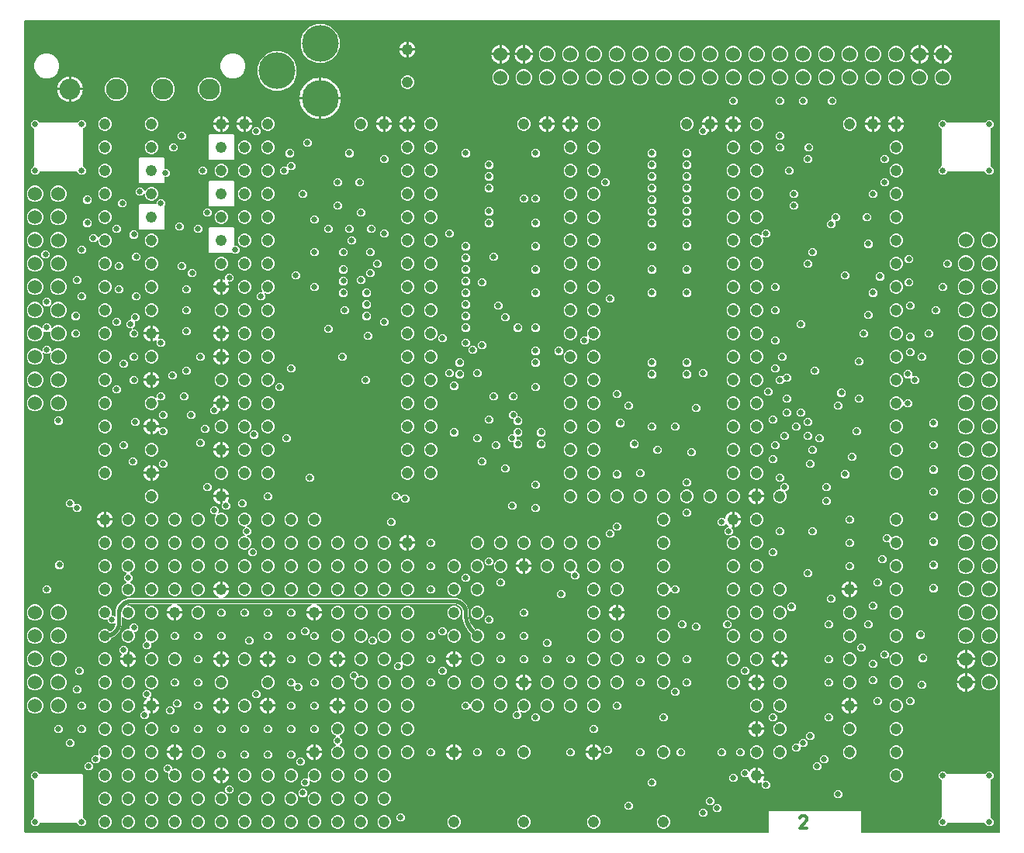
<source format=gbr>
G04 EAGLE Gerber RS-274X export*
G75*
%MOMM*%
%FSLAX34Y34*%
%LPD*%
%INCopper Layer 2*%
%IPPOS*%
%AMOC8*
5,1,8,0,0,1.08239X$1,22.5*%
G01*
%ADD10C,0.355600*%
%ADD11C,1.219200*%
%ADD12C,1.524000*%
%ADD13C,2.286000*%
%ADD14C,4.013200*%
%ADD15C,0.675000*%
%ADD16C,0.406400*%

G36*
X812865Y1012D02*
X812865Y1012D01*
X812931Y1014D01*
X812974Y1032D01*
X813021Y1040D01*
X813078Y1074D01*
X813138Y1099D01*
X813173Y1130D01*
X813214Y1155D01*
X813256Y1206D01*
X813304Y1250D01*
X813326Y1292D01*
X813355Y1329D01*
X813376Y1391D01*
X813407Y1450D01*
X813415Y1504D01*
X813427Y1541D01*
X813426Y1581D01*
X813434Y1635D01*
X813434Y24766D01*
X913766Y24766D01*
X913766Y1635D01*
X913777Y1570D01*
X913779Y1504D01*
X913797Y1461D01*
X913805Y1414D01*
X913839Y1357D01*
X913864Y1297D01*
X913895Y1262D01*
X913920Y1221D01*
X913971Y1179D01*
X914015Y1131D01*
X914057Y1109D01*
X914094Y1080D01*
X914156Y1059D01*
X914215Y1028D01*
X914269Y1020D01*
X914306Y1008D01*
X914346Y1009D01*
X914400Y1001D01*
X1064965Y1001D01*
X1065030Y1012D01*
X1065096Y1014D01*
X1065140Y1032D01*
X1065186Y1040D01*
X1065243Y1074D01*
X1065304Y1099D01*
X1065339Y1130D01*
X1065379Y1155D01*
X1065421Y1206D01*
X1065469Y1250D01*
X1065491Y1292D01*
X1065521Y1329D01*
X1065542Y1391D01*
X1065572Y1449D01*
X1065580Y1504D01*
X1065593Y1541D01*
X1065592Y1581D01*
X1065600Y1635D01*
X1065799Y887365D01*
X1065787Y887430D01*
X1065785Y887496D01*
X1065768Y887539D01*
X1065759Y887586D01*
X1065726Y887643D01*
X1065701Y887703D01*
X1065669Y887738D01*
X1065645Y887779D01*
X1065594Y887820D01*
X1065550Y887869D01*
X1065508Y887891D01*
X1065471Y887920D01*
X1065409Y887941D01*
X1065350Y887972D01*
X1065296Y887980D01*
X1065259Y887992D01*
X1065219Y887991D01*
X1065165Y887999D01*
X1635Y887999D01*
X1570Y887988D01*
X1504Y887986D01*
X1461Y887968D01*
X1414Y887960D01*
X1357Y887926D01*
X1297Y887901D01*
X1262Y887870D01*
X1221Y887845D01*
X1179Y887794D01*
X1131Y887750D01*
X1109Y887708D01*
X1080Y887671D01*
X1059Y887609D01*
X1028Y887550D01*
X1020Y887496D01*
X1008Y887459D01*
X1009Y887419D01*
X1001Y887365D01*
X1001Y1635D01*
X1012Y1570D01*
X1014Y1504D01*
X1032Y1461D01*
X1040Y1414D01*
X1074Y1357D01*
X1099Y1297D01*
X1130Y1262D01*
X1155Y1221D01*
X1206Y1179D01*
X1250Y1131D01*
X1292Y1109D01*
X1329Y1080D01*
X1391Y1059D01*
X1450Y1028D01*
X1504Y1020D01*
X1541Y1008D01*
X1581Y1009D01*
X1635Y1001D01*
X812800Y1001D01*
X812865Y1012D01*
G37*
%LPC*%
G36*
X87436Y208538D02*
X87436Y208538D01*
X84730Y209659D01*
X82659Y211730D01*
X81538Y214436D01*
X81538Y217364D01*
X82659Y220070D01*
X84730Y222141D01*
X87436Y223262D01*
X90364Y223262D01*
X93070Y222141D01*
X94160Y221051D01*
X94204Y221020D01*
X94242Y220982D01*
X94296Y220957D01*
X94344Y220923D01*
X94396Y220910D01*
X94445Y220887D01*
X94504Y220882D01*
X94561Y220867D01*
X94615Y220873D01*
X94669Y220868D01*
X94738Y220886D01*
X94784Y220890D01*
X94812Y220904D01*
X94851Y220914D01*
X95425Y221152D01*
X95451Y221168D01*
X95480Y221178D01*
X95575Y221248D01*
X95614Y221273D01*
X95620Y221281D01*
X95631Y221289D01*
X98751Y224409D01*
X98768Y224434D01*
X98792Y224454D01*
X98853Y224556D01*
X98879Y224593D01*
X98882Y224604D01*
X98888Y224615D01*
X100577Y228691D01*
X100578Y228697D01*
X100622Y228872D01*
X100705Y229712D01*
X100704Y229719D01*
X100706Y229727D01*
X100695Y229831D01*
X100687Y229935D01*
X100684Y229942D01*
X100683Y229950D01*
X100637Y230043D01*
X100592Y230139D01*
X100587Y230144D01*
X100583Y230151D01*
X100508Y230222D01*
X100433Y230296D01*
X100426Y230300D01*
X100420Y230305D01*
X100324Y230346D01*
X100228Y230389D01*
X100221Y230389D01*
X100213Y230392D01*
X100109Y230397D01*
X100004Y230404D01*
X99997Y230402D01*
X99989Y230402D01*
X99890Y230370D01*
X99789Y230341D01*
X99783Y230336D01*
X99776Y230334D01*
X99625Y230222D01*
X98442Y229039D01*
X94598Y229039D01*
X91879Y231758D01*
X91879Y233617D01*
X91866Y233693D01*
X91861Y233770D01*
X91846Y233803D01*
X91840Y233838D01*
X91800Y233904D01*
X91769Y233975D01*
X91744Y234000D01*
X91726Y234031D01*
X91665Y234080D01*
X91611Y234135D01*
X91579Y234150D01*
X91551Y234172D01*
X91478Y234197D01*
X91408Y234230D01*
X91372Y234233D01*
X91339Y234244D01*
X91261Y234242D01*
X91184Y234248D01*
X91145Y234238D01*
X91115Y234237D01*
X91072Y234220D01*
X91002Y234203D01*
X90364Y233938D01*
X87436Y233938D01*
X84730Y235059D01*
X82659Y237130D01*
X81538Y239836D01*
X81538Y242764D01*
X82659Y245470D01*
X84730Y247541D01*
X87436Y248662D01*
X90364Y248662D01*
X93070Y247541D01*
X95141Y245470D01*
X96262Y242764D01*
X96262Y239836D01*
X95997Y239198D01*
X95981Y239122D01*
X95956Y239049D01*
X95957Y239013D01*
X95949Y238978D01*
X95960Y238902D01*
X95963Y238824D01*
X95976Y238791D01*
X95981Y238756D01*
X96018Y238688D01*
X96047Y238616D01*
X96071Y238590D01*
X96088Y238559D01*
X96146Y238508D01*
X96198Y238451D01*
X96230Y238435D01*
X96257Y238411D01*
X96329Y238384D01*
X96398Y238348D01*
X96438Y238342D01*
X96466Y238332D01*
X96513Y238331D01*
X96583Y238321D01*
X98442Y238321D01*
X99760Y237003D01*
X99833Y236952D01*
X99902Y236896D01*
X99924Y236889D01*
X99944Y236875D01*
X100030Y236853D01*
X100114Y236824D01*
X100138Y236825D01*
X100161Y236819D01*
X100250Y236828D01*
X100339Y236831D01*
X100361Y236840D01*
X100384Y236842D01*
X100464Y236882D01*
X100547Y236915D01*
X100564Y236931D01*
X100585Y236942D01*
X100646Y237007D01*
X100712Y237067D01*
X100723Y237088D01*
X100739Y237105D01*
X100774Y237187D01*
X100815Y237266D01*
X100819Y237292D01*
X100827Y237312D01*
X100829Y237362D01*
X100842Y237452D01*
X100842Y244482D01*
X103278Y250362D01*
X107778Y254862D01*
X113658Y257298D01*
X212842Y257298D01*
X212941Y257315D01*
X213040Y257330D01*
X213051Y257335D01*
X213063Y257337D01*
X213149Y257388D01*
X213238Y257436D01*
X213246Y257445D01*
X213256Y257451D01*
X213319Y257529D01*
X213386Y257605D01*
X213390Y257616D01*
X213397Y257626D01*
X213430Y257721D01*
X213465Y257815D01*
X213465Y257827D01*
X213469Y257838D01*
X213466Y257938D01*
X213467Y258039D01*
X213463Y258051D01*
X213463Y258062D01*
X213425Y258155D01*
X213390Y258250D01*
X213383Y258259D01*
X213378Y258270D01*
X213310Y258344D01*
X213245Y258421D01*
X213234Y258428D01*
X213227Y258436D01*
X213186Y258457D01*
X213085Y258518D01*
X211809Y259046D01*
X210394Y259992D01*
X209192Y261194D01*
X208246Y262609D01*
X207595Y264181D01*
X207347Y265431D01*
X215265Y265431D01*
X215330Y265442D01*
X215395Y265444D01*
X215439Y265462D01*
X215486Y265470D01*
X215542Y265504D01*
X215603Y265529D01*
X215638Y265560D01*
X215679Y265585D01*
X215720Y265636D01*
X215769Y265680D01*
X215791Y265722D01*
X215820Y265759D01*
X215841Y265821D01*
X215871Y265880D01*
X215880Y265934D01*
X215892Y265971D01*
X215891Y266011D01*
X215899Y266065D01*
X215899Y266701D01*
X215901Y266701D01*
X215901Y266065D01*
X215913Y266000D01*
X215914Y265934D01*
X215932Y265891D01*
X215941Y265844D01*
X215974Y265787D01*
X215999Y265727D01*
X216031Y265692D01*
X216055Y265651D01*
X216106Y265610D01*
X216150Y265561D01*
X216192Y265539D01*
X216229Y265510D01*
X216291Y265489D01*
X216350Y265458D01*
X216404Y265450D01*
X216441Y265438D01*
X216481Y265439D01*
X216535Y265431D01*
X224453Y265431D01*
X224205Y264181D01*
X223554Y262609D01*
X222608Y261194D01*
X221406Y259992D01*
X219991Y259046D01*
X218715Y258518D01*
X218631Y258463D01*
X218544Y258412D01*
X218537Y258403D01*
X218527Y258397D01*
X218466Y258316D01*
X218403Y258238D01*
X218399Y258227D01*
X218392Y258217D01*
X218363Y258121D01*
X218331Y258026D01*
X218331Y258014D01*
X218328Y258002D01*
X218335Y257901D01*
X218337Y257801D01*
X218342Y257790D01*
X218343Y257778D01*
X218384Y257686D01*
X218422Y257593D01*
X218430Y257585D01*
X218435Y257574D01*
X218505Y257502D01*
X218573Y257428D01*
X218584Y257422D01*
X218592Y257414D01*
X218683Y257371D01*
X218773Y257325D01*
X218786Y257323D01*
X218795Y257319D01*
X218841Y257315D01*
X218958Y257298D01*
X473082Y257298D01*
X478962Y254862D01*
X483462Y250362D01*
X485898Y244482D01*
X485898Y239121D01*
X485901Y239103D01*
X485899Y239080D01*
X486083Y236277D01*
X486094Y236231D01*
X486097Y236205D01*
X486098Y236177D01*
X486101Y236169D01*
X486103Y236155D01*
X487553Y230741D01*
X487573Y230701D01*
X487617Y230588D01*
X490419Y225735D01*
X490450Y225698D01*
X490491Y225634D01*
X492343Y223523D01*
X492357Y223511D01*
X492371Y223492D01*
X492664Y223200D01*
X492708Y223169D01*
X492746Y223130D01*
X492799Y223105D01*
X492848Y223072D01*
X492900Y223058D01*
X492949Y223035D01*
X493008Y223031D01*
X493065Y223016D01*
X493119Y223022D01*
X493173Y223017D01*
X493242Y223034D01*
X493288Y223039D01*
X493316Y223053D01*
X493355Y223062D01*
X493836Y223262D01*
X496764Y223262D01*
X499470Y222141D01*
X501541Y220070D01*
X502662Y217364D01*
X502662Y214436D01*
X501541Y211730D01*
X499470Y209659D01*
X496764Y208538D01*
X493836Y208538D01*
X491130Y209659D01*
X489059Y211730D01*
X487938Y214436D01*
X487938Y217364D01*
X488138Y217845D01*
X488149Y217898D01*
X488170Y217948D01*
X488173Y218007D01*
X488185Y218064D01*
X488178Y218118D01*
X488180Y218172D01*
X488162Y218228D01*
X488154Y218287D01*
X488128Y218334D01*
X488112Y218386D01*
X488069Y218443D01*
X488047Y218484D01*
X488024Y218504D01*
X488000Y218536D01*
X487545Y218992D01*
X485036Y221500D01*
X481258Y228044D01*
X479302Y235343D01*
X479302Y241300D01*
X479298Y241327D01*
X479299Y241362D01*
X479131Y243073D01*
X479129Y243079D01*
X479086Y243253D01*
X477776Y246414D01*
X477760Y246440D01*
X477750Y246469D01*
X477680Y246564D01*
X477655Y246603D01*
X477647Y246609D01*
X477639Y246620D01*
X475220Y249039D01*
X475195Y249056D01*
X475175Y249080D01*
X475114Y249117D01*
X475078Y249146D01*
X475055Y249153D01*
X475036Y249167D01*
X475025Y249170D01*
X475014Y249176D01*
X471853Y250486D01*
X471847Y250487D01*
X471673Y250531D01*
X469962Y250699D01*
X469935Y250697D01*
X469900Y250702D01*
X320558Y250702D01*
X320459Y250685D01*
X320360Y250670D01*
X320349Y250665D01*
X320337Y250663D01*
X320251Y250612D01*
X320162Y250564D01*
X320154Y250555D01*
X320144Y250549D01*
X320081Y250471D01*
X320014Y250395D01*
X320010Y250384D01*
X320003Y250374D01*
X319970Y250279D01*
X319935Y250185D01*
X319935Y250173D01*
X319931Y250162D01*
X319934Y250062D01*
X319933Y249961D01*
X319937Y249949D01*
X319937Y249938D01*
X319975Y249845D01*
X320010Y249750D01*
X320017Y249741D01*
X320022Y249730D01*
X320090Y249656D01*
X320155Y249579D01*
X320166Y249572D01*
X320173Y249564D01*
X320214Y249543D01*
X320315Y249482D01*
X321591Y248954D01*
X323006Y248008D01*
X324208Y246806D01*
X325154Y245391D01*
X325805Y243819D01*
X326053Y242569D01*
X318135Y242569D01*
X318070Y242558D01*
X318005Y242556D01*
X317961Y242538D01*
X317914Y242530D01*
X317858Y242496D01*
X317797Y242471D01*
X317762Y242439D01*
X317721Y242415D01*
X317680Y242364D01*
X317631Y242320D01*
X317609Y242278D01*
X317580Y242241D01*
X317559Y242179D01*
X317529Y242120D01*
X317520Y242066D01*
X317508Y242029D01*
X317509Y241989D01*
X317501Y241935D01*
X317501Y241299D01*
X317499Y241299D01*
X317499Y241935D01*
X317487Y242000D01*
X317486Y242065D01*
X317468Y242109D01*
X317459Y242156D01*
X317426Y242213D01*
X317401Y242273D01*
X317369Y242308D01*
X317345Y242349D01*
X317294Y242390D01*
X317250Y242439D01*
X317208Y242461D01*
X317171Y242490D01*
X317109Y242511D01*
X317050Y242542D01*
X316996Y242550D01*
X316959Y242562D01*
X316919Y242561D01*
X316865Y242569D01*
X308947Y242569D01*
X309195Y243819D01*
X309846Y245391D01*
X310792Y246806D01*
X311994Y248008D01*
X313409Y248954D01*
X314685Y249482D01*
X314769Y249536D01*
X314856Y249588D01*
X314863Y249597D01*
X314873Y249603D01*
X314934Y249684D01*
X314997Y249762D01*
X315001Y249773D01*
X315008Y249783D01*
X315037Y249879D01*
X315069Y249974D01*
X315069Y249986D01*
X315072Y249998D01*
X315066Y250099D01*
X315063Y250199D01*
X315058Y250210D01*
X315057Y250222D01*
X315016Y250314D01*
X314978Y250407D01*
X314970Y250415D01*
X314965Y250426D01*
X314895Y250498D01*
X314827Y250572D01*
X314816Y250578D01*
X314808Y250586D01*
X314717Y250629D01*
X314627Y250675D01*
X314614Y250677D01*
X314605Y250681D01*
X314559Y250685D01*
X314442Y250702D01*
X168158Y250702D01*
X168059Y250685D01*
X167959Y250670D01*
X167949Y250665D01*
X167937Y250663D01*
X167851Y250612D01*
X167762Y250564D01*
X167754Y250555D01*
X167744Y250549D01*
X167681Y250471D01*
X167614Y250395D01*
X167610Y250384D01*
X167603Y250374D01*
X167571Y250279D01*
X167535Y250185D01*
X167535Y250173D01*
X167531Y250162D01*
X167534Y250062D01*
X167533Y249961D01*
X167537Y249949D01*
X167537Y249938D01*
X167575Y249845D01*
X167610Y249750D01*
X167617Y249741D01*
X167622Y249730D01*
X167689Y249656D01*
X167755Y249579D01*
X167766Y249572D01*
X167773Y249564D01*
X167814Y249543D01*
X167915Y249482D01*
X169191Y248954D01*
X170606Y248008D01*
X171808Y246806D01*
X172754Y245391D01*
X173405Y243819D01*
X173653Y242569D01*
X165735Y242569D01*
X165670Y242558D01*
X165605Y242556D01*
X165561Y242538D01*
X165514Y242530D01*
X165458Y242496D01*
X165397Y242471D01*
X165362Y242439D01*
X165321Y242415D01*
X165280Y242364D01*
X165231Y242320D01*
X165209Y242278D01*
X165180Y242241D01*
X165159Y242179D01*
X165129Y242120D01*
X165120Y242066D01*
X165108Y242029D01*
X165109Y241989D01*
X165101Y241935D01*
X165101Y241299D01*
X165099Y241299D01*
X165099Y241935D01*
X165087Y242000D01*
X165086Y242065D01*
X165068Y242109D01*
X165059Y242156D01*
X165026Y242213D01*
X165001Y242273D01*
X164969Y242308D01*
X164945Y242349D01*
X164894Y242390D01*
X164850Y242439D01*
X164808Y242461D01*
X164771Y242490D01*
X164709Y242511D01*
X164650Y242542D01*
X164596Y242550D01*
X164559Y242562D01*
X164519Y242561D01*
X164465Y242569D01*
X156547Y242569D01*
X156795Y243819D01*
X157446Y245391D01*
X158392Y246806D01*
X159594Y248008D01*
X161009Y248954D01*
X162285Y249482D01*
X162369Y249536D01*
X162456Y249588D01*
X162463Y249597D01*
X162473Y249603D01*
X162534Y249684D01*
X162597Y249762D01*
X162601Y249773D01*
X162608Y249783D01*
X162637Y249879D01*
X162669Y249974D01*
X162669Y249986D01*
X162672Y249998D01*
X162666Y250099D01*
X162663Y250199D01*
X162658Y250210D01*
X162657Y250222D01*
X162616Y250314D01*
X162578Y250407D01*
X162570Y250415D01*
X162565Y250426D01*
X162495Y250498D01*
X162427Y250572D01*
X162416Y250578D01*
X162408Y250586D01*
X162317Y250629D01*
X162227Y250675D01*
X162214Y250677D01*
X162205Y250681D01*
X162159Y250685D01*
X162042Y250702D01*
X116840Y250702D01*
X116813Y250698D01*
X116778Y250699D01*
X115067Y250531D01*
X115061Y250529D01*
X114887Y250486D01*
X113429Y249882D01*
X113344Y249828D01*
X113258Y249776D01*
X113250Y249767D01*
X113240Y249761D01*
X113180Y249680D01*
X113116Y249602D01*
X113113Y249591D01*
X113105Y249581D01*
X113077Y249485D01*
X113045Y249390D01*
X113045Y249378D01*
X113041Y249366D01*
X113048Y249265D01*
X113051Y249165D01*
X113056Y249154D01*
X113056Y249142D01*
X113098Y249050D01*
X113135Y248957D01*
X113143Y248949D01*
X113148Y248938D01*
X113219Y248866D01*
X113287Y248792D01*
X113297Y248786D01*
X113306Y248778D01*
X113397Y248735D01*
X113486Y248689D01*
X113499Y248687D01*
X113509Y248683D01*
X113554Y248679D01*
X113672Y248662D01*
X115764Y248662D01*
X118470Y247541D01*
X120541Y245470D01*
X121662Y242764D01*
X121662Y239836D01*
X120541Y237130D01*
X118470Y235059D01*
X115764Y233938D01*
X112836Y233938D01*
X110130Y235059D01*
X108520Y236669D01*
X108447Y236720D01*
X108378Y236776D01*
X108356Y236783D01*
X108336Y236797D01*
X108250Y236819D01*
X108166Y236848D01*
X108142Y236847D01*
X108119Y236853D01*
X108030Y236844D01*
X107941Y236841D01*
X107919Y236832D01*
X107896Y236830D01*
X107816Y236790D01*
X107733Y236757D01*
X107716Y236741D01*
X107695Y236730D01*
X107634Y236665D01*
X107568Y236605D01*
X107557Y236584D01*
X107541Y236567D01*
X107506Y236485D01*
X107465Y236406D01*
X107461Y236379D01*
X107453Y236360D01*
X107451Y236310D01*
X107438Y236220D01*
X107438Y227453D01*
X104615Y220639D01*
X99401Y215425D01*
X96349Y214160D01*
X96313Y214137D01*
X96273Y214123D01*
X96219Y214077D01*
X96160Y214039D01*
X96134Y214005D01*
X96102Y213978D01*
X96055Y213900D01*
X96025Y213860D01*
X96019Y213840D01*
X96005Y213817D01*
X95141Y211730D01*
X93070Y209659D01*
X90364Y208538D01*
X87436Y208538D01*
G37*
%LPD*%
%LPC*%
G36*
X1001378Y8059D02*
X1001378Y8059D01*
X998659Y10778D01*
X998659Y14622D01*
X1001378Y17341D01*
X1001395Y17341D01*
X1001460Y17352D01*
X1001526Y17354D01*
X1001569Y17372D01*
X1001616Y17380D01*
X1001673Y17414D01*
X1001733Y17439D01*
X1001768Y17470D01*
X1001809Y17494D01*
X1001851Y17546D01*
X1001899Y17590D01*
X1001921Y17632D01*
X1001950Y17669D01*
X1001971Y17731D01*
X1002002Y17790D01*
X1002010Y17844D01*
X1002022Y17881D01*
X1002021Y17920D01*
X1002029Y17975D01*
X1002029Y58225D01*
X1002018Y58290D01*
X1002016Y58356D01*
X1001998Y58399D01*
X1001990Y58446D01*
X1001956Y58503D01*
X1001931Y58564D01*
X1001900Y58598D01*
X1001875Y58639D01*
X1001824Y58681D01*
X1001780Y58729D01*
X1001738Y58751D01*
X1001701Y58781D01*
X1001639Y58802D01*
X1001580Y58832D01*
X1001526Y58840D01*
X1001489Y58852D01*
X1001449Y58851D01*
X1001395Y58859D01*
X1001378Y58859D01*
X998659Y61578D01*
X998659Y65422D01*
X1001378Y68141D01*
X1005222Y68141D01*
X1007941Y65422D01*
X1007941Y65405D01*
X1007952Y65340D01*
X1007954Y65274D01*
X1007972Y65231D01*
X1007980Y65184D01*
X1008014Y65127D01*
X1008039Y65067D01*
X1008070Y65032D01*
X1008094Y64991D01*
X1008146Y64949D01*
X1008190Y64901D01*
X1008232Y64879D01*
X1008269Y64850D01*
X1008331Y64829D01*
X1008390Y64798D01*
X1008444Y64790D01*
X1008481Y64778D01*
X1008520Y64779D01*
X1008575Y64771D01*
X1048825Y64771D01*
X1048890Y64782D01*
X1048956Y64784D01*
X1048999Y64802D01*
X1049046Y64810D01*
X1049103Y64844D01*
X1049164Y64869D01*
X1049198Y64900D01*
X1049239Y64925D01*
X1049281Y64976D01*
X1049329Y65020D01*
X1049351Y65062D01*
X1049381Y65099D01*
X1049402Y65161D01*
X1049432Y65220D01*
X1049440Y65274D01*
X1049452Y65311D01*
X1049451Y65351D01*
X1049459Y65405D01*
X1049459Y65422D01*
X1052178Y68141D01*
X1056022Y68141D01*
X1058741Y65422D01*
X1058741Y61578D01*
X1056022Y58859D01*
X1056005Y58859D01*
X1055940Y58848D01*
X1055874Y58846D01*
X1055831Y58828D01*
X1055784Y58820D01*
X1055727Y58786D01*
X1055667Y58761D01*
X1055632Y58730D01*
X1055591Y58706D01*
X1055549Y58654D01*
X1055501Y58610D01*
X1055479Y58568D01*
X1055450Y58531D01*
X1055429Y58469D01*
X1055398Y58410D01*
X1055390Y58356D01*
X1055378Y58319D01*
X1055379Y58280D01*
X1055371Y58225D01*
X1055371Y17975D01*
X1055382Y17910D01*
X1055384Y17844D01*
X1055402Y17801D01*
X1055410Y17754D01*
X1055444Y17697D01*
X1055469Y17636D01*
X1055500Y17602D01*
X1055525Y17561D01*
X1055576Y17519D01*
X1055620Y17471D01*
X1055662Y17449D01*
X1055699Y17419D01*
X1055761Y17398D01*
X1055820Y17368D01*
X1055874Y17360D01*
X1055911Y17348D01*
X1055951Y17349D01*
X1056005Y17341D01*
X1056022Y17341D01*
X1058741Y14622D01*
X1058741Y10778D01*
X1056022Y8059D01*
X1052178Y8059D01*
X1049459Y10778D01*
X1049459Y10795D01*
X1049448Y10860D01*
X1049446Y10926D01*
X1049428Y10969D01*
X1049420Y11016D01*
X1049386Y11073D01*
X1049361Y11133D01*
X1049330Y11168D01*
X1049306Y11209D01*
X1049254Y11251D01*
X1049210Y11299D01*
X1049168Y11321D01*
X1049131Y11350D01*
X1049069Y11371D01*
X1049010Y11402D01*
X1048956Y11410D01*
X1048919Y11422D01*
X1048880Y11421D01*
X1048825Y11429D01*
X1008575Y11429D01*
X1008510Y11418D01*
X1008444Y11416D01*
X1008401Y11398D01*
X1008354Y11390D01*
X1008297Y11356D01*
X1008236Y11331D01*
X1008202Y11300D01*
X1008161Y11275D01*
X1008119Y11224D01*
X1008071Y11180D01*
X1008049Y11138D01*
X1008019Y11101D01*
X1007998Y11039D01*
X1007968Y10980D01*
X1007960Y10926D01*
X1007948Y10889D01*
X1007949Y10849D01*
X1007941Y10795D01*
X1007941Y10778D01*
X1005222Y8059D01*
X1001378Y8059D01*
G37*
%LPD*%
%LPC*%
G36*
X1001378Y719259D02*
X1001378Y719259D01*
X998659Y721978D01*
X998659Y725822D01*
X1001378Y728541D01*
X1001395Y728541D01*
X1001460Y728552D01*
X1001526Y728554D01*
X1001569Y728572D01*
X1001616Y728580D01*
X1001673Y728614D01*
X1001733Y728639D01*
X1001768Y728670D01*
X1001809Y728694D01*
X1001851Y728746D01*
X1001899Y728790D01*
X1001921Y728832D01*
X1001950Y728869D01*
X1001971Y728931D01*
X1002002Y728990D01*
X1002010Y729044D01*
X1002022Y729081D01*
X1002021Y729120D01*
X1002029Y729175D01*
X1002029Y769425D01*
X1002018Y769490D01*
X1002016Y769556D01*
X1001998Y769599D01*
X1001990Y769646D01*
X1001956Y769703D01*
X1001931Y769764D01*
X1001900Y769798D01*
X1001875Y769839D01*
X1001824Y769881D01*
X1001780Y769929D01*
X1001738Y769951D01*
X1001701Y769981D01*
X1001639Y770002D01*
X1001580Y770032D01*
X1001526Y770040D01*
X1001489Y770052D01*
X1001449Y770051D01*
X1001395Y770059D01*
X1001378Y770059D01*
X998659Y772778D01*
X998659Y776622D01*
X1001378Y779341D01*
X1005222Y779341D01*
X1007941Y776622D01*
X1007941Y776605D01*
X1007952Y776540D01*
X1007954Y776474D01*
X1007972Y776431D01*
X1007980Y776384D01*
X1008014Y776327D01*
X1008039Y776267D01*
X1008070Y776232D01*
X1008094Y776191D01*
X1008146Y776149D01*
X1008190Y776101D01*
X1008232Y776079D01*
X1008269Y776050D01*
X1008331Y776029D01*
X1008390Y775998D01*
X1008444Y775990D01*
X1008481Y775978D01*
X1008520Y775979D01*
X1008575Y775971D01*
X1048825Y775971D01*
X1048890Y775982D01*
X1048956Y775984D01*
X1048999Y776002D01*
X1049046Y776010D01*
X1049103Y776044D01*
X1049164Y776069D01*
X1049198Y776100D01*
X1049239Y776125D01*
X1049281Y776176D01*
X1049329Y776220D01*
X1049351Y776262D01*
X1049381Y776299D01*
X1049402Y776361D01*
X1049432Y776420D01*
X1049440Y776474D01*
X1049452Y776511D01*
X1049451Y776551D01*
X1049459Y776605D01*
X1049459Y776622D01*
X1052178Y779341D01*
X1056022Y779341D01*
X1058741Y776622D01*
X1058741Y772778D01*
X1056022Y770059D01*
X1056005Y770059D01*
X1055940Y770048D01*
X1055874Y770046D01*
X1055831Y770028D01*
X1055784Y770020D01*
X1055727Y769986D01*
X1055667Y769961D01*
X1055632Y769930D01*
X1055591Y769906D01*
X1055549Y769854D01*
X1055501Y769810D01*
X1055479Y769768D01*
X1055450Y769731D01*
X1055429Y769669D01*
X1055398Y769610D01*
X1055390Y769556D01*
X1055378Y769519D01*
X1055379Y769480D01*
X1055371Y769425D01*
X1055371Y729175D01*
X1055382Y729110D01*
X1055384Y729044D01*
X1055402Y729001D01*
X1055410Y728954D01*
X1055444Y728897D01*
X1055469Y728836D01*
X1055500Y728802D01*
X1055525Y728761D01*
X1055576Y728719D01*
X1055620Y728671D01*
X1055662Y728649D01*
X1055699Y728619D01*
X1055761Y728598D01*
X1055820Y728568D01*
X1055874Y728560D01*
X1055911Y728548D01*
X1055951Y728549D01*
X1056005Y728541D01*
X1056022Y728541D01*
X1058741Y725822D01*
X1058741Y721978D01*
X1056022Y719259D01*
X1052178Y719259D01*
X1049459Y721978D01*
X1049459Y721995D01*
X1049448Y722060D01*
X1049446Y722126D01*
X1049428Y722169D01*
X1049420Y722216D01*
X1049386Y722273D01*
X1049361Y722333D01*
X1049330Y722368D01*
X1049306Y722409D01*
X1049254Y722451D01*
X1049210Y722499D01*
X1049168Y722521D01*
X1049131Y722550D01*
X1049069Y722571D01*
X1049010Y722602D01*
X1048956Y722610D01*
X1048919Y722622D01*
X1048880Y722621D01*
X1048825Y722629D01*
X1008575Y722629D01*
X1008510Y722618D01*
X1008444Y722616D01*
X1008401Y722598D01*
X1008354Y722590D01*
X1008297Y722556D01*
X1008236Y722531D01*
X1008202Y722500D01*
X1008161Y722475D01*
X1008119Y722424D01*
X1008071Y722380D01*
X1008049Y722338D01*
X1008019Y722301D01*
X1007998Y722239D01*
X1007968Y722180D01*
X1007960Y722126D01*
X1007948Y722089D01*
X1007949Y722049D01*
X1007941Y721995D01*
X1007941Y721978D01*
X1005222Y719259D01*
X1001378Y719259D01*
G37*
%LPD*%
%LPC*%
G36*
X10778Y719259D02*
X10778Y719259D01*
X8059Y721978D01*
X8059Y725822D01*
X10778Y728541D01*
X10795Y728541D01*
X10860Y728552D01*
X10926Y728554D01*
X10969Y728572D01*
X11016Y728580D01*
X11073Y728614D01*
X11133Y728639D01*
X11168Y728670D01*
X11209Y728694D01*
X11251Y728746D01*
X11299Y728790D01*
X11321Y728832D01*
X11350Y728869D01*
X11371Y728931D01*
X11402Y728990D01*
X11410Y729044D01*
X11422Y729081D01*
X11421Y729120D01*
X11429Y729175D01*
X11429Y769425D01*
X11418Y769490D01*
X11416Y769556D01*
X11398Y769599D01*
X11390Y769646D01*
X11356Y769703D01*
X11331Y769764D01*
X11300Y769798D01*
X11275Y769839D01*
X11224Y769881D01*
X11180Y769929D01*
X11138Y769951D01*
X11101Y769981D01*
X11039Y770002D01*
X10980Y770032D01*
X10926Y770040D01*
X10889Y770052D01*
X10849Y770051D01*
X10795Y770059D01*
X10778Y770059D01*
X8059Y772778D01*
X8059Y776622D01*
X10778Y779341D01*
X14622Y779341D01*
X17341Y776622D01*
X17341Y776605D01*
X17352Y776540D01*
X17354Y776474D01*
X17372Y776431D01*
X17380Y776384D01*
X17414Y776327D01*
X17439Y776267D01*
X17470Y776232D01*
X17494Y776191D01*
X17546Y776149D01*
X17590Y776101D01*
X17632Y776079D01*
X17669Y776050D01*
X17731Y776029D01*
X17790Y775998D01*
X17844Y775990D01*
X17881Y775978D01*
X17920Y775979D01*
X17975Y775971D01*
X58225Y775971D01*
X58290Y775982D01*
X58356Y775984D01*
X58399Y776002D01*
X58446Y776010D01*
X58503Y776044D01*
X58564Y776069D01*
X58598Y776100D01*
X58639Y776125D01*
X58681Y776176D01*
X58729Y776220D01*
X58751Y776262D01*
X58781Y776299D01*
X58802Y776361D01*
X58832Y776420D01*
X58840Y776474D01*
X58852Y776511D01*
X58851Y776551D01*
X58859Y776605D01*
X58859Y776622D01*
X61578Y779341D01*
X65422Y779341D01*
X68141Y776622D01*
X68141Y772778D01*
X65422Y770059D01*
X65405Y770059D01*
X65340Y770048D01*
X65274Y770046D01*
X65231Y770028D01*
X65184Y770020D01*
X65127Y769986D01*
X65067Y769961D01*
X65032Y769930D01*
X64991Y769906D01*
X64949Y769854D01*
X64901Y769810D01*
X64879Y769768D01*
X64850Y769731D01*
X64829Y769669D01*
X64798Y769610D01*
X64790Y769556D01*
X64778Y769519D01*
X64779Y769480D01*
X64771Y769425D01*
X64771Y729175D01*
X64782Y729110D01*
X64784Y729044D01*
X64802Y729001D01*
X64810Y728954D01*
X64844Y728897D01*
X64869Y728836D01*
X64900Y728802D01*
X64925Y728761D01*
X64976Y728719D01*
X65020Y728671D01*
X65062Y728649D01*
X65099Y728619D01*
X65161Y728598D01*
X65220Y728568D01*
X65274Y728560D01*
X65311Y728548D01*
X65351Y728549D01*
X65405Y728541D01*
X65422Y728541D01*
X68141Y725822D01*
X68141Y721978D01*
X65422Y719259D01*
X61578Y719259D01*
X58859Y721978D01*
X58859Y721995D01*
X58848Y722060D01*
X58846Y722126D01*
X58828Y722169D01*
X58820Y722216D01*
X58786Y722273D01*
X58761Y722333D01*
X58730Y722368D01*
X58706Y722409D01*
X58654Y722451D01*
X58610Y722499D01*
X58568Y722521D01*
X58531Y722550D01*
X58469Y722571D01*
X58410Y722602D01*
X58356Y722610D01*
X58319Y722622D01*
X58280Y722621D01*
X58225Y722629D01*
X17975Y722629D01*
X17910Y722618D01*
X17844Y722616D01*
X17801Y722598D01*
X17754Y722590D01*
X17697Y722556D01*
X17636Y722531D01*
X17602Y722500D01*
X17561Y722475D01*
X17519Y722424D01*
X17471Y722380D01*
X17449Y722338D01*
X17419Y722301D01*
X17398Y722239D01*
X17368Y722180D01*
X17360Y722126D01*
X17348Y722089D01*
X17349Y722049D01*
X17341Y721995D01*
X17341Y721978D01*
X14622Y719259D01*
X10778Y719259D01*
G37*
%LPD*%
%LPC*%
G36*
X10778Y8059D02*
X10778Y8059D01*
X8059Y10778D01*
X8059Y14622D01*
X10778Y17341D01*
X10795Y17341D01*
X10860Y17352D01*
X10926Y17354D01*
X10969Y17372D01*
X11016Y17380D01*
X11073Y17414D01*
X11133Y17439D01*
X11168Y17470D01*
X11209Y17494D01*
X11251Y17546D01*
X11299Y17590D01*
X11321Y17632D01*
X11350Y17669D01*
X11371Y17731D01*
X11402Y17790D01*
X11410Y17844D01*
X11422Y17881D01*
X11421Y17920D01*
X11429Y17975D01*
X11429Y58225D01*
X11418Y58290D01*
X11416Y58356D01*
X11398Y58399D01*
X11390Y58446D01*
X11356Y58503D01*
X11331Y58564D01*
X11300Y58598D01*
X11275Y58639D01*
X11224Y58681D01*
X11180Y58729D01*
X11138Y58751D01*
X11101Y58781D01*
X11039Y58802D01*
X10980Y58832D01*
X10926Y58840D01*
X10889Y58852D01*
X10849Y58851D01*
X10795Y58859D01*
X10778Y58859D01*
X8059Y61578D01*
X8059Y65422D01*
X10778Y68141D01*
X14622Y68141D01*
X17341Y65422D01*
X17341Y65405D01*
X17352Y65340D01*
X17354Y65274D01*
X17372Y65231D01*
X17380Y65184D01*
X17414Y65127D01*
X17439Y65067D01*
X17470Y65032D01*
X17494Y64991D01*
X17546Y64949D01*
X17590Y64901D01*
X17632Y64879D01*
X17669Y64850D01*
X17731Y64829D01*
X17790Y64798D01*
X17844Y64790D01*
X17881Y64778D01*
X17920Y64779D01*
X17975Y64771D01*
X64026Y64771D01*
X64771Y64026D01*
X64771Y17975D01*
X64782Y17910D01*
X64784Y17844D01*
X64802Y17801D01*
X64810Y17754D01*
X64844Y17697D01*
X64869Y17636D01*
X64900Y17602D01*
X64925Y17561D01*
X64976Y17519D01*
X65020Y17471D01*
X65062Y17449D01*
X65099Y17419D01*
X65161Y17398D01*
X65220Y17368D01*
X65274Y17360D01*
X65311Y17348D01*
X65351Y17349D01*
X65405Y17341D01*
X65422Y17341D01*
X68141Y14622D01*
X68141Y10778D01*
X65422Y8059D01*
X61578Y8059D01*
X58859Y10778D01*
X58859Y10795D01*
X58848Y10860D01*
X58846Y10926D01*
X58828Y10969D01*
X58820Y11016D01*
X58786Y11073D01*
X58761Y11133D01*
X58730Y11168D01*
X58706Y11209D01*
X58654Y11251D01*
X58610Y11299D01*
X58568Y11321D01*
X58531Y11350D01*
X58469Y11371D01*
X58410Y11402D01*
X58356Y11410D01*
X58319Y11422D01*
X58280Y11421D01*
X58225Y11429D01*
X17975Y11429D01*
X17910Y11418D01*
X17844Y11416D01*
X17801Y11398D01*
X17754Y11390D01*
X17697Y11356D01*
X17636Y11331D01*
X17602Y11300D01*
X17561Y11275D01*
X17519Y11224D01*
X17471Y11180D01*
X17449Y11138D01*
X17419Y11101D01*
X17398Y11039D01*
X17368Y10980D01*
X17360Y10926D01*
X17348Y10889D01*
X17349Y10849D01*
X17341Y10795D01*
X17341Y10778D01*
X14622Y8059D01*
X10778Y8059D01*
G37*
%LPD*%
%LPC*%
G36*
X319607Y841468D02*
X319607Y841468D01*
X311767Y844716D01*
X305766Y850717D01*
X302518Y858557D01*
X302518Y867043D01*
X305766Y874883D01*
X311767Y880884D01*
X319607Y884132D01*
X328093Y884132D01*
X335933Y880884D01*
X341934Y874883D01*
X345182Y867043D01*
X345182Y858557D01*
X341934Y850717D01*
X335933Y844716D01*
X328093Y841468D01*
X319607Y841468D01*
G37*
%LPD*%
%LPC*%
G36*
X272607Y811468D02*
X272607Y811468D01*
X264767Y814716D01*
X258766Y820717D01*
X255518Y828557D01*
X255518Y837043D01*
X258766Y844883D01*
X264767Y850884D01*
X272607Y854132D01*
X281093Y854132D01*
X288933Y850884D01*
X294934Y844883D01*
X298182Y837043D01*
X298182Y828557D01*
X294934Y820717D01*
X288933Y814716D01*
X281093Y811468D01*
X272607Y811468D01*
G37*
%LPD*%
%LPC*%
G36*
X126474Y659129D02*
X126474Y659129D01*
X125729Y659874D01*
X125729Y686326D01*
X126474Y687071D01*
X144585Y687071D01*
X144650Y687082D01*
X144716Y687084D01*
X144759Y687102D01*
X144806Y687110D01*
X144863Y687144D01*
X144924Y687169D01*
X144958Y687200D01*
X144999Y687225D01*
X145041Y687276D01*
X145089Y687320D01*
X145111Y687362D01*
X145141Y687399D01*
X145162Y687461D01*
X145192Y687520D01*
X145200Y687574D01*
X145212Y687611D01*
X145211Y687651D01*
X145219Y687705D01*
X145219Y690262D01*
X147938Y692981D01*
X151782Y692981D01*
X154501Y690262D01*
X154501Y686418D01*
X153857Y685774D01*
X153832Y685739D01*
X153801Y685710D01*
X153769Y685647D01*
X153728Y685589D01*
X153718Y685548D01*
X153698Y685511D01*
X153685Y685421D01*
X153672Y685372D01*
X153675Y685351D01*
X153671Y685325D01*
X153671Y659874D01*
X152926Y659129D01*
X126474Y659129D01*
G37*
%LPD*%
%LPC*%
G36*
X229218Y632899D02*
X229218Y632899D01*
X228574Y633543D01*
X228539Y633568D01*
X228510Y633599D01*
X228447Y633631D01*
X228389Y633672D01*
X228348Y633682D01*
X228311Y633702D01*
X228221Y633715D01*
X228172Y633728D01*
X228151Y633725D01*
X228125Y633729D01*
X202674Y633729D01*
X201929Y634474D01*
X201929Y660926D01*
X202674Y661671D01*
X229126Y661671D01*
X229871Y660926D01*
X229871Y642815D01*
X229882Y642750D01*
X229884Y642684D01*
X229902Y642641D01*
X229910Y642594D01*
X229944Y642537D01*
X229969Y642476D01*
X230000Y642442D01*
X230025Y642401D01*
X230076Y642359D01*
X230120Y642311D01*
X230162Y642289D01*
X230199Y642259D01*
X230261Y642238D01*
X230320Y642208D01*
X230374Y642200D01*
X230411Y642188D01*
X230451Y642189D01*
X230505Y642181D01*
X233062Y642181D01*
X235781Y639462D01*
X235781Y635618D01*
X233062Y632899D01*
X229218Y632899D01*
G37*
%LPD*%
%LPC*%
G36*
X126474Y709929D02*
X126474Y709929D01*
X125729Y710674D01*
X125729Y737126D01*
X126474Y737871D01*
X152926Y737871D01*
X153671Y737126D01*
X153671Y726635D01*
X153682Y726570D01*
X153684Y726504D01*
X153702Y726461D01*
X153710Y726414D01*
X153744Y726357D01*
X153769Y726296D01*
X153800Y726262D01*
X153825Y726221D01*
X153876Y726179D01*
X153920Y726131D01*
X153962Y726109D01*
X153999Y726079D01*
X154061Y726058D01*
X154120Y726028D01*
X154174Y726020D01*
X154211Y726008D01*
X154251Y726009D01*
X154305Y726001D01*
X156862Y726001D01*
X159581Y723282D01*
X159581Y719438D01*
X156862Y716719D01*
X154305Y716719D01*
X154240Y716708D01*
X154174Y716706D01*
X154131Y716688D01*
X154084Y716680D01*
X154027Y716646D01*
X153967Y716621D01*
X153932Y716590D01*
X153891Y716566D01*
X153849Y716514D01*
X153801Y716470D01*
X153779Y716428D01*
X153750Y716391D01*
X153729Y716329D01*
X153698Y716270D01*
X153690Y716216D01*
X153678Y716179D01*
X153679Y716140D01*
X153671Y716085D01*
X153671Y710674D01*
X152926Y709929D01*
X126474Y709929D01*
G37*
%LPD*%
%LPC*%
G36*
X202674Y684529D02*
X202674Y684529D01*
X201929Y685274D01*
X201929Y711726D01*
X202674Y712471D01*
X229126Y712471D01*
X229871Y711726D01*
X229871Y685274D01*
X229126Y684529D01*
X202674Y684529D01*
G37*
%LPD*%
%LPC*%
G36*
X202674Y735329D02*
X202674Y735329D01*
X201929Y736074D01*
X201929Y762526D01*
X202674Y763271D01*
X229126Y763271D01*
X229871Y762526D01*
X229871Y736074D01*
X229126Y735329D01*
X202674Y735329D01*
G37*
%LPD*%
%LPC*%
G36*
X225875Y824499D02*
X225875Y824499D01*
X220839Y826585D01*
X216985Y830439D01*
X214899Y835475D01*
X214899Y840925D01*
X216985Y845961D01*
X220839Y849815D01*
X225875Y851901D01*
X231325Y851901D01*
X236361Y849815D01*
X240215Y845961D01*
X242301Y840925D01*
X242301Y835475D01*
X240215Y830439D01*
X236361Y826585D01*
X231325Y824499D01*
X225875Y824499D01*
G37*
%LPD*%
%LPC*%
G36*
X22675Y824499D02*
X22675Y824499D01*
X17639Y826585D01*
X13785Y830439D01*
X11699Y835475D01*
X11699Y840925D01*
X13785Y845961D01*
X17639Y849815D01*
X22675Y851901D01*
X28125Y851901D01*
X33161Y849815D01*
X37015Y845961D01*
X39101Y840925D01*
X39101Y835475D01*
X37015Y830439D01*
X33161Y826585D01*
X28125Y824499D01*
X22675Y824499D01*
G37*
%LPD*%
%LPC*%
G36*
X10933Y537214D02*
X10933Y537214D01*
X7667Y538567D01*
X5167Y541067D01*
X3814Y544333D01*
X3814Y547867D01*
X5167Y551133D01*
X7667Y553633D01*
X10933Y554986D01*
X14467Y554986D01*
X17733Y553633D01*
X19677Y551690D01*
X19705Y551669D01*
X19714Y551660D01*
X19733Y551650D01*
X19750Y551639D01*
X19819Y551583D01*
X19841Y551575D01*
X19861Y551561D01*
X19947Y551539D01*
X20031Y551511D01*
X20055Y551511D01*
X20078Y551506D01*
X20167Y551515D01*
X20256Y551517D01*
X20278Y551526D01*
X20301Y551529D01*
X20381Y551568D01*
X20464Y551602D01*
X20481Y551618D01*
X20502Y551628D01*
X20563Y551693D01*
X20629Y551753D01*
X20640Y551774D01*
X20656Y551791D01*
X20691Y551873D01*
X20732Y551953D01*
X20736Y551979D01*
X20744Y551998D01*
X20746Y552048D01*
X20747Y552054D01*
X20752Y552070D01*
X20752Y552088D01*
X20759Y552138D01*
X20759Y554372D01*
X23478Y557091D01*
X27322Y557091D01*
X30041Y554372D01*
X30041Y552138D01*
X30053Y552068D01*
X30054Y552033D01*
X30060Y552020D01*
X30066Y551962D01*
X30076Y551941D01*
X30080Y551917D01*
X30126Y551841D01*
X30165Y551761D01*
X30182Y551744D01*
X30194Y551724D01*
X30264Y551668D01*
X30328Y551607D01*
X30350Y551598D01*
X30369Y551583D01*
X30453Y551554D01*
X30535Y551519D01*
X30559Y551518D01*
X30581Y551511D01*
X30670Y551513D01*
X30759Y551509D01*
X30782Y551517D01*
X30805Y551517D01*
X30888Y551551D01*
X30973Y551578D01*
X30994Y551594D01*
X31013Y551602D01*
X31051Y551636D01*
X31123Y551690D01*
X33067Y553633D01*
X36333Y554986D01*
X39867Y554986D01*
X43133Y553633D01*
X45633Y551133D01*
X46986Y547867D01*
X46986Y544333D01*
X45633Y541067D01*
X43133Y538567D01*
X39867Y537214D01*
X36333Y537214D01*
X33067Y538567D01*
X30567Y541067D01*
X29214Y544333D01*
X29214Y547867D01*
X29291Y548052D01*
X29313Y548151D01*
X29338Y548248D01*
X29336Y548260D01*
X29339Y548272D01*
X29325Y548371D01*
X29314Y548471D01*
X29309Y548482D01*
X29307Y548494D01*
X29259Y548582D01*
X29215Y548673D01*
X29206Y548681D01*
X29201Y548691D01*
X29125Y548757D01*
X29052Y548826D01*
X29041Y548831D01*
X29032Y548839D01*
X28938Y548875D01*
X28845Y548914D01*
X28833Y548914D01*
X28822Y548919D01*
X28721Y548919D01*
X28621Y548924D01*
X28610Y548920D01*
X28598Y548920D01*
X28503Y548886D01*
X28407Y548855D01*
X28397Y548847D01*
X28387Y548844D01*
X28352Y548814D01*
X28257Y548744D01*
X27322Y547809D01*
X23478Y547809D01*
X22543Y548744D01*
X22461Y548801D01*
X22380Y548862D01*
X22369Y548865D01*
X22359Y548872D01*
X22262Y548897D01*
X22165Y548926D01*
X22153Y548925D01*
X22142Y548928D01*
X22042Y548917D01*
X21941Y548911D01*
X21931Y548906D01*
X21919Y548905D01*
X21829Y548860D01*
X21737Y548819D01*
X21728Y548810D01*
X21718Y548805D01*
X21649Y548732D01*
X21577Y548661D01*
X21572Y548650D01*
X21564Y548642D01*
X21524Y548549D01*
X21482Y548458D01*
X21481Y548446D01*
X21476Y548435D01*
X21472Y548334D01*
X21464Y548234D01*
X21467Y548222D01*
X21466Y548211D01*
X21480Y548168D01*
X21509Y548052D01*
X21586Y547867D01*
X21586Y544333D01*
X20233Y541067D01*
X17733Y538567D01*
X14467Y537214D01*
X10933Y537214D01*
G37*
%LPD*%
%LPC*%
G36*
X10933Y511814D02*
X10933Y511814D01*
X7667Y513167D01*
X5167Y515667D01*
X3814Y518933D01*
X3814Y522467D01*
X5167Y525733D01*
X7667Y528233D01*
X10933Y529586D01*
X14467Y529586D01*
X17733Y528233D01*
X19677Y526290D01*
X19750Y526239D01*
X19819Y526183D01*
X19841Y526175D01*
X19861Y526161D01*
X19947Y526139D01*
X20031Y526111D01*
X20055Y526111D01*
X20078Y526106D01*
X20167Y526115D01*
X20256Y526117D01*
X20278Y526126D01*
X20301Y526129D01*
X20381Y526168D01*
X20464Y526202D01*
X20481Y526218D01*
X20502Y526228D01*
X20563Y526293D01*
X20629Y526353D01*
X20640Y526374D01*
X20656Y526391D01*
X20691Y526473D01*
X20732Y526553D01*
X20736Y526579D01*
X20744Y526598D01*
X20746Y526648D01*
X20759Y526738D01*
X20759Y530242D01*
X23478Y532961D01*
X27322Y532961D01*
X30041Y530242D01*
X30041Y526738D01*
X30056Y526650D01*
X30066Y526562D01*
X30076Y526541D01*
X30080Y526517D01*
X30126Y526441D01*
X30165Y526361D01*
X30182Y526344D01*
X30194Y526324D01*
X30264Y526268D01*
X30328Y526207D01*
X30350Y526198D01*
X30369Y526183D01*
X30453Y526154D01*
X30535Y526119D01*
X30559Y526118D01*
X30581Y526111D01*
X30670Y526113D01*
X30759Y526109D01*
X30782Y526117D01*
X30805Y526117D01*
X30888Y526151D01*
X30973Y526178D01*
X30994Y526194D01*
X31013Y526202D01*
X31051Y526236D01*
X31123Y526290D01*
X33067Y528233D01*
X36333Y529586D01*
X39867Y529586D01*
X43133Y528233D01*
X45633Y525733D01*
X46986Y522467D01*
X46986Y518933D01*
X45633Y515667D01*
X43133Y513167D01*
X39867Y511814D01*
X36333Y511814D01*
X33067Y513167D01*
X30567Y515667D01*
X29214Y518933D01*
X29214Y522467D01*
X30189Y524821D01*
X30211Y524919D01*
X30236Y525016D01*
X30234Y525028D01*
X30237Y525040D01*
X30223Y525140D01*
X30212Y525239D01*
X30207Y525250D01*
X30205Y525262D01*
X30158Y525350D01*
X30113Y525441D01*
X30104Y525449D01*
X30099Y525459D01*
X30023Y525526D01*
X29950Y525594D01*
X29939Y525599D01*
X29930Y525607D01*
X29836Y525643D01*
X29743Y525682D01*
X29731Y525682D01*
X29720Y525687D01*
X29619Y525687D01*
X29519Y525692D01*
X29508Y525688D01*
X29496Y525688D01*
X29401Y525654D01*
X29305Y525623D01*
X29295Y525615D01*
X29285Y525612D01*
X29250Y525582D01*
X29155Y525512D01*
X27322Y523679D01*
X23478Y523679D01*
X21645Y525512D01*
X21563Y525569D01*
X21482Y525630D01*
X21471Y525633D01*
X21461Y525640D01*
X21364Y525665D01*
X21267Y525694D01*
X21255Y525693D01*
X21244Y525696D01*
X21144Y525685D01*
X21043Y525679D01*
X21033Y525674D01*
X21021Y525673D01*
X20931Y525628D01*
X20839Y525587D01*
X20830Y525578D01*
X20820Y525573D01*
X20751Y525500D01*
X20679Y525429D01*
X20674Y525418D01*
X20666Y525410D01*
X20626Y525317D01*
X20584Y525226D01*
X20583Y525214D01*
X20578Y525203D01*
X20574Y525102D01*
X20566Y525002D01*
X20569Y524990D01*
X20568Y524979D01*
X20582Y524936D01*
X20611Y524821D01*
X21586Y522467D01*
X21586Y518933D01*
X20233Y515667D01*
X17733Y513167D01*
X14467Y511814D01*
X10933Y511814D01*
G37*
%LPD*%
%LPC*%
G36*
X149875Y800104D02*
X149875Y800104D01*
X145208Y802037D01*
X141637Y805608D01*
X139704Y810275D01*
X139704Y815325D01*
X141637Y819992D01*
X145208Y823563D01*
X149875Y825496D01*
X154925Y825496D01*
X159592Y823563D01*
X163163Y819992D01*
X165096Y815325D01*
X165096Y810275D01*
X163163Y805608D01*
X159592Y802037D01*
X154925Y800104D01*
X149875Y800104D01*
G37*
%LPD*%
%LPC*%
G36*
X99075Y800104D02*
X99075Y800104D01*
X94408Y802037D01*
X90837Y805608D01*
X88904Y810275D01*
X88904Y815325D01*
X90837Y819992D01*
X94408Y823563D01*
X99075Y825496D01*
X104125Y825496D01*
X108792Y823563D01*
X112363Y819992D01*
X114296Y815325D01*
X114296Y810275D01*
X112363Y805608D01*
X108792Y802037D01*
X104125Y800104D01*
X99075Y800104D01*
G37*
%LPD*%
%LPC*%
G36*
X200675Y800104D02*
X200675Y800104D01*
X196008Y802037D01*
X192437Y805608D01*
X190504Y810275D01*
X190504Y815325D01*
X192437Y819992D01*
X196008Y823563D01*
X200675Y825496D01*
X205725Y825496D01*
X210392Y823563D01*
X213963Y819992D01*
X215896Y815325D01*
X215896Y810275D01*
X213963Y805608D01*
X210392Y802037D01*
X205725Y800104D01*
X200675Y800104D01*
G37*
%LPD*%
%LPC*%
G36*
X112836Y259338D02*
X112836Y259338D01*
X110130Y260459D01*
X108059Y262530D01*
X106938Y265236D01*
X106938Y268164D01*
X108059Y270870D01*
X110130Y272941D01*
X112128Y273769D01*
X112193Y273810D01*
X112263Y273845D01*
X112287Y273871D01*
X112317Y273890D01*
X112364Y273952D01*
X112417Y274008D01*
X112431Y274041D01*
X112452Y274069D01*
X112474Y274143D01*
X112504Y274215D01*
X112506Y274250D01*
X112516Y274284D01*
X112511Y274362D01*
X112514Y274439D01*
X112503Y274473D01*
X112501Y274508D01*
X112469Y274579D01*
X112446Y274652D01*
X112422Y274685D01*
X112409Y274713D01*
X112376Y274746D01*
X112334Y274803D01*
X109659Y277478D01*
X109659Y281322D01*
X112334Y283997D01*
X112378Y284060D01*
X112429Y284119D01*
X112442Y284152D01*
X112462Y284181D01*
X112481Y284256D01*
X112509Y284329D01*
X112509Y284364D01*
X112518Y284398D01*
X112510Y284475D01*
X112511Y284553D01*
X112499Y284586D01*
X112495Y284622D01*
X112461Y284691D01*
X112434Y284764D01*
X112411Y284791D01*
X112395Y284823D01*
X112339Y284876D01*
X112289Y284935D01*
X112254Y284956D01*
X112232Y284977D01*
X112189Y284995D01*
X112128Y285031D01*
X110130Y285859D01*
X108059Y287930D01*
X106938Y290636D01*
X106938Y293564D01*
X108059Y296270D01*
X110130Y298341D01*
X112836Y299462D01*
X115764Y299462D01*
X118470Y298341D01*
X120541Y296270D01*
X121662Y293564D01*
X121662Y290636D01*
X120541Y287930D01*
X118470Y285859D01*
X116472Y285031D01*
X116407Y284990D01*
X116337Y284955D01*
X116313Y284929D01*
X116283Y284910D01*
X116236Y284848D01*
X116183Y284792D01*
X116169Y284759D01*
X116148Y284731D01*
X116126Y284657D01*
X116096Y284585D01*
X116094Y284550D01*
X116084Y284516D01*
X116089Y284438D01*
X116086Y284361D01*
X116097Y284327D01*
X116099Y284292D01*
X116131Y284221D01*
X116154Y284148D01*
X116178Y284115D01*
X116191Y284087D01*
X116224Y284054D01*
X116266Y283997D01*
X118941Y281322D01*
X118941Y277478D01*
X116266Y274803D01*
X116222Y274740D01*
X116171Y274681D01*
X116158Y274648D01*
X116138Y274619D01*
X116119Y274544D01*
X116091Y274471D01*
X116091Y274436D01*
X116082Y274402D01*
X116090Y274325D01*
X116089Y274247D01*
X116101Y274214D01*
X116105Y274178D01*
X116139Y274109D01*
X116166Y274036D01*
X116189Y274009D01*
X116205Y273977D01*
X116261Y273924D01*
X116311Y273865D01*
X116346Y273844D01*
X116368Y273823D01*
X116411Y273805D01*
X116472Y273769D01*
X118470Y272941D01*
X120541Y270870D01*
X121662Y268164D01*
X121662Y265236D01*
X120541Y262530D01*
X118470Y260459D01*
X115764Y259338D01*
X112836Y259338D01*
G37*
%LPD*%
%LPC*%
G36*
X341436Y81538D02*
X341436Y81538D01*
X338730Y82659D01*
X336659Y84730D01*
X335538Y87436D01*
X335538Y90364D01*
X336659Y93070D01*
X338730Y95141D01*
X340728Y95969D01*
X340793Y96010D01*
X340863Y96045D01*
X340887Y96071D01*
X340917Y96090D01*
X340964Y96152D01*
X341017Y96208D01*
X341031Y96241D01*
X341052Y96269D01*
X341074Y96343D01*
X341104Y96415D01*
X341106Y96450D01*
X341116Y96484D01*
X341111Y96562D01*
X341114Y96639D01*
X341103Y96673D01*
X341101Y96708D01*
X341069Y96779D01*
X341046Y96852D01*
X341022Y96885D01*
X341009Y96913D01*
X340976Y96946D01*
X340934Y97003D01*
X338259Y99678D01*
X338259Y103522D01*
X340934Y106197D01*
X340978Y106260D01*
X341029Y106319D01*
X341042Y106352D01*
X341062Y106381D01*
X341081Y106456D01*
X341109Y106529D01*
X341109Y106564D01*
X341118Y106598D01*
X341110Y106675D01*
X341111Y106753D01*
X341099Y106786D01*
X341095Y106822D01*
X341061Y106891D01*
X341034Y106964D01*
X341011Y106991D01*
X340995Y107023D01*
X340939Y107076D01*
X340889Y107135D01*
X340854Y107156D01*
X340832Y107177D01*
X340789Y107195D01*
X340728Y107231D01*
X338730Y108059D01*
X336659Y110130D01*
X335538Y112836D01*
X335538Y115764D01*
X336659Y118470D01*
X338730Y120541D01*
X341436Y121662D01*
X344364Y121662D01*
X347070Y120541D01*
X349141Y118470D01*
X350262Y115764D01*
X350262Y112836D01*
X349141Y110130D01*
X347070Y108059D01*
X345072Y107231D01*
X345007Y107190D01*
X344937Y107155D01*
X344913Y107129D01*
X344883Y107110D01*
X344836Y107048D01*
X344783Y106992D01*
X344769Y106959D01*
X344748Y106931D01*
X344726Y106857D01*
X344696Y106785D01*
X344694Y106750D01*
X344684Y106716D01*
X344689Y106638D01*
X344686Y106561D01*
X344697Y106527D01*
X344699Y106492D01*
X344731Y106421D01*
X344754Y106348D01*
X344778Y106315D01*
X344791Y106287D01*
X344824Y106254D01*
X344866Y106197D01*
X347541Y103522D01*
X347541Y99678D01*
X344866Y97003D01*
X344822Y96940D01*
X344771Y96881D01*
X344758Y96848D01*
X344738Y96819D01*
X344719Y96744D01*
X344691Y96671D01*
X344691Y96636D01*
X344682Y96602D01*
X344690Y96525D01*
X344689Y96447D01*
X344701Y96414D01*
X344705Y96378D01*
X344739Y96309D01*
X344766Y96236D01*
X344789Y96209D01*
X344805Y96177D01*
X344861Y96124D01*
X344911Y96065D01*
X344946Y96044D01*
X344968Y96023D01*
X345011Y96005D01*
X345072Y95969D01*
X347070Y95141D01*
X349141Y93070D01*
X350262Y90364D01*
X350262Y87436D01*
X349141Y84730D01*
X347070Y82659D01*
X344364Y81538D01*
X341436Y81538D01*
G37*
%LPD*%
%LPC*%
G36*
X239836Y310138D02*
X239836Y310138D01*
X237130Y311259D01*
X235059Y313330D01*
X233938Y316036D01*
X233938Y318964D01*
X235059Y321670D01*
X237130Y323741D01*
X239836Y324862D01*
X241084Y324862D01*
X241172Y324877D01*
X241260Y324887D01*
X241282Y324897D01*
X241305Y324901D01*
X241382Y324947D01*
X241462Y324986D01*
X241478Y325003D01*
X241498Y325015D01*
X241554Y325085D01*
X241615Y325149D01*
X241625Y325171D01*
X241640Y325190D01*
X241668Y325274D01*
X241703Y325356D01*
X241704Y325380D01*
X241712Y325402D01*
X241709Y325491D01*
X241713Y325580D01*
X241706Y325603D01*
X241705Y325626D01*
X241672Y325709D01*
X241644Y325794D01*
X241629Y325815D01*
X241621Y325834D01*
X241587Y325872D01*
X241533Y325944D01*
X239199Y328278D01*
X239199Y332122D01*
X241533Y334456D01*
X241584Y334529D01*
X241640Y334598D01*
X241647Y334620D01*
X241661Y334640D01*
X241683Y334726D01*
X241712Y334810D01*
X241711Y334834D01*
X241717Y334857D01*
X241708Y334946D01*
X241705Y335035D01*
X241696Y335057D01*
X241694Y335080D01*
X241654Y335160D01*
X241621Y335243D01*
X241605Y335260D01*
X241594Y335281D01*
X241529Y335342D01*
X241469Y335408D01*
X241448Y335419D01*
X241431Y335435D01*
X241349Y335470D01*
X241270Y335511D01*
X241244Y335515D01*
X241224Y335523D01*
X241174Y335525D01*
X241084Y335538D01*
X239836Y335538D01*
X237130Y336659D01*
X235059Y338730D01*
X233938Y341436D01*
X233938Y344364D01*
X235059Y347070D01*
X237130Y349141D01*
X239836Y350262D01*
X242764Y350262D01*
X245470Y349141D01*
X247541Y347070D01*
X248662Y344364D01*
X248662Y341436D01*
X247541Y338730D01*
X245470Y336659D01*
X244026Y336061D01*
X243941Y336007D01*
X243854Y335955D01*
X243847Y335946D01*
X243837Y335940D01*
X243776Y335859D01*
X243713Y335781D01*
X243709Y335770D01*
X243702Y335760D01*
X243673Y335664D01*
X243641Y335569D01*
X243641Y335557D01*
X243638Y335545D01*
X243645Y335444D01*
X243648Y335344D01*
X243652Y335333D01*
X243653Y335321D01*
X243694Y335229D01*
X243732Y335136D01*
X243740Y335128D01*
X243745Y335117D01*
X243816Y335045D01*
X243883Y334971D01*
X243894Y334965D01*
X243902Y334957D01*
X243993Y334914D01*
X244083Y334868D01*
X244096Y334866D01*
X244106Y334862D01*
X244151Y334858D01*
X244268Y334841D01*
X245762Y334841D01*
X248481Y332122D01*
X248481Y328278D01*
X245762Y325559D01*
X244268Y325559D01*
X244169Y325542D01*
X244070Y325527D01*
X244059Y325522D01*
X244048Y325520D01*
X243961Y325469D01*
X243872Y325421D01*
X243865Y325412D01*
X243854Y325406D01*
X243791Y325328D01*
X243725Y325252D01*
X243720Y325241D01*
X243713Y325231D01*
X243681Y325136D01*
X243645Y325042D01*
X243645Y325030D01*
X243641Y325019D01*
X243644Y324919D01*
X243643Y324818D01*
X243647Y324806D01*
X243648Y324795D01*
X243685Y324702D01*
X243720Y324607D01*
X243728Y324598D01*
X243732Y324587D01*
X243800Y324512D01*
X243865Y324436D01*
X243876Y324429D01*
X243883Y324421D01*
X243924Y324400D01*
X244026Y324339D01*
X245470Y323741D01*
X247541Y321670D01*
X248662Y318964D01*
X248662Y316036D01*
X247541Y313330D01*
X245470Y311259D01*
X242764Y310138D01*
X239836Y310138D01*
G37*
%LPD*%
%LPC*%
G36*
X325119Y804069D02*
X325119Y804069D01*
X325119Y825407D01*
X325332Y825407D01*
X328270Y825020D01*
X331132Y824253D01*
X333870Y823119D01*
X336437Y821637D01*
X338788Y819833D01*
X340883Y817738D01*
X342687Y815387D01*
X344169Y812820D01*
X345303Y810082D01*
X346070Y807220D01*
X346457Y804282D01*
X346457Y804069D01*
X325119Y804069D01*
G37*
%LPD*%
%LPC*%
G36*
X301243Y804069D02*
X301243Y804069D01*
X301243Y804282D01*
X301630Y807220D01*
X302397Y810082D01*
X303531Y812820D01*
X305013Y815387D01*
X306817Y817738D01*
X308912Y819833D01*
X311263Y821637D01*
X313830Y823119D01*
X316568Y824253D01*
X319430Y825020D01*
X322368Y825407D01*
X322581Y825407D01*
X322581Y804069D01*
X301243Y804069D01*
G37*
%LPD*%
%LPC*%
G36*
X325119Y780193D02*
X325119Y780193D01*
X325119Y801531D01*
X346457Y801531D01*
X346457Y801318D01*
X346070Y798380D01*
X345303Y795518D01*
X344169Y792780D01*
X342687Y790213D01*
X340883Y787862D01*
X338788Y785767D01*
X336437Y783963D01*
X333870Y782481D01*
X331132Y781347D01*
X328270Y780580D01*
X325332Y780193D01*
X325119Y780193D01*
G37*
%LPD*%
%LPC*%
G36*
X322368Y780193D02*
X322368Y780193D01*
X319430Y780580D01*
X316568Y781347D01*
X313830Y782481D01*
X311263Y783963D01*
X308912Y785767D01*
X306817Y787862D01*
X305013Y790213D01*
X303531Y792780D01*
X302397Y795518D01*
X301630Y798380D01*
X301243Y801318D01*
X301243Y801531D01*
X322581Y801531D01*
X322581Y780193D01*
X322368Y780193D01*
G37*
%LPD*%
%LPC*%
G36*
X36333Y562614D02*
X36333Y562614D01*
X33067Y563967D01*
X30567Y566467D01*
X29214Y569733D01*
X29214Y573267D01*
X30567Y576533D01*
X33067Y579033D01*
X36333Y580386D01*
X39867Y580386D01*
X43133Y579033D01*
X45633Y576533D01*
X46986Y573267D01*
X46986Y569733D01*
X45633Y566467D01*
X43133Y563967D01*
X39867Y562614D01*
X36333Y562614D01*
G37*
%LPD*%
%LPC*%
G36*
X645933Y842014D02*
X645933Y842014D01*
X642667Y843367D01*
X640167Y845867D01*
X638814Y849133D01*
X638814Y852667D01*
X640167Y855933D01*
X642667Y858433D01*
X645933Y859786D01*
X649467Y859786D01*
X652733Y858433D01*
X655233Y855933D01*
X656586Y852667D01*
X656586Y849133D01*
X655233Y845867D01*
X652733Y843367D01*
X649467Y842014D01*
X645933Y842014D01*
G37*
%LPD*%
%LPC*%
G36*
X620533Y842014D02*
X620533Y842014D01*
X617267Y843367D01*
X614767Y845867D01*
X613414Y849133D01*
X613414Y852667D01*
X614767Y855933D01*
X617267Y858433D01*
X620533Y859786D01*
X624067Y859786D01*
X627333Y858433D01*
X629833Y855933D01*
X631186Y852667D01*
X631186Y849133D01*
X629833Y845867D01*
X627333Y843367D01*
X624067Y842014D01*
X620533Y842014D01*
G37*
%LPD*%
%LPC*%
G36*
X747533Y842014D02*
X747533Y842014D01*
X744267Y843367D01*
X741767Y845867D01*
X740414Y849133D01*
X740414Y852667D01*
X741767Y855933D01*
X744267Y858433D01*
X747533Y859786D01*
X751067Y859786D01*
X754333Y858433D01*
X756833Y855933D01*
X758186Y852667D01*
X758186Y849133D01*
X756833Y845867D01*
X754333Y843367D01*
X751067Y842014D01*
X747533Y842014D01*
G37*
%LPD*%
%LPC*%
G36*
X595133Y842014D02*
X595133Y842014D01*
X591867Y843367D01*
X589367Y845867D01*
X588014Y849133D01*
X588014Y852667D01*
X589367Y855933D01*
X591867Y858433D01*
X595133Y859786D01*
X598667Y859786D01*
X601933Y858433D01*
X604433Y855933D01*
X605786Y852667D01*
X605786Y849133D01*
X604433Y845867D01*
X601933Y843367D01*
X598667Y842014D01*
X595133Y842014D01*
G37*
%LPD*%
%LPC*%
G36*
X569733Y842014D02*
X569733Y842014D01*
X566467Y843367D01*
X563967Y845867D01*
X562614Y849133D01*
X562614Y852667D01*
X563967Y855933D01*
X566467Y858433D01*
X569733Y859786D01*
X573267Y859786D01*
X576533Y858433D01*
X579033Y855933D01*
X580386Y852667D01*
X580386Y849133D01*
X579033Y845867D01*
X576533Y843367D01*
X573267Y842014D01*
X569733Y842014D01*
G37*
%LPD*%
%LPC*%
G36*
X849133Y842014D02*
X849133Y842014D01*
X845867Y843367D01*
X843367Y845867D01*
X842014Y849133D01*
X842014Y852667D01*
X843367Y855933D01*
X845867Y858433D01*
X849133Y859786D01*
X852667Y859786D01*
X855933Y858433D01*
X858433Y855933D01*
X859786Y852667D01*
X859786Y849133D01*
X858433Y845867D01*
X855933Y843367D01*
X852667Y842014D01*
X849133Y842014D01*
G37*
%LPD*%
%LPC*%
G36*
X950733Y842014D02*
X950733Y842014D01*
X947467Y843367D01*
X944967Y845867D01*
X943614Y849133D01*
X943614Y852667D01*
X944967Y855933D01*
X947467Y858433D01*
X950733Y859786D01*
X954267Y859786D01*
X957533Y858433D01*
X960033Y855933D01*
X961386Y852667D01*
X961386Y849133D01*
X960033Y845867D01*
X957533Y843367D01*
X954267Y842014D01*
X950733Y842014D01*
G37*
%LPD*%
%LPC*%
G36*
X925333Y842014D02*
X925333Y842014D01*
X922067Y843367D01*
X919567Y845867D01*
X918214Y849133D01*
X918214Y852667D01*
X919567Y855933D01*
X922067Y858433D01*
X925333Y859786D01*
X928867Y859786D01*
X932133Y858433D01*
X934633Y855933D01*
X935986Y852667D01*
X935986Y849133D01*
X934633Y845867D01*
X932133Y843367D01*
X928867Y842014D01*
X925333Y842014D01*
G37*
%LPD*%
%LPC*%
G36*
X899933Y842014D02*
X899933Y842014D01*
X896667Y843367D01*
X894167Y845867D01*
X892814Y849133D01*
X892814Y852667D01*
X894167Y855933D01*
X896667Y858433D01*
X899933Y859786D01*
X903467Y859786D01*
X906733Y858433D01*
X909233Y855933D01*
X910586Y852667D01*
X910586Y849133D01*
X909233Y845867D01*
X906733Y843367D01*
X903467Y842014D01*
X899933Y842014D01*
G37*
%LPD*%
%LPC*%
G36*
X874533Y842014D02*
X874533Y842014D01*
X871267Y843367D01*
X868767Y845867D01*
X867414Y849133D01*
X867414Y852667D01*
X868767Y855933D01*
X871267Y858433D01*
X874533Y859786D01*
X878067Y859786D01*
X881333Y858433D01*
X883833Y855933D01*
X885186Y852667D01*
X885186Y849133D01*
X883833Y845867D01*
X881333Y843367D01*
X878067Y842014D01*
X874533Y842014D01*
G37*
%LPD*%
%LPC*%
G36*
X823733Y842014D02*
X823733Y842014D01*
X820467Y843367D01*
X817967Y845867D01*
X816614Y849133D01*
X816614Y852667D01*
X817967Y855933D01*
X820467Y858433D01*
X823733Y859786D01*
X827267Y859786D01*
X830533Y858433D01*
X833033Y855933D01*
X834386Y852667D01*
X834386Y849133D01*
X833033Y845867D01*
X830533Y843367D01*
X827267Y842014D01*
X823733Y842014D01*
G37*
%LPD*%
%LPC*%
G36*
X798333Y842014D02*
X798333Y842014D01*
X795067Y843367D01*
X792567Y845867D01*
X791214Y849133D01*
X791214Y852667D01*
X792567Y855933D01*
X795067Y858433D01*
X798333Y859786D01*
X801867Y859786D01*
X805133Y858433D01*
X807633Y855933D01*
X808986Y852667D01*
X808986Y849133D01*
X807633Y845867D01*
X805133Y843367D01*
X801867Y842014D01*
X798333Y842014D01*
G37*
%LPD*%
%LPC*%
G36*
X772933Y842014D02*
X772933Y842014D01*
X769667Y843367D01*
X767167Y845867D01*
X765814Y849133D01*
X765814Y852667D01*
X767167Y855933D01*
X769667Y858433D01*
X772933Y859786D01*
X776467Y859786D01*
X779733Y858433D01*
X782233Y855933D01*
X783586Y852667D01*
X783586Y849133D01*
X782233Y845867D01*
X779733Y843367D01*
X776467Y842014D01*
X772933Y842014D01*
G37*
%LPD*%
%LPC*%
G36*
X722133Y842014D02*
X722133Y842014D01*
X718867Y843367D01*
X716367Y845867D01*
X715014Y849133D01*
X715014Y852667D01*
X716367Y855933D01*
X718867Y858433D01*
X722133Y859786D01*
X725667Y859786D01*
X728933Y858433D01*
X731433Y855933D01*
X732786Y852667D01*
X732786Y849133D01*
X731433Y845867D01*
X728933Y843367D01*
X725667Y842014D01*
X722133Y842014D01*
G37*
%LPD*%
%LPC*%
G36*
X696733Y842014D02*
X696733Y842014D01*
X693467Y843367D01*
X690967Y845867D01*
X689614Y849133D01*
X689614Y852667D01*
X690967Y855933D01*
X693467Y858433D01*
X696733Y859786D01*
X700267Y859786D01*
X703533Y858433D01*
X706033Y855933D01*
X707386Y852667D01*
X707386Y849133D01*
X706033Y845867D01*
X703533Y843367D01*
X700267Y842014D01*
X696733Y842014D01*
G37*
%LPD*%
%LPC*%
G36*
X671333Y842014D02*
X671333Y842014D01*
X668067Y843367D01*
X665567Y845867D01*
X664214Y849133D01*
X664214Y852667D01*
X665567Y855933D01*
X668067Y858433D01*
X671333Y859786D01*
X674867Y859786D01*
X678133Y858433D01*
X680633Y855933D01*
X681986Y852667D01*
X681986Y849133D01*
X680633Y845867D01*
X678133Y843367D01*
X674867Y842014D01*
X671333Y842014D01*
G37*
%LPD*%
%LPC*%
G36*
X10933Y562614D02*
X10933Y562614D01*
X7667Y563967D01*
X5167Y566467D01*
X3814Y569733D01*
X3814Y573267D01*
X5167Y576533D01*
X7667Y579033D01*
X10933Y580386D01*
X14467Y580386D01*
X17733Y579033D01*
X20233Y576533D01*
X21586Y573267D01*
X21586Y569733D01*
X20233Y566467D01*
X17733Y563967D01*
X14467Y562614D01*
X10933Y562614D01*
G37*
%LPD*%
%LPC*%
G36*
X1052333Y562614D02*
X1052333Y562614D01*
X1049067Y563967D01*
X1046567Y566467D01*
X1045214Y569733D01*
X1045214Y573267D01*
X1046567Y576533D01*
X1049067Y579033D01*
X1052333Y580386D01*
X1055867Y580386D01*
X1059133Y579033D01*
X1061633Y576533D01*
X1062986Y573267D01*
X1062986Y569733D01*
X1061633Y566467D01*
X1059133Y563967D01*
X1055867Y562614D01*
X1052333Y562614D01*
G37*
%LPD*%
%LPC*%
G36*
X1026933Y562614D02*
X1026933Y562614D01*
X1023667Y563967D01*
X1021167Y566467D01*
X1019814Y569733D01*
X1019814Y573267D01*
X1021167Y576533D01*
X1023667Y579033D01*
X1026933Y580386D01*
X1030467Y580386D01*
X1033733Y579033D01*
X1036233Y576533D01*
X1037586Y573267D01*
X1037586Y569733D01*
X1036233Y566467D01*
X1033733Y563967D01*
X1030467Y562614D01*
X1026933Y562614D01*
G37*
%LPD*%
%LPC*%
G36*
X1026933Y283214D02*
X1026933Y283214D01*
X1023667Y284567D01*
X1021167Y287067D01*
X1019814Y290333D01*
X1019814Y293867D01*
X1021167Y297133D01*
X1023667Y299633D01*
X1026933Y300986D01*
X1030467Y300986D01*
X1033733Y299633D01*
X1036233Y297133D01*
X1037586Y293867D01*
X1037586Y290333D01*
X1036233Y287067D01*
X1033733Y284567D01*
X1030467Y283214D01*
X1026933Y283214D01*
G37*
%LPD*%
%LPC*%
G36*
X1052333Y283214D02*
X1052333Y283214D01*
X1049067Y284567D01*
X1046567Y287067D01*
X1045214Y290333D01*
X1045214Y293867D01*
X1046567Y297133D01*
X1049067Y299633D01*
X1052333Y300986D01*
X1055867Y300986D01*
X1059133Y299633D01*
X1061633Y297133D01*
X1062986Y293867D01*
X1062986Y290333D01*
X1061633Y287067D01*
X1059133Y284567D01*
X1055867Y283214D01*
X1052333Y283214D01*
G37*
%LPD*%
%LPC*%
G36*
X1026933Y308614D02*
X1026933Y308614D01*
X1023667Y309967D01*
X1021167Y312467D01*
X1019814Y315733D01*
X1019814Y319267D01*
X1021167Y322533D01*
X1023667Y325033D01*
X1026933Y326386D01*
X1030467Y326386D01*
X1033733Y325033D01*
X1036233Y322533D01*
X1037586Y319267D01*
X1037586Y315733D01*
X1036233Y312467D01*
X1033733Y309967D01*
X1030467Y308614D01*
X1026933Y308614D01*
G37*
%LPD*%
%LPC*%
G36*
X1052333Y308614D02*
X1052333Y308614D01*
X1049067Y309967D01*
X1046567Y312467D01*
X1045214Y315733D01*
X1045214Y319267D01*
X1046567Y322533D01*
X1049067Y325033D01*
X1052333Y326386D01*
X1055867Y326386D01*
X1059133Y325033D01*
X1061633Y322533D01*
X1062986Y319267D01*
X1062986Y315733D01*
X1061633Y312467D01*
X1059133Y309967D01*
X1055867Y308614D01*
X1052333Y308614D01*
G37*
%LPD*%
%LPC*%
G36*
X1052333Y156214D02*
X1052333Y156214D01*
X1049067Y157567D01*
X1046567Y160067D01*
X1045214Y163333D01*
X1045214Y166867D01*
X1046567Y170133D01*
X1049067Y172633D01*
X1052333Y173986D01*
X1055867Y173986D01*
X1059133Y172633D01*
X1061633Y170133D01*
X1062986Y166867D01*
X1062986Y163333D01*
X1061633Y160067D01*
X1059133Y157567D01*
X1055867Y156214D01*
X1052333Y156214D01*
G37*
%LPD*%
%LPC*%
G36*
X10933Y156214D02*
X10933Y156214D01*
X7667Y157567D01*
X5167Y160067D01*
X3814Y163333D01*
X3814Y166867D01*
X5167Y170133D01*
X7667Y172633D01*
X10933Y173986D01*
X14467Y173986D01*
X17733Y172633D01*
X20233Y170133D01*
X21586Y166867D01*
X21586Y163333D01*
X20233Y160067D01*
X17733Y157567D01*
X14467Y156214D01*
X10933Y156214D01*
G37*
%LPD*%
%LPC*%
G36*
X595133Y816614D02*
X595133Y816614D01*
X591867Y817967D01*
X589367Y820467D01*
X588014Y823733D01*
X588014Y827267D01*
X589367Y830533D01*
X591867Y833033D01*
X595133Y834386D01*
X598667Y834386D01*
X601933Y833033D01*
X604433Y830533D01*
X605786Y827267D01*
X605786Y823733D01*
X604433Y820467D01*
X601933Y817967D01*
X598667Y816614D01*
X595133Y816614D01*
G37*
%LPD*%
%LPC*%
G36*
X544333Y816614D02*
X544333Y816614D01*
X541067Y817967D01*
X538567Y820467D01*
X537214Y823733D01*
X537214Y827267D01*
X538567Y830533D01*
X541067Y833033D01*
X544333Y834386D01*
X547867Y834386D01*
X551133Y833033D01*
X553633Y830533D01*
X554986Y827267D01*
X554986Y823733D01*
X553633Y820467D01*
X551133Y817967D01*
X547867Y816614D01*
X544333Y816614D01*
G37*
%LPD*%
%LPC*%
G36*
X569733Y816614D02*
X569733Y816614D01*
X566467Y817967D01*
X563967Y820467D01*
X562614Y823733D01*
X562614Y827267D01*
X563967Y830533D01*
X566467Y833033D01*
X569733Y834386D01*
X573267Y834386D01*
X576533Y833033D01*
X579033Y830533D01*
X580386Y827267D01*
X580386Y823733D01*
X579033Y820467D01*
X576533Y817967D01*
X573267Y816614D01*
X569733Y816614D01*
G37*
%LPD*%
%LPC*%
G36*
X823733Y816614D02*
X823733Y816614D01*
X820467Y817967D01*
X817967Y820467D01*
X816614Y823733D01*
X816614Y827267D01*
X817967Y830533D01*
X820467Y833033D01*
X823733Y834386D01*
X827267Y834386D01*
X830533Y833033D01*
X833033Y830533D01*
X834386Y827267D01*
X834386Y823733D01*
X833033Y820467D01*
X830533Y817967D01*
X827267Y816614D01*
X823733Y816614D01*
G37*
%LPD*%
%LPC*%
G36*
X772933Y816614D02*
X772933Y816614D01*
X769667Y817967D01*
X767167Y820467D01*
X765814Y823733D01*
X765814Y827267D01*
X767167Y830533D01*
X769667Y833033D01*
X772933Y834386D01*
X776467Y834386D01*
X779733Y833033D01*
X782233Y830533D01*
X783586Y827267D01*
X783586Y823733D01*
X782233Y820467D01*
X779733Y817967D01*
X776467Y816614D01*
X772933Y816614D01*
G37*
%LPD*%
%LPC*%
G36*
X798333Y816614D02*
X798333Y816614D01*
X795067Y817967D01*
X792567Y820467D01*
X791214Y823733D01*
X791214Y827267D01*
X792567Y830533D01*
X795067Y833033D01*
X798333Y834386D01*
X801867Y834386D01*
X805133Y833033D01*
X807633Y830533D01*
X808986Y827267D01*
X808986Y823733D01*
X807633Y820467D01*
X805133Y817967D01*
X801867Y816614D01*
X798333Y816614D01*
G37*
%LPD*%
%LPC*%
G36*
X1001533Y816614D02*
X1001533Y816614D01*
X998267Y817967D01*
X995767Y820467D01*
X994414Y823733D01*
X994414Y827267D01*
X995767Y830533D01*
X998267Y833033D01*
X1001533Y834386D01*
X1005067Y834386D01*
X1008333Y833033D01*
X1010833Y830533D01*
X1012186Y827267D01*
X1012186Y823733D01*
X1010833Y820467D01*
X1008333Y817967D01*
X1005067Y816614D01*
X1001533Y816614D01*
G37*
%LPD*%
%LPC*%
G36*
X976133Y816614D02*
X976133Y816614D01*
X972867Y817967D01*
X970367Y820467D01*
X969014Y823733D01*
X969014Y827267D01*
X970367Y830533D01*
X972867Y833033D01*
X976133Y834386D01*
X979667Y834386D01*
X982933Y833033D01*
X985433Y830533D01*
X986786Y827267D01*
X986786Y823733D01*
X985433Y820467D01*
X982933Y817967D01*
X979667Y816614D01*
X976133Y816614D01*
G37*
%LPD*%
%LPC*%
G36*
X950733Y816614D02*
X950733Y816614D01*
X947467Y817967D01*
X944967Y820467D01*
X943614Y823733D01*
X943614Y827267D01*
X944967Y830533D01*
X947467Y833033D01*
X950733Y834386D01*
X954267Y834386D01*
X957533Y833033D01*
X960033Y830533D01*
X961386Y827267D01*
X961386Y823733D01*
X960033Y820467D01*
X957533Y817967D01*
X954267Y816614D01*
X950733Y816614D01*
G37*
%LPD*%
%LPC*%
G36*
X925333Y816614D02*
X925333Y816614D01*
X922067Y817967D01*
X919567Y820467D01*
X918214Y823733D01*
X918214Y827267D01*
X919567Y830533D01*
X922067Y833033D01*
X925333Y834386D01*
X928867Y834386D01*
X932133Y833033D01*
X934633Y830533D01*
X935986Y827267D01*
X935986Y823733D01*
X934633Y820467D01*
X932133Y817967D01*
X928867Y816614D01*
X925333Y816614D01*
G37*
%LPD*%
%LPC*%
G36*
X899933Y816614D02*
X899933Y816614D01*
X896667Y817967D01*
X894167Y820467D01*
X892814Y823733D01*
X892814Y827267D01*
X894167Y830533D01*
X896667Y833033D01*
X899933Y834386D01*
X903467Y834386D01*
X906733Y833033D01*
X909233Y830533D01*
X910586Y827267D01*
X910586Y823733D01*
X909233Y820467D01*
X906733Y817967D01*
X903467Y816614D01*
X899933Y816614D01*
G37*
%LPD*%
%LPC*%
G36*
X874533Y816614D02*
X874533Y816614D01*
X871267Y817967D01*
X868767Y820467D01*
X867414Y823733D01*
X867414Y827267D01*
X868767Y830533D01*
X871267Y833033D01*
X874533Y834386D01*
X878067Y834386D01*
X881333Y833033D01*
X883833Y830533D01*
X885186Y827267D01*
X885186Y823733D01*
X883833Y820467D01*
X881333Y817967D01*
X878067Y816614D01*
X874533Y816614D01*
G37*
%LPD*%
%LPC*%
G36*
X849133Y816614D02*
X849133Y816614D01*
X845867Y817967D01*
X843367Y820467D01*
X842014Y823733D01*
X842014Y827267D01*
X843367Y830533D01*
X845867Y833033D01*
X849133Y834386D01*
X852667Y834386D01*
X855933Y833033D01*
X858433Y830533D01*
X859786Y827267D01*
X859786Y823733D01*
X858433Y820467D01*
X855933Y817967D01*
X852667Y816614D01*
X849133Y816614D01*
G37*
%LPD*%
%LPC*%
G36*
X747533Y816614D02*
X747533Y816614D01*
X744267Y817967D01*
X741767Y820467D01*
X740414Y823733D01*
X740414Y827267D01*
X741767Y830533D01*
X744267Y833033D01*
X747533Y834386D01*
X751067Y834386D01*
X754333Y833033D01*
X756833Y830533D01*
X758186Y827267D01*
X758186Y823733D01*
X756833Y820467D01*
X754333Y817967D01*
X751067Y816614D01*
X747533Y816614D01*
G37*
%LPD*%
%LPC*%
G36*
X722133Y816614D02*
X722133Y816614D01*
X718867Y817967D01*
X716367Y820467D01*
X715014Y823733D01*
X715014Y827267D01*
X716367Y830533D01*
X718867Y833033D01*
X722133Y834386D01*
X725667Y834386D01*
X728933Y833033D01*
X731433Y830533D01*
X732786Y827267D01*
X732786Y823733D01*
X731433Y820467D01*
X728933Y817967D01*
X725667Y816614D01*
X722133Y816614D01*
G37*
%LPD*%
%LPC*%
G36*
X696733Y816614D02*
X696733Y816614D01*
X693467Y817967D01*
X690967Y820467D01*
X689614Y823733D01*
X689614Y827267D01*
X690967Y830533D01*
X693467Y833033D01*
X696733Y834386D01*
X700267Y834386D01*
X703533Y833033D01*
X706033Y830533D01*
X707386Y827267D01*
X707386Y823733D01*
X706033Y820467D01*
X703533Y817967D01*
X700267Y816614D01*
X696733Y816614D01*
G37*
%LPD*%
%LPC*%
G36*
X671333Y816614D02*
X671333Y816614D01*
X668067Y817967D01*
X665567Y820467D01*
X664214Y823733D01*
X664214Y827267D01*
X665567Y830533D01*
X668067Y833033D01*
X671333Y834386D01*
X674867Y834386D01*
X678133Y833033D01*
X680633Y830533D01*
X681986Y827267D01*
X681986Y823733D01*
X680633Y820467D01*
X678133Y817967D01*
X674867Y816614D01*
X671333Y816614D01*
G37*
%LPD*%
%LPC*%
G36*
X645933Y816614D02*
X645933Y816614D01*
X642667Y817967D01*
X640167Y820467D01*
X638814Y823733D01*
X638814Y827267D01*
X640167Y830533D01*
X642667Y833033D01*
X645933Y834386D01*
X649467Y834386D01*
X652733Y833033D01*
X655233Y830533D01*
X656586Y827267D01*
X656586Y823733D01*
X655233Y820467D01*
X652733Y817967D01*
X649467Y816614D01*
X645933Y816614D01*
G37*
%LPD*%
%LPC*%
G36*
X620533Y816614D02*
X620533Y816614D01*
X617267Y817967D01*
X614767Y820467D01*
X613414Y823733D01*
X613414Y827267D01*
X614767Y830533D01*
X617267Y833033D01*
X620533Y834386D01*
X624067Y834386D01*
X627333Y833033D01*
X629833Y830533D01*
X631186Y827267D01*
X631186Y823733D01*
X629833Y820467D01*
X627333Y817967D01*
X624067Y816614D01*
X620533Y816614D01*
G37*
%LPD*%
%LPC*%
G36*
X518933Y816614D02*
X518933Y816614D01*
X515667Y817967D01*
X513167Y820467D01*
X511814Y823733D01*
X511814Y827267D01*
X513167Y830533D01*
X515667Y833033D01*
X518933Y834386D01*
X522467Y834386D01*
X525733Y833033D01*
X528233Y830533D01*
X529586Y827267D01*
X529586Y823733D01*
X528233Y820467D01*
X525733Y817967D01*
X522467Y816614D01*
X518933Y816614D01*
G37*
%LPD*%
%LPC*%
G36*
X10933Y181614D02*
X10933Y181614D01*
X7667Y182967D01*
X5167Y185467D01*
X3814Y188733D01*
X3814Y192267D01*
X5167Y195533D01*
X7667Y198033D01*
X10933Y199386D01*
X14467Y199386D01*
X17733Y198033D01*
X20233Y195533D01*
X21586Y192267D01*
X21586Y188733D01*
X20233Y185467D01*
X17733Y182967D01*
X14467Y181614D01*
X10933Y181614D01*
G37*
%LPD*%
%LPC*%
G36*
X1052333Y613414D02*
X1052333Y613414D01*
X1049067Y614767D01*
X1046567Y617267D01*
X1045214Y620533D01*
X1045214Y624067D01*
X1046567Y627333D01*
X1049067Y629833D01*
X1052333Y631186D01*
X1055867Y631186D01*
X1059133Y629833D01*
X1061633Y627333D01*
X1062986Y624067D01*
X1062986Y620533D01*
X1061633Y617267D01*
X1059133Y614767D01*
X1055867Y613414D01*
X1052333Y613414D01*
G37*
%LPD*%
%LPC*%
G36*
X1026933Y613414D02*
X1026933Y613414D01*
X1023667Y614767D01*
X1021167Y617267D01*
X1019814Y620533D01*
X1019814Y624067D01*
X1021167Y627333D01*
X1023667Y629833D01*
X1026933Y631186D01*
X1030467Y631186D01*
X1033733Y629833D01*
X1036233Y627333D01*
X1037586Y624067D01*
X1037586Y620533D01*
X1036233Y617267D01*
X1033733Y614767D01*
X1030467Y613414D01*
X1026933Y613414D01*
G37*
%LPD*%
%LPC*%
G36*
X36333Y613414D02*
X36333Y613414D01*
X33067Y614767D01*
X30567Y617267D01*
X29214Y620533D01*
X29214Y624067D01*
X30567Y627333D01*
X33067Y629833D01*
X36333Y631186D01*
X39867Y631186D01*
X43133Y629833D01*
X45633Y627333D01*
X46986Y624067D01*
X46986Y620533D01*
X45633Y617267D01*
X43133Y614767D01*
X39867Y613414D01*
X36333Y613414D01*
G37*
%LPD*%
%LPC*%
G36*
X10933Y613414D02*
X10933Y613414D01*
X7667Y614767D01*
X5167Y617267D01*
X3814Y620533D01*
X3814Y624067D01*
X5167Y627333D01*
X7667Y629833D01*
X10933Y631186D01*
X14467Y631186D01*
X17733Y629833D01*
X20233Y627333D01*
X21586Y624067D01*
X21586Y620533D01*
X20233Y617267D01*
X17733Y614767D01*
X14467Y613414D01*
X10933Y613414D01*
G37*
%LPD*%
%LPC*%
G36*
X36333Y181614D02*
X36333Y181614D01*
X33067Y182967D01*
X30567Y185467D01*
X29214Y188733D01*
X29214Y192267D01*
X30567Y195533D01*
X33067Y198033D01*
X36333Y199386D01*
X39867Y199386D01*
X43133Y198033D01*
X45633Y195533D01*
X46986Y192267D01*
X46986Y188733D01*
X45633Y185467D01*
X43133Y182967D01*
X39867Y181614D01*
X36333Y181614D01*
G37*
%LPD*%
%LPC*%
G36*
X1052333Y181614D02*
X1052333Y181614D01*
X1049067Y182967D01*
X1046567Y185467D01*
X1045214Y188733D01*
X1045214Y192267D01*
X1046567Y195533D01*
X1049067Y198033D01*
X1052333Y199386D01*
X1055867Y199386D01*
X1059133Y198033D01*
X1061633Y195533D01*
X1062986Y192267D01*
X1062986Y188733D01*
X1061633Y185467D01*
X1059133Y182967D01*
X1055867Y181614D01*
X1052333Y181614D01*
G37*
%LPD*%
%LPC*%
G36*
X1052333Y537214D02*
X1052333Y537214D01*
X1049067Y538567D01*
X1046567Y541067D01*
X1045214Y544333D01*
X1045214Y547867D01*
X1046567Y551133D01*
X1049067Y553633D01*
X1052333Y554986D01*
X1055867Y554986D01*
X1059133Y553633D01*
X1061633Y551133D01*
X1062986Y547867D01*
X1062986Y544333D01*
X1061633Y541067D01*
X1059133Y538567D01*
X1055867Y537214D01*
X1052333Y537214D01*
G37*
%LPD*%
%LPC*%
G36*
X10933Y207014D02*
X10933Y207014D01*
X7667Y208367D01*
X5167Y210867D01*
X3814Y214133D01*
X3814Y217667D01*
X5167Y220933D01*
X7667Y223433D01*
X10933Y224786D01*
X14467Y224786D01*
X17733Y223433D01*
X20233Y220933D01*
X21586Y217667D01*
X21586Y214133D01*
X20233Y210867D01*
X17733Y208367D01*
X14467Y207014D01*
X10933Y207014D01*
G37*
%LPD*%
%LPC*%
G36*
X36333Y207014D02*
X36333Y207014D01*
X33067Y208367D01*
X30567Y210867D01*
X29214Y214133D01*
X29214Y217667D01*
X30567Y220933D01*
X33067Y223433D01*
X36333Y224786D01*
X39867Y224786D01*
X43133Y223433D01*
X45633Y220933D01*
X46986Y217667D01*
X46986Y214133D01*
X45633Y210867D01*
X43133Y208367D01*
X39867Y207014D01*
X36333Y207014D01*
G37*
%LPD*%
%LPC*%
G36*
X1026933Y207014D02*
X1026933Y207014D01*
X1023667Y208367D01*
X1021167Y210867D01*
X1019814Y214133D01*
X1019814Y217667D01*
X1021167Y220933D01*
X1023667Y223433D01*
X1026933Y224786D01*
X1030467Y224786D01*
X1033733Y223433D01*
X1036233Y220933D01*
X1037586Y217667D01*
X1037586Y214133D01*
X1036233Y210867D01*
X1033733Y208367D01*
X1030467Y207014D01*
X1026933Y207014D01*
G37*
%LPD*%
%LPC*%
G36*
X1052333Y207014D02*
X1052333Y207014D01*
X1049067Y208367D01*
X1046567Y210867D01*
X1045214Y214133D01*
X1045214Y217667D01*
X1046567Y220933D01*
X1049067Y223433D01*
X1052333Y224786D01*
X1055867Y224786D01*
X1059133Y223433D01*
X1061633Y220933D01*
X1062986Y217667D01*
X1062986Y214133D01*
X1061633Y210867D01*
X1059133Y208367D01*
X1055867Y207014D01*
X1052333Y207014D01*
G37*
%LPD*%
%LPC*%
G36*
X10933Y689614D02*
X10933Y689614D01*
X7667Y690967D01*
X5167Y693467D01*
X3814Y696733D01*
X3814Y700267D01*
X5167Y703533D01*
X7667Y706033D01*
X10933Y707386D01*
X14467Y707386D01*
X17733Y706033D01*
X20233Y703533D01*
X21586Y700267D01*
X21586Y696733D01*
X20233Y693467D01*
X17733Y690967D01*
X14467Y689614D01*
X10933Y689614D01*
G37*
%LPD*%
%LPC*%
G36*
X36333Y689614D02*
X36333Y689614D01*
X33067Y690967D01*
X30567Y693467D01*
X29214Y696733D01*
X29214Y700267D01*
X30567Y703533D01*
X33067Y706033D01*
X36333Y707386D01*
X39867Y707386D01*
X43133Y706033D01*
X45633Y703533D01*
X46986Y700267D01*
X46986Y696733D01*
X45633Y693467D01*
X43133Y690967D01*
X39867Y689614D01*
X36333Y689614D01*
G37*
%LPD*%
%LPC*%
G36*
X1052333Y435614D02*
X1052333Y435614D01*
X1049067Y436967D01*
X1046567Y439467D01*
X1045214Y442733D01*
X1045214Y446267D01*
X1046567Y449533D01*
X1049067Y452033D01*
X1052333Y453386D01*
X1055867Y453386D01*
X1059133Y452033D01*
X1061633Y449533D01*
X1062986Y446267D01*
X1062986Y442733D01*
X1061633Y439467D01*
X1059133Y436967D01*
X1055867Y435614D01*
X1052333Y435614D01*
G37*
%LPD*%
%LPC*%
G36*
X1026933Y435614D02*
X1026933Y435614D01*
X1023667Y436967D01*
X1021167Y439467D01*
X1019814Y442733D01*
X1019814Y446267D01*
X1021167Y449533D01*
X1023667Y452033D01*
X1026933Y453386D01*
X1030467Y453386D01*
X1033733Y452033D01*
X1036233Y449533D01*
X1037586Y446267D01*
X1037586Y442733D01*
X1036233Y439467D01*
X1033733Y436967D01*
X1030467Y435614D01*
X1026933Y435614D01*
G37*
%LPD*%
%LPC*%
G36*
X36333Y232414D02*
X36333Y232414D01*
X33067Y233767D01*
X30567Y236267D01*
X29214Y239533D01*
X29214Y243067D01*
X30567Y246333D01*
X33067Y248833D01*
X36333Y250186D01*
X39867Y250186D01*
X43133Y248833D01*
X45633Y246333D01*
X46986Y243067D01*
X46986Y239533D01*
X45633Y236267D01*
X43133Y233767D01*
X39867Y232414D01*
X36333Y232414D01*
G37*
%LPD*%
%LPC*%
G36*
X1052333Y486414D02*
X1052333Y486414D01*
X1049067Y487767D01*
X1046567Y490267D01*
X1045214Y493533D01*
X1045214Y497067D01*
X1046567Y500333D01*
X1049067Y502833D01*
X1052333Y504186D01*
X1055867Y504186D01*
X1059133Y502833D01*
X1061633Y500333D01*
X1062986Y497067D01*
X1062986Y493533D01*
X1061633Y490267D01*
X1059133Y487767D01*
X1055867Y486414D01*
X1052333Y486414D01*
G37*
%LPD*%
%LPC*%
G36*
X1026933Y537214D02*
X1026933Y537214D01*
X1023667Y538567D01*
X1021167Y541067D01*
X1019814Y544333D01*
X1019814Y547867D01*
X1021167Y551133D01*
X1023667Y553633D01*
X1026933Y554986D01*
X1030467Y554986D01*
X1033733Y553633D01*
X1036233Y551133D01*
X1037586Y547867D01*
X1037586Y544333D01*
X1036233Y541067D01*
X1033733Y538567D01*
X1030467Y537214D01*
X1026933Y537214D01*
G37*
%LPD*%
%LPC*%
G36*
X1026933Y486414D02*
X1026933Y486414D01*
X1023667Y487767D01*
X1021167Y490267D01*
X1019814Y493533D01*
X1019814Y497067D01*
X1021167Y500333D01*
X1023667Y502833D01*
X1026933Y504186D01*
X1030467Y504186D01*
X1033733Y502833D01*
X1036233Y500333D01*
X1037586Y497067D01*
X1037586Y493533D01*
X1036233Y490267D01*
X1033733Y487767D01*
X1030467Y486414D01*
X1026933Y486414D01*
G37*
%LPD*%
%LPC*%
G36*
X36333Y486414D02*
X36333Y486414D01*
X33067Y487767D01*
X30567Y490267D01*
X29214Y493533D01*
X29214Y497067D01*
X30567Y500333D01*
X33067Y502833D01*
X36333Y504186D01*
X39867Y504186D01*
X43133Y502833D01*
X45633Y500333D01*
X46986Y497067D01*
X46986Y493533D01*
X45633Y490267D01*
X43133Y487767D01*
X39867Y486414D01*
X36333Y486414D01*
G37*
%LPD*%
%LPC*%
G36*
X10933Y486414D02*
X10933Y486414D01*
X7667Y487767D01*
X5167Y490267D01*
X3814Y493533D01*
X3814Y497067D01*
X5167Y500333D01*
X7667Y502833D01*
X10933Y504186D01*
X14467Y504186D01*
X17733Y502833D01*
X20233Y500333D01*
X21586Y497067D01*
X21586Y493533D01*
X20233Y490267D01*
X17733Y487767D01*
X14467Y486414D01*
X10933Y486414D01*
G37*
%LPD*%
%LPC*%
G36*
X1026933Y232414D02*
X1026933Y232414D01*
X1023667Y233767D01*
X1021167Y236267D01*
X1019814Y239533D01*
X1019814Y243067D01*
X1021167Y246333D01*
X1023667Y248833D01*
X1026933Y250186D01*
X1030467Y250186D01*
X1033733Y248833D01*
X1036233Y246333D01*
X1037586Y243067D01*
X1037586Y239533D01*
X1036233Y236267D01*
X1033733Y233767D01*
X1030467Y232414D01*
X1026933Y232414D01*
G37*
%LPD*%
%LPC*%
G36*
X1052333Y232414D02*
X1052333Y232414D01*
X1049067Y233767D01*
X1046567Y236267D01*
X1045214Y239533D01*
X1045214Y243067D01*
X1046567Y246333D01*
X1049067Y248833D01*
X1052333Y250186D01*
X1055867Y250186D01*
X1059133Y248833D01*
X1061633Y246333D01*
X1062986Y243067D01*
X1062986Y239533D01*
X1061633Y236267D01*
X1059133Y233767D01*
X1055867Y232414D01*
X1052333Y232414D01*
G37*
%LPD*%
%LPC*%
G36*
X1026933Y334014D02*
X1026933Y334014D01*
X1023667Y335367D01*
X1021167Y337867D01*
X1019814Y341133D01*
X1019814Y344667D01*
X1021167Y347933D01*
X1023667Y350433D01*
X1026933Y351786D01*
X1030467Y351786D01*
X1033733Y350433D01*
X1036233Y347933D01*
X1037586Y344667D01*
X1037586Y341133D01*
X1036233Y337867D01*
X1033733Y335367D01*
X1030467Y334014D01*
X1026933Y334014D01*
G37*
%LPD*%
%LPC*%
G36*
X1052333Y334014D02*
X1052333Y334014D01*
X1049067Y335367D01*
X1046567Y337867D01*
X1045214Y341133D01*
X1045214Y344667D01*
X1046567Y347933D01*
X1049067Y350433D01*
X1052333Y351786D01*
X1055867Y351786D01*
X1059133Y350433D01*
X1061633Y347933D01*
X1062986Y344667D01*
X1062986Y341133D01*
X1061633Y337867D01*
X1059133Y335367D01*
X1055867Y334014D01*
X1052333Y334014D01*
G37*
%LPD*%
%LPC*%
G36*
X1026933Y359414D02*
X1026933Y359414D01*
X1023667Y360767D01*
X1021167Y363267D01*
X1019814Y366533D01*
X1019814Y370067D01*
X1021167Y373333D01*
X1023667Y375833D01*
X1026933Y377186D01*
X1030467Y377186D01*
X1033733Y375833D01*
X1036233Y373333D01*
X1037586Y370067D01*
X1037586Y366533D01*
X1036233Y363267D01*
X1033733Y360767D01*
X1030467Y359414D01*
X1026933Y359414D01*
G37*
%LPD*%
%LPC*%
G36*
X1052333Y359414D02*
X1052333Y359414D01*
X1049067Y360767D01*
X1046567Y363267D01*
X1045214Y366533D01*
X1045214Y370067D01*
X1046567Y373333D01*
X1049067Y375833D01*
X1052333Y377186D01*
X1055867Y377186D01*
X1059133Y375833D01*
X1061633Y373333D01*
X1062986Y370067D01*
X1062986Y366533D01*
X1061633Y363267D01*
X1059133Y360767D01*
X1055867Y359414D01*
X1052333Y359414D01*
G37*
%LPD*%
%LPC*%
G36*
X36333Y588014D02*
X36333Y588014D01*
X33067Y589367D01*
X30567Y591867D01*
X29214Y595133D01*
X29214Y598667D01*
X30567Y601933D01*
X33067Y604433D01*
X36333Y605786D01*
X39867Y605786D01*
X43133Y604433D01*
X45633Y601933D01*
X46986Y598667D01*
X46986Y595133D01*
X45633Y591867D01*
X43133Y589367D01*
X39867Y588014D01*
X36333Y588014D01*
G37*
%LPD*%
%LPC*%
G36*
X10933Y588014D02*
X10933Y588014D01*
X7667Y589367D01*
X5167Y591867D01*
X3814Y595133D01*
X3814Y598667D01*
X5167Y601933D01*
X7667Y604433D01*
X10933Y605786D01*
X14467Y605786D01*
X17733Y604433D01*
X20233Y601933D01*
X21586Y598667D01*
X21586Y595133D01*
X20233Y591867D01*
X17733Y589367D01*
X14467Y588014D01*
X10933Y588014D01*
G37*
%LPD*%
%LPC*%
G36*
X1052333Y588014D02*
X1052333Y588014D01*
X1049067Y589367D01*
X1046567Y591867D01*
X1045214Y595133D01*
X1045214Y598667D01*
X1046567Y601933D01*
X1049067Y604433D01*
X1052333Y605786D01*
X1055867Y605786D01*
X1059133Y604433D01*
X1061633Y601933D01*
X1062986Y598667D01*
X1062986Y595133D01*
X1061633Y591867D01*
X1059133Y589367D01*
X1055867Y588014D01*
X1052333Y588014D01*
G37*
%LPD*%
%LPC*%
G36*
X36333Y664214D02*
X36333Y664214D01*
X33067Y665567D01*
X30567Y668067D01*
X29214Y671333D01*
X29214Y674867D01*
X30567Y678133D01*
X33067Y680633D01*
X36333Y681986D01*
X39867Y681986D01*
X43133Y680633D01*
X45633Y678133D01*
X46986Y674867D01*
X46986Y671333D01*
X45633Y668067D01*
X43133Y665567D01*
X39867Y664214D01*
X36333Y664214D01*
G37*
%LPD*%
%LPC*%
G36*
X10933Y664214D02*
X10933Y664214D01*
X7667Y665567D01*
X5167Y668067D01*
X3814Y671333D01*
X3814Y674867D01*
X5167Y678133D01*
X7667Y680633D01*
X10933Y681986D01*
X14467Y681986D01*
X17733Y680633D01*
X20233Y678133D01*
X21586Y674867D01*
X21586Y671333D01*
X20233Y668067D01*
X17733Y665567D01*
X14467Y664214D01*
X10933Y664214D01*
G37*
%LPD*%
%LPC*%
G36*
X1026933Y588014D02*
X1026933Y588014D01*
X1023667Y589367D01*
X1021167Y591867D01*
X1019814Y595133D01*
X1019814Y598667D01*
X1021167Y601933D01*
X1023667Y604433D01*
X1026933Y605786D01*
X1030467Y605786D01*
X1033733Y604433D01*
X1036233Y601933D01*
X1037586Y598667D01*
X1037586Y595133D01*
X1036233Y591867D01*
X1033733Y589367D01*
X1030467Y588014D01*
X1026933Y588014D01*
G37*
%LPD*%
%LPC*%
G36*
X1026933Y410214D02*
X1026933Y410214D01*
X1023667Y411567D01*
X1021167Y414067D01*
X1019814Y417333D01*
X1019814Y420867D01*
X1021167Y424133D01*
X1023667Y426633D01*
X1026933Y427986D01*
X1030467Y427986D01*
X1033733Y426633D01*
X1036233Y424133D01*
X1037586Y420867D01*
X1037586Y417333D01*
X1036233Y414067D01*
X1033733Y411567D01*
X1030467Y410214D01*
X1026933Y410214D01*
G37*
%LPD*%
%LPC*%
G36*
X1026933Y384814D02*
X1026933Y384814D01*
X1023667Y386167D01*
X1021167Y388667D01*
X1019814Y391933D01*
X1019814Y395467D01*
X1021167Y398733D01*
X1023667Y401233D01*
X1026933Y402586D01*
X1030467Y402586D01*
X1033733Y401233D01*
X1036233Y398733D01*
X1037586Y395467D01*
X1037586Y391933D01*
X1036233Y388667D01*
X1033733Y386167D01*
X1030467Y384814D01*
X1026933Y384814D01*
G37*
%LPD*%
%LPC*%
G36*
X1052333Y384814D02*
X1052333Y384814D01*
X1049067Y386167D01*
X1046567Y388667D01*
X1045214Y391933D01*
X1045214Y395467D01*
X1046567Y398733D01*
X1049067Y401233D01*
X1052333Y402586D01*
X1055867Y402586D01*
X1059133Y401233D01*
X1061633Y398733D01*
X1062986Y395467D01*
X1062986Y391933D01*
X1061633Y388667D01*
X1059133Y386167D01*
X1055867Y384814D01*
X1052333Y384814D01*
G37*
%LPD*%
%LPC*%
G36*
X10933Y232414D02*
X10933Y232414D01*
X7667Y233767D01*
X5167Y236267D01*
X3814Y239533D01*
X3814Y243067D01*
X5167Y246333D01*
X7667Y248833D01*
X10933Y250186D01*
X14467Y250186D01*
X17733Y248833D01*
X20233Y246333D01*
X21586Y243067D01*
X21586Y239533D01*
X20233Y236267D01*
X17733Y233767D01*
X14467Y232414D01*
X10933Y232414D01*
G37*
%LPD*%
%LPC*%
G36*
X1052333Y257814D02*
X1052333Y257814D01*
X1049067Y259167D01*
X1046567Y261667D01*
X1045214Y264933D01*
X1045214Y268467D01*
X1046567Y271733D01*
X1049067Y274233D01*
X1052333Y275586D01*
X1055867Y275586D01*
X1059133Y274233D01*
X1061633Y271733D01*
X1062986Y268467D01*
X1062986Y264933D01*
X1061633Y261667D01*
X1059133Y259167D01*
X1055867Y257814D01*
X1052333Y257814D01*
G37*
%LPD*%
%LPC*%
G36*
X1026933Y257814D02*
X1026933Y257814D01*
X1023667Y259167D01*
X1021167Y261667D01*
X1019814Y264933D01*
X1019814Y268467D01*
X1021167Y271733D01*
X1023667Y274233D01*
X1026933Y275586D01*
X1030467Y275586D01*
X1033733Y274233D01*
X1036233Y271733D01*
X1037586Y268467D01*
X1037586Y264933D01*
X1036233Y261667D01*
X1033733Y259167D01*
X1030467Y257814D01*
X1026933Y257814D01*
G37*
%LPD*%
%LPC*%
G36*
X1052333Y410214D02*
X1052333Y410214D01*
X1049067Y411567D01*
X1046567Y414067D01*
X1045214Y417333D01*
X1045214Y420867D01*
X1046567Y424133D01*
X1049067Y426633D01*
X1052333Y427986D01*
X1055867Y427986D01*
X1059133Y426633D01*
X1061633Y424133D01*
X1062986Y420867D01*
X1062986Y417333D01*
X1061633Y414067D01*
X1059133Y411567D01*
X1055867Y410214D01*
X1052333Y410214D01*
G37*
%LPD*%
%LPC*%
G36*
X10933Y461014D02*
X10933Y461014D01*
X7667Y462367D01*
X5167Y464867D01*
X3814Y468133D01*
X3814Y471667D01*
X5167Y474933D01*
X7667Y477433D01*
X10933Y478786D01*
X14467Y478786D01*
X17733Y477433D01*
X20233Y474933D01*
X21586Y471667D01*
X21586Y468133D01*
X20233Y464867D01*
X17733Y462367D01*
X14467Y461014D01*
X10933Y461014D01*
G37*
%LPD*%
%LPC*%
G36*
X1026933Y461014D02*
X1026933Y461014D01*
X1023667Y462367D01*
X1021167Y464867D01*
X1019814Y468133D01*
X1019814Y471667D01*
X1021167Y474933D01*
X1023667Y477433D01*
X1026933Y478786D01*
X1030467Y478786D01*
X1033733Y477433D01*
X1036233Y474933D01*
X1037586Y471667D01*
X1037586Y468133D01*
X1036233Y464867D01*
X1033733Y462367D01*
X1030467Y461014D01*
X1026933Y461014D01*
G37*
%LPD*%
%LPC*%
G36*
X1052333Y511814D02*
X1052333Y511814D01*
X1049067Y513167D01*
X1046567Y515667D01*
X1045214Y518933D01*
X1045214Y522467D01*
X1046567Y525733D01*
X1049067Y528233D01*
X1052333Y529586D01*
X1055867Y529586D01*
X1059133Y528233D01*
X1061633Y525733D01*
X1062986Y522467D01*
X1062986Y518933D01*
X1061633Y515667D01*
X1059133Y513167D01*
X1055867Y511814D01*
X1052333Y511814D01*
G37*
%LPD*%
%LPC*%
G36*
X1026933Y511814D02*
X1026933Y511814D01*
X1023667Y513167D01*
X1021167Y515667D01*
X1019814Y518933D01*
X1019814Y522467D01*
X1021167Y525733D01*
X1023667Y528233D01*
X1026933Y529586D01*
X1030467Y529586D01*
X1033733Y528233D01*
X1036233Y525733D01*
X1037586Y522467D01*
X1037586Y518933D01*
X1036233Y515667D01*
X1033733Y513167D01*
X1030467Y511814D01*
X1026933Y511814D01*
G37*
%LPD*%
%LPC*%
G36*
X1052333Y461014D02*
X1052333Y461014D01*
X1049067Y462367D01*
X1046567Y464867D01*
X1045214Y468133D01*
X1045214Y471667D01*
X1046567Y474933D01*
X1049067Y477433D01*
X1052333Y478786D01*
X1055867Y478786D01*
X1059133Y477433D01*
X1061633Y474933D01*
X1062986Y471667D01*
X1062986Y468133D01*
X1061633Y464867D01*
X1059133Y462367D01*
X1055867Y461014D01*
X1052333Y461014D01*
G37*
%LPD*%
%LPC*%
G36*
X36333Y156214D02*
X36333Y156214D01*
X33067Y157567D01*
X30567Y160067D01*
X29214Y163333D01*
X29214Y166867D01*
X30567Y170133D01*
X33067Y172633D01*
X36333Y173986D01*
X39867Y173986D01*
X43133Y172633D01*
X45633Y170133D01*
X46986Y166867D01*
X46986Y163333D01*
X45633Y160067D01*
X43133Y157567D01*
X39867Y156214D01*
X36333Y156214D01*
G37*
%LPD*%
%LPC*%
G36*
X10933Y130814D02*
X10933Y130814D01*
X7667Y132167D01*
X5167Y134667D01*
X3814Y137933D01*
X3814Y141467D01*
X5167Y144733D01*
X7667Y147233D01*
X10933Y148586D01*
X14467Y148586D01*
X17733Y147233D01*
X20233Y144733D01*
X21586Y141467D01*
X21586Y137933D01*
X20233Y134667D01*
X17733Y132167D01*
X14467Y130814D01*
X10933Y130814D01*
G37*
%LPD*%
%LPC*%
G36*
X36333Y130814D02*
X36333Y130814D01*
X33067Y132167D01*
X30567Y134667D01*
X29214Y137933D01*
X29214Y141467D01*
X30567Y144733D01*
X33067Y147233D01*
X36333Y148586D01*
X39867Y148586D01*
X43133Y147233D01*
X45633Y144733D01*
X46986Y141467D01*
X46986Y137933D01*
X45633Y134667D01*
X43133Y132167D01*
X39867Y130814D01*
X36333Y130814D01*
G37*
%LPD*%
%LPC*%
G36*
X36333Y461014D02*
X36333Y461014D01*
X33067Y462367D01*
X30567Y464867D01*
X29214Y468133D01*
X29214Y471667D01*
X30567Y474933D01*
X33067Y477433D01*
X36333Y478786D01*
X39867Y478786D01*
X43133Y477433D01*
X45633Y474933D01*
X46986Y471667D01*
X46986Y468133D01*
X45633Y464867D01*
X43133Y462367D01*
X39867Y461014D01*
X36333Y461014D01*
G37*
%LPD*%
%LPC*%
G36*
X1026933Y638814D02*
X1026933Y638814D01*
X1023667Y640167D01*
X1021167Y642667D01*
X1019814Y645933D01*
X1019814Y649467D01*
X1021167Y652733D01*
X1023667Y655233D01*
X1026933Y656586D01*
X1030467Y656586D01*
X1033733Y655233D01*
X1036233Y652733D01*
X1037586Y649467D01*
X1037586Y645933D01*
X1036233Y642667D01*
X1033733Y640167D01*
X1030467Y638814D01*
X1026933Y638814D01*
G37*
%LPD*%
%LPC*%
G36*
X36333Y638814D02*
X36333Y638814D01*
X33067Y640167D01*
X30567Y642667D01*
X29214Y645933D01*
X29214Y649467D01*
X30567Y652733D01*
X33067Y655233D01*
X36333Y656586D01*
X39867Y656586D01*
X43133Y655233D01*
X45633Y652733D01*
X46986Y649467D01*
X46986Y645933D01*
X45633Y642667D01*
X43133Y640167D01*
X39867Y638814D01*
X36333Y638814D01*
G37*
%LPD*%
%LPC*%
G36*
X10933Y638814D02*
X10933Y638814D01*
X7667Y640167D01*
X5167Y642667D01*
X3814Y645933D01*
X3814Y649467D01*
X5167Y652733D01*
X7667Y655233D01*
X10933Y656586D01*
X14467Y656586D01*
X17733Y655233D01*
X20233Y652733D01*
X21586Y649467D01*
X21586Y645933D01*
X20233Y642667D01*
X17733Y640167D01*
X14467Y638814D01*
X10933Y638814D01*
G37*
%LPD*%
%LPC*%
G36*
X1052333Y638814D02*
X1052333Y638814D01*
X1049067Y640167D01*
X1046567Y642667D01*
X1045214Y645933D01*
X1045214Y649467D01*
X1046567Y652733D01*
X1049067Y655233D01*
X1052333Y656586D01*
X1055867Y656586D01*
X1059133Y655233D01*
X1061633Y652733D01*
X1062986Y649467D01*
X1062986Y645933D01*
X1061633Y642667D01*
X1059133Y640167D01*
X1055867Y638814D01*
X1052333Y638814D01*
G37*
%LPD*%
%LPC*%
G36*
X493836Y132338D02*
X493836Y132338D01*
X491130Y133459D01*
X489059Y135530D01*
X488231Y137528D01*
X488190Y137593D01*
X488155Y137663D01*
X488129Y137687D01*
X488110Y137717D01*
X488048Y137764D01*
X487992Y137817D01*
X487959Y137831D01*
X487931Y137852D01*
X487857Y137874D01*
X487785Y137904D01*
X487750Y137906D01*
X487716Y137916D01*
X487638Y137911D01*
X487561Y137914D01*
X487527Y137903D01*
X487492Y137901D01*
X487421Y137869D01*
X487348Y137846D01*
X487315Y137822D01*
X487287Y137809D01*
X487254Y137776D01*
X487197Y137734D01*
X484522Y135059D01*
X480678Y135059D01*
X477959Y137778D01*
X477959Y141622D01*
X480678Y144341D01*
X484522Y144341D01*
X487197Y141666D01*
X487260Y141622D01*
X487319Y141571D01*
X487352Y141558D01*
X487381Y141538D01*
X487456Y141519D01*
X487529Y141491D01*
X487564Y141491D01*
X487598Y141482D01*
X487675Y141490D01*
X487753Y141489D01*
X487786Y141501D01*
X487822Y141505D01*
X487891Y141539D01*
X487964Y141566D01*
X487991Y141589D01*
X488023Y141605D01*
X488076Y141661D01*
X488135Y141711D01*
X488156Y141746D01*
X488177Y141768D01*
X488195Y141811D01*
X488231Y141872D01*
X489059Y143870D01*
X491130Y145941D01*
X493836Y147062D01*
X496764Y147062D01*
X499470Y145941D01*
X501541Y143870D01*
X502662Y141164D01*
X502662Y138236D01*
X501541Y135530D01*
X499470Y133459D01*
X496764Y132338D01*
X493836Y132338D01*
G37*
%LPD*%
%LPC*%
G36*
X697036Y259338D02*
X697036Y259338D01*
X694330Y260459D01*
X692259Y262530D01*
X691138Y265236D01*
X691138Y268164D01*
X692259Y270870D01*
X694330Y272941D01*
X697036Y274062D01*
X699964Y274062D01*
X702670Y272941D01*
X704741Y270870D01*
X705569Y268872D01*
X705610Y268807D01*
X705645Y268737D01*
X705671Y268713D01*
X705690Y268683D01*
X705752Y268636D01*
X705808Y268583D01*
X705841Y268569D01*
X705869Y268548D01*
X705943Y268526D01*
X706015Y268496D01*
X706050Y268494D01*
X706084Y268484D01*
X706162Y268489D01*
X706239Y268486D01*
X706273Y268497D01*
X706308Y268499D01*
X706379Y268531D01*
X706452Y268554D01*
X706485Y268578D01*
X706513Y268591D01*
X706546Y268624D01*
X706603Y268666D01*
X709278Y271341D01*
X713122Y271341D01*
X715841Y268622D01*
X715841Y264778D01*
X713122Y262059D01*
X709278Y262059D01*
X706603Y264734D01*
X706540Y264778D01*
X706481Y264829D01*
X706448Y264842D01*
X706419Y264862D01*
X706344Y264881D01*
X706272Y264909D01*
X706236Y264909D01*
X706202Y264918D01*
X706125Y264910D01*
X706047Y264911D01*
X706014Y264899D01*
X705978Y264895D01*
X705909Y264861D01*
X705836Y264834D01*
X705809Y264811D01*
X705777Y264795D01*
X705724Y264739D01*
X705665Y264689D01*
X705644Y264654D01*
X705623Y264632D01*
X705605Y264589D01*
X705569Y264528D01*
X704741Y262530D01*
X702670Y260459D01*
X699964Y259338D01*
X697036Y259338D01*
G37*
%LPD*%
%LPC*%
G36*
X951036Y462538D02*
X951036Y462538D01*
X948330Y463659D01*
X946259Y465730D01*
X945138Y468436D01*
X945138Y471364D01*
X946259Y474070D01*
X948330Y476141D01*
X951036Y477262D01*
X953964Y477262D01*
X956670Y476141D01*
X958741Y474070D01*
X959569Y472072D01*
X959610Y472007D01*
X959645Y471937D01*
X959671Y471913D01*
X959690Y471883D01*
X959752Y471836D01*
X959808Y471783D01*
X959841Y471769D01*
X959869Y471748D01*
X959943Y471726D01*
X960015Y471696D01*
X960050Y471694D01*
X960084Y471684D01*
X960162Y471689D01*
X960239Y471686D01*
X960273Y471697D01*
X960308Y471699D01*
X960379Y471731D01*
X960452Y471754D01*
X960485Y471778D01*
X960513Y471791D01*
X960546Y471824D01*
X960603Y471866D01*
X963278Y474541D01*
X967122Y474541D01*
X969841Y471822D01*
X969841Y467978D01*
X967122Y465259D01*
X963278Y465259D01*
X960603Y467934D01*
X960540Y467978D01*
X960481Y468029D01*
X960448Y468042D01*
X960419Y468062D01*
X960344Y468081D01*
X960272Y468109D01*
X960236Y468109D01*
X960202Y468118D01*
X960125Y468110D01*
X960047Y468111D01*
X960014Y468099D01*
X959978Y468095D01*
X959909Y468061D01*
X959836Y468034D01*
X959809Y468011D01*
X959777Y467995D01*
X959724Y467939D01*
X959665Y467889D01*
X959644Y467854D01*
X959623Y467832D01*
X959605Y467789D01*
X959569Y467728D01*
X958741Y465730D01*
X956670Y463659D01*
X953964Y462538D01*
X951036Y462538D01*
G37*
%LPD*%
%LPC*%
G36*
X214436Y335538D02*
X214436Y335538D01*
X211730Y336659D01*
X209659Y338730D01*
X208538Y341436D01*
X208538Y344364D01*
X209659Y347070D01*
X209926Y347337D01*
X209977Y347410D01*
X210033Y347479D01*
X210040Y347501D01*
X210054Y347521D01*
X210076Y347607D01*
X210105Y347691D01*
X210104Y347715D01*
X210110Y347738D01*
X210101Y347827D01*
X210098Y347916D01*
X210089Y347938D01*
X210087Y347961D01*
X210047Y348041D01*
X210014Y348124D01*
X209998Y348141D01*
X209987Y348162D01*
X209922Y348223D01*
X209862Y348289D01*
X209841Y348300D01*
X209824Y348316D01*
X209742Y348351D01*
X209663Y348392D01*
X209636Y348396D01*
X209617Y348404D01*
X209567Y348406D01*
X209477Y348419D01*
X206358Y348419D01*
X203639Y351138D01*
X203639Y354982D01*
X206358Y357701D01*
X210202Y357701D01*
X212921Y354982D01*
X212921Y351138D01*
X212608Y350825D01*
X212551Y350743D01*
X212490Y350662D01*
X212487Y350651D01*
X212480Y350641D01*
X212455Y350544D01*
X212426Y350447D01*
X212427Y350435D01*
X212424Y350424D01*
X212435Y350324D01*
X212441Y350224D01*
X212446Y350213D01*
X212448Y350201D01*
X212492Y350111D01*
X212533Y350019D01*
X212542Y350010D01*
X212547Y350000D01*
X212620Y349930D01*
X212691Y349859D01*
X212702Y349854D01*
X212710Y349846D01*
X212803Y349806D01*
X212894Y349764D01*
X212906Y349763D01*
X212917Y349758D01*
X213018Y349754D01*
X213118Y349746D01*
X213130Y349749D01*
X213141Y349748D01*
X213185Y349762D01*
X213300Y349791D01*
X214436Y350262D01*
X217364Y350262D01*
X220070Y349141D01*
X222141Y347070D01*
X223262Y344364D01*
X223262Y341436D01*
X222141Y338730D01*
X220070Y336659D01*
X217364Y335538D01*
X214436Y335538D01*
G37*
%LPD*%
%LPC*%
G36*
X257158Y582099D02*
X257158Y582099D01*
X254439Y584818D01*
X254439Y588662D01*
X257158Y591381D01*
X260277Y591381D01*
X260365Y591396D01*
X260453Y591406D01*
X260475Y591416D01*
X260498Y591420D01*
X260575Y591466D01*
X260655Y591505D01*
X260671Y591522D01*
X260691Y591534D01*
X260747Y591603D01*
X260808Y591668D01*
X260818Y591690D01*
X260833Y591709D01*
X260861Y591793D01*
X260896Y591875D01*
X260897Y591899D01*
X260905Y591921D01*
X260902Y592010D01*
X260906Y592099D01*
X260899Y592122D01*
X260898Y592145D01*
X260864Y592228D01*
X260837Y592313D01*
X260821Y592334D01*
X260814Y592353D01*
X260780Y592391D01*
X260726Y592463D01*
X260459Y592730D01*
X259338Y595436D01*
X259338Y598364D01*
X260459Y601070D01*
X262530Y603141D01*
X265236Y604262D01*
X268164Y604262D01*
X270870Y603141D01*
X272941Y601070D01*
X274062Y598364D01*
X274062Y595436D01*
X272941Y592730D01*
X270870Y590659D01*
X268164Y589538D01*
X265236Y589538D01*
X264100Y590009D01*
X264001Y590030D01*
X263904Y590056D01*
X263892Y590054D01*
X263880Y590057D01*
X263781Y590043D01*
X263681Y590032D01*
X263670Y590027D01*
X263658Y590025D01*
X263570Y589977D01*
X263479Y589933D01*
X263471Y589924D01*
X263461Y589919D01*
X263394Y589843D01*
X263326Y589770D01*
X263321Y589759D01*
X263313Y589750D01*
X263277Y589656D01*
X263238Y589563D01*
X263238Y589551D01*
X263233Y589540D01*
X263233Y589439D01*
X263228Y589339D01*
X263232Y589328D01*
X263232Y589316D01*
X263266Y589221D01*
X263297Y589125D01*
X263305Y589115D01*
X263308Y589105D01*
X263338Y589070D01*
X263408Y588975D01*
X263721Y588662D01*
X263721Y584818D01*
X261002Y582099D01*
X257158Y582099D01*
G37*
%LPD*%
%LPC*%
G36*
X536558Y124899D02*
X536558Y124899D01*
X533839Y127618D01*
X533839Y131462D01*
X536558Y134181D01*
X539677Y134181D01*
X539765Y134196D01*
X539853Y134206D01*
X539875Y134216D01*
X539898Y134220D01*
X539975Y134266D01*
X540055Y134305D01*
X540071Y134322D01*
X540091Y134334D01*
X540147Y134403D01*
X540208Y134468D01*
X540218Y134490D01*
X540233Y134509D01*
X540261Y134593D01*
X540296Y134675D01*
X540297Y134699D01*
X540305Y134721D01*
X540302Y134810D01*
X540306Y134899D01*
X540299Y134922D01*
X540298Y134945D01*
X540264Y135028D01*
X540237Y135113D01*
X540221Y135134D01*
X540214Y135153D01*
X540180Y135191D01*
X540126Y135263D01*
X539859Y135530D01*
X538738Y138236D01*
X538738Y141164D01*
X539859Y143870D01*
X541930Y145941D01*
X544636Y147062D01*
X547564Y147062D01*
X550270Y145941D01*
X552341Y143870D01*
X553462Y141164D01*
X553462Y138236D01*
X552341Y135530D01*
X550270Y133459D01*
X547564Y132338D01*
X544636Y132338D01*
X543500Y132809D01*
X543401Y132830D01*
X543304Y132856D01*
X543292Y132854D01*
X543280Y132857D01*
X543181Y132843D01*
X543081Y132832D01*
X543070Y132827D01*
X543058Y132825D01*
X542970Y132777D01*
X542879Y132733D01*
X542871Y132724D01*
X542861Y132719D01*
X542794Y132643D01*
X542726Y132570D01*
X542721Y132559D01*
X542713Y132550D01*
X542677Y132456D01*
X542638Y132363D01*
X542638Y132351D01*
X542633Y132340D01*
X542633Y132239D01*
X542628Y132139D01*
X542632Y132128D01*
X542632Y132116D01*
X542666Y132021D01*
X542697Y131925D01*
X542705Y131915D01*
X542708Y131905D01*
X542738Y131870D01*
X542808Y131775D01*
X543121Y131462D01*
X543121Y127618D01*
X540402Y124899D01*
X536558Y124899D01*
G37*
%LPD*%
%LPC*%
G36*
X305418Y51239D02*
X305418Y51239D01*
X302699Y53958D01*
X302699Y57802D01*
X305418Y60521D01*
X309262Y60521D01*
X309575Y60208D01*
X309657Y60151D01*
X309738Y60090D01*
X309749Y60087D01*
X309759Y60080D01*
X309856Y60055D01*
X309953Y60026D01*
X309965Y60027D01*
X309976Y60024D01*
X310076Y60035D01*
X310176Y60041D01*
X310187Y60046D01*
X310199Y60047D01*
X310290Y60092D01*
X310381Y60133D01*
X310390Y60142D01*
X310400Y60147D01*
X310469Y60220D01*
X310541Y60291D01*
X310546Y60302D01*
X310554Y60310D01*
X310594Y60403D01*
X310636Y60494D01*
X310637Y60506D01*
X310642Y60517D01*
X310646Y60618D01*
X310654Y60718D01*
X310651Y60730D01*
X310652Y60741D01*
X310638Y60785D01*
X310609Y60900D01*
X310138Y62036D01*
X310138Y64964D01*
X311259Y67670D01*
X313330Y69741D01*
X316036Y70862D01*
X318964Y70862D01*
X321670Y69741D01*
X323741Y67670D01*
X324862Y64964D01*
X324862Y62036D01*
X323741Y59330D01*
X321670Y57259D01*
X318964Y56138D01*
X316036Y56138D01*
X313330Y57259D01*
X313063Y57526D01*
X312990Y57577D01*
X312921Y57633D01*
X312899Y57640D01*
X312879Y57654D01*
X312793Y57676D01*
X312709Y57705D01*
X312685Y57704D01*
X312662Y57710D01*
X312573Y57701D01*
X312484Y57698D01*
X312462Y57689D01*
X312439Y57687D01*
X312359Y57647D01*
X312276Y57614D01*
X312259Y57598D01*
X312238Y57587D01*
X312177Y57522D01*
X312111Y57462D01*
X312100Y57441D01*
X312084Y57424D01*
X312049Y57342D01*
X312008Y57263D01*
X312004Y57236D01*
X311996Y57217D01*
X311994Y57167D01*
X311981Y57077D01*
X311981Y53958D01*
X309262Y51239D01*
X305418Y51239D01*
G37*
%LPD*%
%LPC*%
G36*
X76818Y76639D02*
X76818Y76639D01*
X74099Y79358D01*
X74099Y83202D01*
X76818Y85921D01*
X80662Y85921D01*
X80975Y85608D01*
X81057Y85551D01*
X81138Y85490D01*
X81149Y85487D01*
X81159Y85480D01*
X81256Y85455D01*
X81353Y85426D01*
X81365Y85427D01*
X81376Y85424D01*
X81476Y85435D01*
X81576Y85441D01*
X81587Y85446D01*
X81599Y85447D01*
X81690Y85492D01*
X81781Y85533D01*
X81790Y85542D01*
X81800Y85547D01*
X81869Y85620D01*
X81941Y85691D01*
X81946Y85702D01*
X81954Y85710D01*
X81994Y85803D01*
X82036Y85894D01*
X82037Y85906D01*
X82042Y85917D01*
X82046Y86018D01*
X82054Y86118D01*
X82051Y86130D01*
X82052Y86141D01*
X82038Y86185D01*
X82009Y86300D01*
X81538Y87436D01*
X81538Y90364D01*
X82659Y93070D01*
X84730Y95141D01*
X87436Y96262D01*
X90364Y96262D01*
X93070Y95141D01*
X95141Y93070D01*
X96262Y90364D01*
X96262Y87436D01*
X95141Y84730D01*
X93070Y82659D01*
X90364Y81538D01*
X87436Y81538D01*
X84730Y82659D01*
X84463Y82926D01*
X84390Y82977D01*
X84321Y83033D01*
X84299Y83040D01*
X84279Y83054D01*
X84193Y83076D01*
X84109Y83105D01*
X84085Y83104D01*
X84062Y83110D01*
X83973Y83101D01*
X83884Y83098D01*
X83862Y83089D01*
X83839Y83087D01*
X83759Y83047D01*
X83676Y83014D01*
X83659Y82998D01*
X83638Y82987D01*
X83577Y82922D01*
X83511Y82862D01*
X83500Y82841D01*
X83484Y82824D01*
X83449Y82742D01*
X83408Y82663D01*
X83404Y82636D01*
X83396Y82617D01*
X83394Y82567D01*
X83381Y82477D01*
X83381Y79358D01*
X80662Y76639D01*
X76818Y76639D01*
G37*
%LPD*%
%LPC*%
G36*
X138236Y462538D02*
X138236Y462538D01*
X135530Y463659D01*
X133459Y465730D01*
X132338Y468436D01*
X132338Y471364D01*
X133459Y474070D01*
X135530Y476141D01*
X138236Y477262D01*
X141164Y477262D01*
X143870Y476141D01*
X144137Y475874D01*
X144210Y475823D01*
X144279Y475767D01*
X144301Y475760D01*
X144321Y475746D01*
X144407Y475724D01*
X144491Y475695D01*
X144515Y475696D01*
X144538Y475690D01*
X144627Y475699D01*
X144716Y475702D01*
X144738Y475711D01*
X144761Y475713D01*
X144841Y475753D01*
X144924Y475786D01*
X144941Y475802D01*
X144962Y475813D01*
X145023Y475878D01*
X145089Y475938D01*
X145100Y475959D01*
X145116Y475976D01*
X145151Y476058D01*
X145192Y476137D01*
X145196Y476164D01*
X145204Y476183D01*
X145206Y476233D01*
X145219Y476323D01*
X145219Y479442D01*
X147938Y482161D01*
X151782Y482161D01*
X154501Y479442D01*
X154501Y475598D01*
X151782Y472879D01*
X147938Y472879D01*
X147625Y473192D01*
X147543Y473249D01*
X147462Y473310D01*
X147451Y473313D01*
X147441Y473320D01*
X147344Y473345D01*
X147247Y473374D01*
X147235Y473373D01*
X147224Y473376D01*
X147124Y473365D01*
X147024Y473359D01*
X147013Y473354D01*
X147001Y473353D01*
X146910Y473308D01*
X146819Y473267D01*
X146810Y473258D01*
X146800Y473253D01*
X146731Y473180D01*
X146659Y473109D01*
X146654Y473098D01*
X146646Y473090D01*
X146606Y472997D01*
X146564Y472906D01*
X146563Y472894D01*
X146558Y472883D01*
X146554Y472782D01*
X146546Y472682D01*
X146549Y472670D01*
X146548Y472659D01*
X146562Y472615D01*
X146591Y472500D01*
X147062Y471364D01*
X147062Y468436D01*
X145941Y465730D01*
X143870Y463659D01*
X141164Y462538D01*
X138236Y462538D01*
G37*
%LPD*%
%LPC*%
G36*
X798636Y640338D02*
X798636Y640338D01*
X795930Y641459D01*
X793859Y643530D01*
X792738Y646236D01*
X792738Y649164D01*
X793859Y651870D01*
X795930Y653941D01*
X798636Y655062D01*
X801564Y655062D01*
X804270Y653941D01*
X804537Y653674D01*
X804610Y653623D01*
X804679Y653567D01*
X804701Y653560D01*
X804721Y653546D01*
X804807Y653524D01*
X804891Y653495D01*
X804915Y653496D01*
X804938Y653490D01*
X805027Y653499D01*
X805116Y653502D01*
X805138Y653511D01*
X805161Y653513D01*
X805241Y653553D01*
X805324Y653586D01*
X805341Y653602D01*
X805362Y653613D01*
X805423Y653678D01*
X805489Y653738D01*
X805500Y653759D01*
X805516Y653776D01*
X805551Y653858D01*
X805592Y653937D01*
X805596Y653964D01*
X805604Y653983D01*
X805606Y654033D01*
X805619Y654123D01*
X805619Y657242D01*
X808338Y659961D01*
X812182Y659961D01*
X814901Y657242D01*
X814901Y653398D01*
X812182Y650679D01*
X808338Y650679D01*
X808025Y650992D01*
X807943Y651049D01*
X807862Y651110D01*
X807851Y651113D01*
X807841Y651120D01*
X807744Y651145D01*
X807647Y651174D01*
X807635Y651173D01*
X807624Y651176D01*
X807524Y651165D01*
X807424Y651159D01*
X807413Y651154D01*
X807401Y651153D01*
X807310Y651108D01*
X807219Y651067D01*
X807210Y651058D01*
X807200Y651053D01*
X807131Y650980D01*
X807059Y650909D01*
X807054Y650898D01*
X807046Y650890D01*
X807006Y650797D01*
X806964Y650706D01*
X806963Y650694D01*
X806958Y650683D01*
X806954Y650582D01*
X806946Y650482D01*
X806949Y650470D01*
X806948Y650459D01*
X806962Y650415D01*
X806991Y650300D01*
X807462Y649164D01*
X807462Y646236D01*
X806341Y643530D01*
X804270Y641459D01*
X801564Y640338D01*
X798636Y640338D01*
G37*
%LPD*%
%LPC*%
G36*
X407018Y178239D02*
X407018Y178239D01*
X404299Y180958D01*
X404299Y184802D01*
X407018Y187521D01*
X410862Y187521D01*
X411175Y187208D01*
X411257Y187151D01*
X411338Y187090D01*
X411349Y187087D01*
X411359Y187080D01*
X411456Y187055D01*
X411553Y187026D01*
X411565Y187027D01*
X411576Y187024D01*
X411676Y187035D01*
X411776Y187041D01*
X411787Y187046D01*
X411799Y187047D01*
X411890Y187092D01*
X411981Y187133D01*
X411990Y187142D01*
X412000Y187147D01*
X412069Y187220D01*
X412141Y187291D01*
X412146Y187302D01*
X412154Y187310D01*
X412194Y187403D01*
X412236Y187494D01*
X412237Y187506D01*
X412242Y187517D01*
X412246Y187618D01*
X412254Y187718D01*
X412251Y187730D01*
X412252Y187741D01*
X412238Y187785D01*
X412209Y187900D01*
X411738Y189036D01*
X411738Y191964D01*
X412859Y194670D01*
X414930Y196741D01*
X417636Y197862D01*
X420564Y197862D01*
X423270Y196741D01*
X425341Y194670D01*
X426462Y191964D01*
X426462Y189036D01*
X425341Y186330D01*
X423270Y184259D01*
X420564Y183138D01*
X417636Y183138D01*
X414930Y184259D01*
X414663Y184526D01*
X414590Y184577D01*
X414521Y184633D01*
X414499Y184640D01*
X414479Y184654D01*
X414393Y184676D01*
X414309Y184705D01*
X414285Y184704D01*
X414262Y184710D01*
X414173Y184701D01*
X414084Y184698D01*
X414062Y184689D01*
X414039Y184687D01*
X413959Y184647D01*
X413876Y184614D01*
X413859Y184598D01*
X413838Y184587D01*
X413777Y184522D01*
X413711Y184462D01*
X413700Y184441D01*
X413684Y184424D01*
X413649Y184342D01*
X413608Y184263D01*
X413604Y184236D01*
X413596Y184217D01*
X413594Y184167D01*
X413581Y184077D01*
X413581Y180958D01*
X410862Y178239D01*
X407018Y178239D01*
G37*
%LPD*%
%LPC*%
G36*
X610218Y533839D02*
X610218Y533839D01*
X607499Y536558D01*
X607499Y540402D01*
X610218Y543121D01*
X614062Y543121D01*
X614375Y542808D01*
X614403Y542789D01*
X614410Y542780D01*
X614427Y542772D01*
X614457Y542751D01*
X614538Y542690D01*
X614549Y542687D01*
X614559Y542680D01*
X614656Y542655D01*
X614753Y542626D01*
X614765Y542627D01*
X614776Y542624D01*
X614876Y542635D01*
X614976Y542641D01*
X614987Y542646D01*
X614999Y542647D01*
X615090Y542692D01*
X615181Y542733D01*
X615190Y542742D01*
X615200Y542747D01*
X615269Y542820D01*
X615341Y542891D01*
X615346Y542902D01*
X615354Y542910D01*
X615394Y543003D01*
X615436Y543094D01*
X615437Y543106D01*
X615442Y543117D01*
X615446Y543218D01*
X615454Y543318D01*
X615451Y543330D01*
X615452Y543341D01*
X615438Y543385D01*
X615432Y543405D01*
X615432Y543415D01*
X615427Y543429D01*
X615409Y543500D01*
X614938Y544636D01*
X614938Y547564D01*
X616059Y550270D01*
X618130Y552341D01*
X620836Y553462D01*
X623764Y553462D01*
X626470Y552341D01*
X628541Y550270D01*
X629662Y547564D01*
X629662Y544636D01*
X628541Y541930D01*
X626470Y539859D01*
X623764Y538738D01*
X620836Y538738D01*
X618130Y539859D01*
X617863Y540126D01*
X617790Y540177D01*
X617721Y540233D01*
X617699Y540240D01*
X617679Y540254D01*
X617593Y540276D01*
X617509Y540305D01*
X617485Y540304D01*
X617462Y540310D01*
X617373Y540301D01*
X617284Y540298D01*
X617262Y540289D01*
X617239Y540287D01*
X617159Y540247D01*
X617076Y540214D01*
X617059Y540198D01*
X617038Y540187D01*
X616977Y540122D01*
X616911Y540062D01*
X616900Y540041D01*
X616884Y540024D01*
X616849Y539942D01*
X616808Y539863D01*
X616804Y539836D01*
X616796Y539817D01*
X616794Y539767D01*
X616781Y539677D01*
X616781Y536558D01*
X614062Y533839D01*
X610218Y533839D01*
G37*
%LPD*%
%LPC*%
G36*
X138236Y691138D02*
X138236Y691138D01*
X135530Y692259D01*
X133459Y694330D01*
X132338Y697036D01*
X132338Y698284D01*
X132323Y698372D01*
X132313Y698460D01*
X132303Y698482D01*
X132299Y698505D01*
X132253Y698582D01*
X132214Y698662D01*
X132197Y698678D01*
X132185Y698698D01*
X132115Y698754D01*
X132051Y698815D01*
X132029Y698825D01*
X132010Y698840D01*
X131926Y698868D01*
X131844Y698903D01*
X131820Y698904D01*
X131798Y698912D01*
X131709Y698909D01*
X131620Y698913D01*
X131597Y698906D01*
X131574Y698905D01*
X131491Y698872D01*
X131406Y698844D01*
X131385Y698829D01*
X131366Y698821D01*
X131328Y698787D01*
X131256Y698733D01*
X128922Y696399D01*
X125078Y696399D01*
X122359Y699118D01*
X122359Y702962D01*
X125078Y705681D01*
X128922Y705681D01*
X131641Y702962D01*
X131641Y701468D01*
X131658Y701369D01*
X131673Y701270D01*
X131678Y701259D01*
X131680Y701248D01*
X131731Y701161D01*
X131779Y701072D01*
X131788Y701065D01*
X131794Y701054D01*
X131872Y700991D01*
X131948Y700925D01*
X131959Y700920D01*
X131969Y700913D01*
X132064Y700881D01*
X132158Y700845D01*
X132170Y700845D01*
X132181Y700841D01*
X132281Y700844D01*
X132382Y700843D01*
X132394Y700847D01*
X132405Y700848D01*
X132498Y700885D01*
X132593Y700920D01*
X132602Y700928D01*
X132613Y700932D01*
X132688Y701000D01*
X132764Y701065D01*
X132771Y701076D01*
X132779Y701083D01*
X132800Y701124D01*
X132861Y701226D01*
X133459Y702670D01*
X135530Y704741D01*
X138236Y705862D01*
X141164Y705862D01*
X143870Y704741D01*
X145941Y702670D01*
X147062Y699964D01*
X147062Y697036D01*
X145941Y694330D01*
X143870Y692259D01*
X141164Y691138D01*
X138236Y691138D01*
G37*
%LPD*%
%LPC*%
G36*
X87436Y640338D02*
X87436Y640338D01*
X84730Y641459D01*
X82659Y643530D01*
X81538Y646236D01*
X81538Y647484D01*
X81523Y647572D01*
X81513Y647660D01*
X81503Y647682D01*
X81499Y647705D01*
X81453Y647782D01*
X81414Y647862D01*
X81397Y647878D01*
X81385Y647898D01*
X81315Y647954D01*
X81251Y648015D01*
X81229Y648025D01*
X81210Y648040D01*
X81126Y648068D01*
X81044Y648103D01*
X81020Y648104D01*
X80998Y648112D01*
X80909Y648109D01*
X80820Y648113D01*
X80797Y648106D01*
X80774Y648105D01*
X80691Y648072D01*
X80606Y648044D01*
X80585Y648029D01*
X80566Y648021D01*
X80528Y647987D01*
X80456Y647933D01*
X78122Y645599D01*
X74278Y645599D01*
X71559Y648318D01*
X71559Y652162D01*
X74278Y654881D01*
X78122Y654881D01*
X80841Y652162D01*
X80841Y650668D01*
X80858Y650569D01*
X80873Y650470D01*
X80878Y650459D01*
X80880Y650448D01*
X80931Y650361D01*
X80979Y650272D01*
X80988Y650265D01*
X80994Y650254D01*
X81072Y650191D01*
X81148Y650125D01*
X81159Y650120D01*
X81169Y650113D01*
X81264Y650081D01*
X81358Y650045D01*
X81370Y650045D01*
X81381Y650041D01*
X81481Y650044D01*
X81582Y650043D01*
X81594Y650047D01*
X81605Y650048D01*
X81698Y650085D01*
X81793Y650120D01*
X81802Y650128D01*
X81813Y650132D01*
X81888Y650200D01*
X81964Y650265D01*
X81971Y650276D01*
X81979Y650283D01*
X82000Y650324D01*
X82061Y650426D01*
X82659Y651870D01*
X84730Y653941D01*
X87436Y655062D01*
X90364Y655062D01*
X93070Y653941D01*
X95141Y651870D01*
X96262Y649164D01*
X96262Y646236D01*
X95141Y643530D01*
X93070Y641459D01*
X90364Y640338D01*
X87436Y640338D01*
G37*
%LPD*%
%LPC*%
G36*
X951036Y310138D02*
X951036Y310138D01*
X948330Y311259D01*
X946259Y313330D01*
X945138Y316036D01*
X945138Y317305D01*
X945127Y317370D01*
X945125Y317436D01*
X945107Y317479D01*
X945099Y317526D01*
X945065Y317583D01*
X945040Y317644D01*
X945009Y317678D01*
X944985Y317719D01*
X944933Y317761D01*
X944889Y317809D01*
X944847Y317831D01*
X944810Y317861D01*
X944748Y317882D01*
X944689Y317912D01*
X944635Y317920D01*
X944598Y317932D01*
X944559Y317931D01*
X944504Y317939D01*
X940418Y317939D01*
X937699Y320658D01*
X937699Y324502D01*
X940418Y327221D01*
X944262Y327221D01*
X946981Y324502D01*
X946981Y323923D01*
X946996Y323835D01*
X947006Y323747D01*
X947016Y323725D01*
X947020Y323702D01*
X947066Y323625D01*
X947105Y323545D01*
X947122Y323529D01*
X947134Y323509D01*
X947203Y323453D01*
X947268Y323392D01*
X947290Y323382D01*
X947309Y323367D01*
X947393Y323339D01*
X947475Y323304D01*
X947499Y323303D01*
X947521Y323295D01*
X947610Y323298D01*
X947699Y323294D01*
X947722Y323301D01*
X947745Y323302D01*
X947828Y323336D01*
X947913Y323363D01*
X947934Y323379D01*
X947953Y323386D01*
X947991Y323420D01*
X948063Y323474D01*
X948330Y323741D01*
X951036Y324862D01*
X953964Y324862D01*
X956670Y323741D01*
X958741Y321670D01*
X959862Y318964D01*
X959862Y316036D01*
X958741Y313330D01*
X956670Y311259D01*
X953964Y310138D01*
X951036Y310138D01*
G37*
%LPD*%
%LPC*%
G36*
X132698Y201099D02*
X132698Y201099D01*
X129979Y203818D01*
X129979Y207662D01*
X132698Y210381D01*
X133277Y210381D01*
X133365Y210396D01*
X133453Y210406D01*
X133475Y210416D01*
X133498Y210420D01*
X133575Y210466D01*
X133655Y210505D01*
X133671Y210522D01*
X133691Y210534D01*
X133747Y210603D01*
X133808Y210668D01*
X133818Y210690D01*
X133833Y210709D01*
X133861Y210793D01*
X133896Y210875D01*
X133897Y210899D01*
X133905Y210921D01*
X133902Y211010D01*
X133906Y211099D01*
X133899Y211122D01*
X133898Y211145D01*
X133864Y211228D01*
X133837Y211313D01*
X133821Y211334D01*
X133814Y211353D01*
X133780Y211391D01*
X133726Y211463D01*
X133459Y211730D01*
X132338Y214436D01*
X132338Y217364D01*
X133459Y220070D01*
X135530Y222141D01*
X138236Y223262D01*
X141164Y223262D01*
X143870Y222141D01*
X145941Y220070D01*
X147062Y217364D01*
X147062Y214436D01*
X145941Y211730D01*
X143870Y209659D01*
X141164Y208538D01*
X139895Y208538D01*
X139830Y208527D01*
X139764Y208525D01*
X139721Y208507D01*
X139674Y208499D01*
X139617Y208465D01*
X139556Y208440D01*
X139522Y208409D01*
X139481Y208385D01*
X139439Y208333D01*
X139391Y208289D01*
X139369Y208247D01*
X139339Y208210D01*
X139318Y208148D01*
X139288Y208089D01*
X139280Y208035D01*
X139268Y207998D01*
X139269Y207959D01*
X139261Y207904D01*
X139261Y203818D01*
X136542Y201099D01*
X132698Y201099D01*
G37*
%LPD*%
%LPC*%
G36*
X824036Y360938D02*
X824036Y360938D01*
X821330Y362059D01*
X819259Y364130D01*
X818138Y366836D01*
X818138Y369764D01*
X819259Y372470D01*
X821330Y374541D01*
X824036Y375662D01*
X825305Y375662D01*
X825370Y375673D01*
X825436Y375675D01*
X825479Y375693D01*
X825526Y375701D01*
X825583Y375735D01*
X825644Y375760D01*
X825678Y375791D01*
X825719Y375815D01*
X825761Y375867D01*
X825809Y375911D01*
X825831Y375953D01*
X825861Y375990D01*
X825882Y376052D01*
X825912Y376111D01*
X825920Y376165D01*
X825932Y376202D01*
X825931Y376241D01*
X825939Y376296D01*
X825939Y380382D01*
X828658Y383101D01*
X832502Y383101D01*
X835221Y380382D01*
X835221Y376538D01*
X832502Y373819D01*
X831923Y373819D01*
X831835Y373804D01*
X831747Y373794D01*
X831725Y373784D01*
X831702Y373780D01*
X831625Y373734D01*
X831545Y373695D01*
X831529Y373678D01*
X831509Y373666D01*
X831453Y373597D01*
X831392Y373532D01*
X831382Y373510D01*
X831367Y373491D01*
X831339Y373407D01*
X831304Y373325D01*
X831303Y373301D01*
X831295Y373279D01*
X831298Y373190D01*
X831294Y373101D01*
X831301Y373078D01*
X831302Y373055D01*
X831336Y372972D01*
X831363Y372887D01*
X831379Y372866D01*
X831386Y372847D01*
X831420Y372809D01*
X831474Y372737D01*
X831741Y372470D01*
X832862Y369764D01*
X832862Y366836D01*
X831741Y364130D01*
X829670Y362059D01*
X826964Y360938D01*
X824036Y360938D01*
G37*
%LPD*%
%LPC*%
G36*
X600058Y277299D02*
X600058Y277299D01*
X597339Y280018D01*
X597339Y284104D01*
X597328Y284169D01*
X597326Y284235D01*
X597308Y284278D01*
X597300Y284325D01*
X597266Y284382D01*
X597241Y284443D01*
X597210Y284477D01*
X597186Y284518D01*
X597134Y284560D01*
X597090Y284608D01*
X597048Y284630D01*
X597011Y284660D01*
X596949Y284681D01*
X596890Y284711D01*
X596836Y284719D01*
X596799Y284731D01*
X596760Y284730D01*
X596705Y284738D01*
X595436Y284738D01*
X592730Y285859D01*
X590659Y287930D01*
X589538Y290636D01*
X589538Y293564D01*
X590659Y296270D01*
X592730Y298341D01*
X595436Y299462D01*
X598364Y299462D01*
X601070Y298341D01*
X603141Y296270D01*
X604262Y293564D01*
X604262Y290636D01*
X603141Y287930D01*
X602874Y287663D01*
X602823Y287590D01*
X602767Y287521D01*
X602760Y287499D01*
X602746Y287479D01*
X602724Y287393D01*
X602695Y287309D01*
X602696Y287285D01*
X602690Y287262D01*
X602699Y287173D01*
X602702Y287084D01*
X602711Y287062D01*
X602713Y287039D01*
X602753Y286959D01*
X602786Y286876D01*
X602802Y286859D01*
X602813Y286838D01*
X602878Y286777D01*
X602938Y286711D01*
X602959Y286700D01*
X602976Y286684D01*
X603058Y286649D01*
X603137Y286608D01*
X603164Y286604D01*
X603183Y286596D01*
X603233Y286594D01*
X603323Y286581D01*
X603902Y286581D01*
X606621Y283862D01*
X606621Y280018D01*
X603902Y277299D01*
X600058Y277299D01*
G37*
%LPD*%
%LPC*%
G36*
X767698Y325559D02*
X767698Y325559D01*
X764979Y328278D01*
X764979Y332122D01*
X767698Y334841D01*
X769125Y334841D01*
X769164Y334848D01*
X769203Y334845D01*
X769273Y334867D01*
X769346Y334880D01*
X769380Y334900D01*
X769417Y334912D01*
X769475Y334957D01*
X769539Y334994D01*
X769564Y335025D01*
X769595Y335048D01*
X769634Y335111D01*
X769681Y335169D01*
X769693Y335206D01*
X769714Y335239D01*
X769729Y335311D01*
X769752Y335381D01*
X769751Y335420D01*
X769759Y335458D01*
X769748Y335532D01*
X769746Y335605D01*
X769731Y335642D01*
X769725Y335680D01*
X769689Y335745D01*
X769662Y335813D01*
X769635Y335842D01*
X769616Y335876D01*
X769544Y335942D01*
X769510Y335979D01*
X769494Y335987D01*
X769478Y336002D01*
X769194Y336191D01*
X767992Y337394D01*
X767462Y338187D01*
X767451Y338198D01*
X767444Y338212D01*
X767374Y338278D01*
X767306Y338349D01*
X767292Y338355D01*
X767281Y338366D01*
X767192Y338404D01*
X767104Y338446D01*
X767089Y338447D01*
X767074Y338453D01*
X766978Y338458D01*
X766881Y338467D01*
X766866Y338463D01*
X766850Y338463D01*
X766758Y338434D01*
X766664Y338408D01*
X766651Y338399D01*
X766637Y338395D01*
X766486Y338283D01*
X763922Y335719D01*
X760078Y335719D01*
X757359Y338438D01*
X757359Y342282D01*
X760078Y345001D01*
X763922Y345001D01*
X765076Y343846D01*
X765099Y343831D01*
X765116Y343810D01*
X765190Y343767D01*
X765261Y343718D01*
X765287Y343712D01*
X765311Y343698D01*
X765395Y343684D01*
X765478Y343662D01*
X765505Y343665D01*
X765532Y343661D01*
X765616Y343677D01*
X765701Y343686D01*
X765725Y343698D01*
X765752Y343703D01*
X765826Y343747D01*
X765902Y343785D01*
X765921Y343805D01*
X765944Y343819D01*
X765997Y343886D01*
X766056Y343948D01*
X766067Y343973D01*
X766084Y343995D01*
X766128Y344118D01*
X766143Y344155D01*
X766144Y344163D01*
X766147Y344171D01*
X766395Y345419D01*
X767046Y346991D01*
X767992Y348406D01*
X769194Y349608D01*
X770609Y350554D01*
X772181Y351205D01*
X773431Y351453D01*
X773431Y343535D01*
X773442Y343470D01*
X773444Y343405D01*
X773462Y343361D01*
X773470Y343314D01*
X773504Y343258D01*
X773529Y343197D01*
X773560Y343162D01*
X773585Y343121D01*
X773636Y343080D01*
X773680Y343031D01*
X773722Y343009D01*
X773759Y342980D01*
X773821Y342959D01*
X773880Y342929D01*
X773934Y342920D01*
X773971Y342908D01*
X774011Y342909D01*
X774065Y342901D01*
X774701Y342901D01*
X774701Y342899D01*
X774065Y342899D01*
X774000Y342887D01*
X773934Y342886D01*
X773891Y342868D01*
X773844Y342859D01*
X773787Y342826D01*
X773727Y342801D01*
X773692Y342769D01*
X773651Y342745D01*
X773610Y342694D01*
X773561Y342650D01*
X773539Y342608D01*
X773510Y342571D01*
X773489Y342509D01*
X773458Y342450D01*
X773450Y342396D01*
X773438Y342359D01*
X773439Y342324D01*
X773438Y342321D01*
X773438Y342313D01*
X773431Y342265D01*
X773431Y334267D01*
X773375Y334239D01*
X773305Y334215D01*
X773275Y334190D01*
X773240Y334173D01*
X773189Y334119D01*
X773132Y334072D01*
X773113Y334038D01*
X773086Y334009D01*
X773057Y333941D01*
X773020Y333877D01*
X773014Y333839D01*
X772998Y333803D01*
X772995Y333729D01*
X772983Y333656D01*
X772990Y333617D01*
X772988Y333579D01*
X773011Y333508D01*
X773025Y333435D01*
X773045Y333402D01*
X773057Y333365D01*
X773115Y333287D01*
X773141Y333244D01*
X773155Y333232D01*
X773169Y333214D01*
X774261Y332122D01*
X774261Y328278D01*
X771542Y325559D01*
X767698Y325559D01*
G37*
%LPD*%
%LPC*%
G36*
X112836Y208538D02*
X112836Y208538D01*
X110130Y209659D01*
X108059Y211730D01*
X106938Y214436D01*
X106938Y217364D01*
X108059Y220070D01*
X110130Y222141D01*
X112836Y223262D01*
X115375Y223262D01*
X115440Y223273D01*
X115506Y223275D01*
X115549Y223293D01*
X115596Y223301D01*
X115653Y223335D01*
X115714Y223360D01*
X115748Y223391D01*
X115789Y223415D01*
X115831Y223467D01*
X115879Y223511D01*
X115901Y223553D01*
X115931Y223590D01*
X115952Y223652D01*
X115982Y223711D01*
X115990Y223765D01*
X116002Y223802D01*
X116001Y223841D01*
X116009Y223896D01*
X116009Y226712D01*
X118728Y229431D01*
X122572Y229431D01*
X125291Y226712D01*
X125291Y222868D01*
X122572Y220149D01*
X121457Y220149D01*
X121381Y220136D01*
X121304Y220131D01*
X121271Y220116D01*
X121236Y220110D01*
X121170Y220070D01*
X121099Y220039D01*
X121074Y220014D01*
X121043Y219996D01*
X120994Y219935D01*
X120939Y219881D01*
X120924Y219849D01*
X120902Y219821D01*
X120877Y219748D01*
X120844Y219678D01*
X120841Y219642D01*
X120830Y219609D01*
X120832Y219531D01*
X120826Y219454D01*
X120836Y219415D01*
X120837Y219385D01*
X120854Y219342D01*
X120871Y219272D01*
X121662Y217364D01*
X121662Y214436D01*
X120541Y211730D01*
X118470Y209659D01*
X115764Y208538D01*
X112836Y208538D01*
G37*
%LPD*%
%LPC*%
G36*
X366836Y157738D02*
X366836Y157738D01*
X364130Y158859D01*
X362059Y160930D01*
X360938Y163636D01*
X360938Y166564D01*
X361203Y167202D01*
X361219Y167278D01*
X361244Y167351D01*
X361243Y167387D01*
X361251Y167422D01*
X361240Y167498D01*
X361237Y167576D01*
X361224Y167609D01*
X361219Y167644D01*
X361182Y167712D01*
X361153Y167784D01*
X361129Y167810D01*
X361112Y167841D01*
X361054Y167892D01*
X361002Y167949D01*
X360970Y167965D01*
X360943Y167989D01*
X360871Y168016D01*
X360802Y168052D01*
X360762Y168058D01*
X360734Y168068D01*
X360687Y168069D01*
X360617Y168079D01*
X358758Y168079D01*
X356039Y170798D01*
X356039Y174642D01*
X358758Y177361D01*
X362602Y177361D01*
X365321Y174642D01*
X365321Y172783D01*
X365334Y172707D01*
X365339Y172630D01*
X365354Y172597D01*
X365360Y172562D01*
X365400Y172496D01*
X365431Y172425D01*
X365456Y172400D01*
X365474Y172369D01*
X365535Y172320D01*
X365589Y172265D01*
X365621Y172250D01*
X365649Y172228D01*
X365722Y172203D01*
X365792Y172170D01*
X365828Y172167D01*
X365861Y172156D01*
X365939Y172158D01*
X366016Y172152D01*
X366055Y172162D01*
X366085Y172163D01*
X366128Y172180D01*
X366198Y172197D01*
X366836Y172462D01*
X369764Y172462D01*
X372470Y171341D01*
X374541Y169270D01*
X375662Y166564D01*
X375662Y163636D01*
X374541Y160930D01*
X372470Y158859D01*
X369764Y157738D01*
X366836Y157738D01*
G37*
%LPD*%
%LPC*%
G36*
X163636Y56138D02*
X163636Y56138D01*
X160930Y57259D01*
X158859Y59330D01*
X157738Y62036D01*
X157738Y64964D01*
X158003Y65602D01*
X158019Y65678D01*
X158044Y65751D01*
X158043Y65787D01*
X158051Y65822D01*
X158040Y65898D01*
X158037Y65976D01*
X158024Y66009D01*
X158019Y66044D01*
X157982Y66112D01*
X157953Y66184D01*
X157929Y66210D01*
X157912Y66241D01*
X157854Y66292D01*
X157802Y66349D01*
X157770Y66365D01*
X157743Y66389D01*
X157671Y66416D01*
X157602Y66452D01*
X157562Y66458D01*
X157534Y66468D01*
X157487Y66469D01*
X157417Y66479D01*
X155558Y66479D01*
X152839Y69198D01*
X152839Y73042D01*
X155558Y75761D01*
X159402Y75761D01*
X162121Y73042D01*
X162121Y71183D01*
X162134Y71107D01*
X162139Y71030D01*
X162154Y70997D01*
X162160Y70962D01*
X162200Y70896D01*
X162231Y70825D01*
X162256Y70800D01*
X162274Y70769D01*
X162335Y70720D01*
X162389Y70665D01*
X162421Y70650D01*
X162449Y70628D01*
X162522Y70603D01*
X162592Y70570D01*
X162628Y70567D01*
X162661Y70556D01*
X162739Y70558D01*
X162816Y70552D01*
X162855Y70562D01*
X162885Y70563D01*
X162928Y70580D01*
X162998Y70597D01*
X163636Y70862D01*
X166564Y70862D01*
X169270Y69741D01*
X171341Y67670D01*
X172462Y64964D01*
X172462Y62036D01*
X171341Y59330D01*
X169270Y57259D01*
X166564Y56138D01*
X163636Y56138D01*
G37*
%LPD*%
%LPC*%
G36*
X118728Y541459D02*
X118728Y541459D01*
X116009Y544178D01*
X116009Y548022D01*
X118524Y550537D01*
X118575Y550610D01*
X118631Y550679D01*
X118638Y550701D01*
X118652Y550721D01*
X118674Y550807D01*
X118703Y550891D01*
X118702Y550915D01*
X118708Y550938D01*
X118699Y551027D01*
X118696Y551116D01*
X118687Y551138D01*
X118685Y551161D01*
X118645Y551241D01*
X118612Y551324D01*
X118596Y551341D01*
X118585Y551362D01*
X118520Y551423D01*
X118460Y551489D01*
X118439Y551500D01*
X118422Y551516D01*
X118340Y551551D01*
X118261Y551592D01*
X118235Y551596D01*
X118215Y551604D01*
X118165Y551606D01*
X118075Y551619D01*
X114918Y551619D01*
X112199Y554338D01*
X112199Y558182D01*
X114918Y560901D01*
X116805Y560901D01*
X116893Y560916D01*
X116982Y560926D01*
X117003Y560936D01*
X117026Y560940D01*
X117103Y560986D01*
X117183Y561025D01*
X117199Y561042D01*
X117219Y561054D01*
X117275Y561124D01*
X117337Y561188D01*
X117346Y561210D01*
X117361Y561229D01*
X117389Y561313D01*
X117424Y561395D01*
X117425Y561419D01*
X117433Y561441D01*
X117430Y561530D01*
X117434Y561619D01*
X117427Y561642D01*
X117426Y561665D01*
X117393Y561748D01*
X117365Y561833D01*
X117349Y561854D01*
X117342Y561873D01*
X117308Y561910D01*
X117279Y561949D01*
X117279Y565802D01*
X119998Y568521D01*
X123842Y568521D01*
X126561Y565802D01*
X126561Y561958D01*
X123842Y559239D01*
X121955Y559239D01*
X121867Y559224D01*
X121778Y559214D01*
X121757Y559204D01*
X121734Y559200D01*
X121657Y559154D01*
X121577Y559115D01*
X121561Y559098D01*
X121541Y559086D01*
X121485Y559016D01*
X121423Y558952D01*
X121414Y558930D01*
X121399Y558911D01*
X121371Y558827D01*
X121336Y558745D01*
X121335Y558721D01*
X121327Y558699D01*
X121330Y558610D01*
X121326Y558521D01*
X121333Y558498D01*
X121334Y558475D01*
X121367Y558392D01*
X121395Y558307D01*
X121411Y558286D01*
X121418Y558267D01*
X121452Y558230D01*
X121481Y558191D01*
X121481Y554338D01*
X118966Y551823D01*
X118915Y551750D01*
X118859Y551681D01*
X118852Y551659D01*
X118838Y551639D01*
X118816Y551553D01*
X118787Y551469D01*
X118788Y551445D01*
X118782Y551422D01*
X118791Y551333D01*
X118794Y551244D01*
X118803Y551222D01*
X118805Y551199D01*
X118845Y551119D01*
X118878Y551036D01*
X118894Y551019D01*
X118905Y550998D01*
X118970Y550937D01*
X119030Y550871D01*
X119051Y550860D01*
X119068Y550844D01*
X119150Y550809D01*
X119229Y550768D01*
X119255Y550764D01*
X119275Y550756D01*
X119325Y550754D01*
X119415Y550741D01*
X122572Y550741D01*
X125291Y548022D01*
X125291Y544178D01*
X122572Y541459D01*
X118728Y541459D01*
G37*
%LPD*%
%LPC*%
G36*
X537828Y420809D02*
X537828Y420809D01*
X535109Y423528D01*
X535109Y426525D01*
X535098Y426590D01*
X535096Y426656D01*
X535078Y426699D01*
X535070Y426746D01*
X535036Y426803D01*
X535011Y426864D01*
X534980Y426898D01*
X534956Y426939D01*
X534904Y426981D01*
X534860Y427029D01*
X534818Y427051D01*
X534781Y427081D01*
X534719Y427102D01*
X534660Y427132D01*
X534606Y427140D01*
X534569Y427152D01*
X534530Y427151D01*
X534475Y427159D01*
X531478Y427159D01*
X528759Y429878D01*
X528759Y433722D01*
X531478Y436441D01*
X534475Y436441D01*
X534540Y436452D01*
X534606Y436454D01*
X534649Y436472D01*
X534696Y436480D01*
X534753Y436514D01*
X534814Y436539D01*
X534848Y436570D01*
X534889Y436594D01*
X534931Y436646D01*
X534979Y436690D01*
X535001Y436732D01*
X535031Y436769D01*
X535052Y436831D01*
X535082Y436890D01*
X535090Y436944D01*
X535102Y436981D01*
X535101Y437020D01*
X535109Y437075D01*
X535109Y440072D01*
X537828Y442791D01*
X541672Y442791D01*
X544391Y440072D01*
X544391Y436228D01*
X541672Y433509D01*
X538675Y433509D01*
X538610Y433498D01*
X538544Y433496D01*
X538501Y433478D01*
X538454Y433470D01*
X538397Y433436D01*
X538336Y433411D01*
X538302Y433380D01*
X538261Y433356D01*
X538219Y433304D01*
X538171Y433260D01*
X538149Y433218D01*
X538119Y433181D01*
X538098Y433119D01*
X538068Y433060D01*
X538060Y433006D01*
X538048Y432969D01*
X538049Y432930D01*
X538041Y432875D01*
X538041Y430725D01*
X538052Y430660D01*
X538054Y430594D01*
X538072Y430551D01*
X538080Y430504D01*
X538114Y430447D01*
X538139Y430386D01*
X538170Y430352D01*
X538194Y430311D01*
X538246Y430269D01*
X538290Y430221D01*
X538332Y430199D01*
X538369Y430169D01*
X538431Y430148D01*
X538490Y430118D01*
X538544Y430110D01*
X538581Y430098D01*
X538620Y430099D01*
X538675Y430091D01*
X541672Y430091D01*
X544391Y427372D01*
X544391Y423528D01*
X541672Y420809D01*
X537828Y420809D01*
G37*
%LPD*%
%LPC*%
G36*
X443036Y538738D02*
X443036Y538738D01*
X440330Y539859D01*
X438259Y541930D01*
X437138Y544636D01*
X437138Y547564D01*
X438259Y550270D01*
X440330Y552341D01*
X443036Y553462D01*
X445964Y553462D01*
X448670Y552341D01*
X450741Y550270D01*
X451862Y547564D01*
X451862Y544636D01*
X451391Y543500D01*
X451378Y543438D01*
X451339Y543374D01*
X450741Y541930D01*
X448670Y539859D01*
X445964Y538738D01*
X443036Y538738D01*
G37*
%LPD*%
%LPC*%
G36*
X392236Y208538D02*
X392236Y208538D01*
X389530Y209659D01*
X387459Y211730D01*
X386861Y213174D01*
X386827Y213227D01*
X386809Y213300D01*
X386338Y214436D01*
X386338Y217364D01*
X387459Y220070D01*
X389530Y222141D01*
X392236Y223262D01*
X395164Y223262D01*
X397870Y222141D01*
X399941Y220070D01*
X401062Y217364D01*
X401062Y214436D01*
X399941Y211730D01*
X397870Y209659D01*
X395164Y208538D01*
X392236Y208538D01*
G37*
%LPD*%
%LPC*%
G36*
X773236Y310138D02*
X773236Y310138D01*
X770530Y311259D01*
X768459Y313330D01*
X767338Y316036D01*
X767338Y318964D01*
X768459Y321670D01*
X770530Y323741D01*
X771974Y324339D01*
X772027Y324373D01*
X772100Y324391D01*
X773236Y324862D01*
X776164Y324862D01*
X778870Y323741D01*
X780941Y321670D01*
X782062Y318964D01*
X782062Y316036D01*
X780941Y313330D01*
X778870Y311259D01*
X776164Y310138D01*
X773236Y310138D01*
G37*
%LPD*%
%LPC*%
G36*
X468436Y208538D02*
X468436Y208538D01*
X465730Y209659D01*
X463659Y211730D01*
X462538Y214436D01*
X462538Y217364D01*
X463009Y218500D01*
X463022Y218562D01*
X463061Y218626D01*
X463659Y220070D01*
X465730Y222141D01*
X468436Y223262D01*
X471364Y223262D01*
X474070Y222141D01*
X476141Y220070D01*
X477262Y217364D01*
X477262Y214436D01*
X476141Y211730D01*
X474070Y209659D01*
X471364Y208538D01*
X468436Y208538D01*
G37*
%LPD*%
%LPC*%
G36*
X366836Y208538D02*
X366836Y208538D01*
X364130Y209659D01*
X362059Y211730D01*
X360938Y214436D01*
X360938Y217364D01*
X362059Y220070D01*
X364130Y222141D01*
X366836Y223262D01*
X369764Y223262D01*
X372470Y222141D01*
X374541Y220070D01*
X375662Y217364D01*
X375662Y214436D01*
X375191Y213300D01*
X375178Y213238D01*
X375139Y213174D01*
X374541Y211730D01*
X372470Y209659D01*
X369764Y208538D01*
X366836Y208538D01*
G37*
%LPD*%
%LPC*%
G36*
X138236Y157738D02*
X138236Y157738D01*
X137100Y158209D01*
X137038Y158222D01*
X136974Y158261D01*
X135530Y158859D01*
X133459Y160930D01*
X132338Y163636D01*
X132338Y166564D01*
X133459Y169270D01*
X135530Y171341D01*
X138236Y172462D01*
X141164Y172462D01*
X143870Y171341D01*
X145941Y169270D01*
X147062Y166564D01*
X147062Y163636D01*
X145941Y160930D01*
X143870Y158859D01*
X141164Y157738D01*
X138236Y157738D01*
G37*
%LPD*%
%LPC*%
G36*
X519236Y284738D02*
X519236Y284738D01*
X516530Y285859D01*
X514459Y287930D01*
X513338Y290636D01*
X513338Y293564D01*
X513809Y294700D01*
X513822Y294762D01*
X513861Y294826D01*
X514459Y296270D01*
X516530Y298341D01*
X519236Y299462D01*
X522164Y299462D01*
X524870Y298341D01*
X526941Y296270D01*
X528062Y293564D01*
X528062Y290636D01*
X526941Y287930D01*
X524870Y285859D01*
X522164Y284738D01*
X519236Y284738D01*
G37*
%LPD*%
%LPC*%
G36*
X951036Y183138D02*
X951036Y183138D01*
X948330Y184259D01*
X946259Y186330D01*
X945138Y189036D01*
X945138Y191964D01*
X945609Y193100D01*
X945622Y193162D01*
X945661Y193226D01*
X946259Y194670D01*
X948330Y196741D01*
X951036Y197862D01*
X953964Y197862D01*
X956670Y196741D01*
X958741Y194670D01*
X959862Y191964D01*
X959862Y189036D01*
X958741Y186330D01*
X956670Y184259D01*
X953964Y183138D01*
X951036Y183138D01*
G37*
%LPD*%
%LPC*%
G36*
X493836Y284738D02*
X493836Y284738D01*
X491130Y285859D01*
X489059Y287930D01*
X487938Y290636D01*
X487938Y293564D01*
X489059Y296270D01*
X491130Y298341D01*
X493836Y299462D01*
X496764Y299462D01*
X499470Y298341D01*
X501541Y296270D01*
X502139Y294826D01*
X502173Y294773D01*
X502191Y294700D01*
X502662Y293564D01*
X502662Y290636D01*
X501541Y287930D01*
X499470Y285859D01*
X496764Y284738D01*
X493836Y284738D01*
G37*
%LPD*%
%LPC*%
G36*
X392236Y30738D02*
X392236Y30738D01*
X389530Y31859D01*
X387459Y33930D01*
X386338Y36636D01*
X386338Y39564D01*
X387459Y42270D01*
X389530Y44341D01*
X392236Y45462D01*
X395164Y45462D01*
X397870Y44341D01*
X399941Y42270D01*
X401062Y39564D01*
X401062Y36636D01*
X399941Y33930D01*
X397870Y31859D01*
X395164Y30738D01*
X392236Y30738D01*
G37*
%LPD*%
%LPC*%
G36*
X316036Y30738D02*
X316036Y30738D01*
X313330Y31859D01*
X311259Y33930D01*
X310138Y36636D01*
X310138Y39564D01*
X311259Y42270D01*
X313330Y44341D01*
X316036Y45462D01*
X318964Y45462D01*
X321670Y44341D01*
X323741Y42270D01*
X324862Y39564D01*
X324862Y36636D01*
X323741Y33930D01*
X321670Y31859D01*
X318964Y30738D01*
X316036Y30738D01*
G37*
%LPD*%
%LPC*%
G36*
X290636Y30738D02*
X290636Y30738D01*
X287930Y31859D01*
X285859Y33930D01*
X284738Y36636D01*
X284738Y39564D01*
X285859Y42270D01*
X287930Y44341D01*
X290636Y45462D01*
X293564Y45462D01*
X296270Y44341D01*
X298341Y42270D01*
X299462Y39564D01*
X299462Y36636D01*
X298341Y33930D01*
X296270Y31859D01*
X293564Y30738D01*
X290636Y30738D01*
G37*
%LPD*%
%LPC*%
G36*
X265236Y30738D02*
X265236Y30738D01*
X262530Y31859D01*
X260459Y33930D01*
X259338Y36636D01*
X259338Y39564D01*
X260459Y42270D01*
X262530Y44341D01*
X265236Y45462D01*
X268164Y45462D01*
X270870Y44341D01*
X272941Y42270D01*
X274062Y39564D01*
X274062Y36636D01*
X272941Y33930D01*
X270870Y31859D01*
X268164Y30738D01*
X265236Y30738D01*
G37*
%LPD*%
%LPC*%
G36*
X239836Y30738D02*
X239836Y30738D01*
X237130Y31859D01*
X235059Y33930D01*
X233938Y36636D01*
X233938Y39564D01*
X235059Y42270D01*
X237130Y44341D01*
X239836Y45462D01*
X242764Y45462D01*
X245470Y44341D01*
X247541Y42270D01*
X248662Y39564D01*
X248662Y36636D01*
X247541Y33930D01*
X245470Y31859D01*
X242764Y30738D01*
X239836Y30738D01*
G37*
%LPD*%
%LPC*%
G36*
X214436Y30738D02*
X214436Y30738D01*
X211730Y31859D01*
X209659Y33930D01*
X208538Y36636D01*
X208538Y39564D01*
X209659Y42270D01*
X211730Y44341D01*
X214436Y45462D01*
X217364Y45462D01*
X220070Y44341D01*
X222141Y42270D01*
X223262Y39564D01*
X223262Y36636D01*
X222141Y33930D01*
X220070Y31859D01*
X217364Y30738D01*
X214436Y30738D01*
G37*
%LPD*%
%LPC*%
G36*
X189036Y30738D02*
X189036Y30738D01*
X186330Y31859D01*
X184259Y33930D01*
X183138Y36636D01*
X183138Y39564D01*
X184259Y42270D01*
X186330Y44341D01*
X189036Y45462D01*
X191964Y45462D01*
X194670Y44341D01*
X196741Y42270D01*
X197862Y39564D01*
X197862Y36636D01*
X196741Y33930D01*
X194670Y31859D01*
X191964Y30738D01*
X189036Y30738D01*
G37*
%LPD*%
%LPC*%
G36*
X163636Y30738D02*
X163636Y30738D01*
X160930Y31859D01*
X158859Y33930D01*
X157738Y36636D01*
X157738Y39564D01*
X158859Y42270D01*
X160930Y44341D01*
X163636Y45462D01*
X166564Y45462D01*
X169270Y44341D01*
X171341Y42270D01*
X172462Y39564D01*
X172462Y36636D01*
X171341Y33930D01*
X169270Y31859D01*
X166564Y30738D01*
X163636Y30738D01*
G37*
%LPD*%
%LPC*%
G36*
X392236Y5338D02*
X392236Y5338D01*
X389530Y6459D01*
X387459Y8530D01*
X386338Y11236D01*
X386338Y14164D01*
X387459Y16870D01*
X389530Y18941D01*
X392236Y20062D01*
X395164Y20062D01*
X397870Y18941D01*
X399941Y16870D01*
X401062Y14164D01*
X401062Y11236D01*
X399941Y8530D01*
X397870Y6459D01*
X395164Y5338D01*
X392236Y5338D01*
G37*
%LPD*%
%LPC*%
G36*
X112836Y5338D02*
X112836Y5338D01*
X110130Y6459D01*
X108059Y8530D01*
X106938Y11236D01*
X106938Y14164D01*
X108059Y16870D01*
X110130Y18941D01*
X112836Y20062D01*
X115764Y20062D01*
X118470Y18941D01*
X120541Y16870D01*
X121662Y14164D01*
X121662Y11236D01*
X120541Y8530D01*
X118470Y6459D01*
X115764Y5338D01*
X112836Y5338D01*
G37*
%LPD*%
%LPC*%
G36*
X87436Y5338D02*
X87436Y5338D01*
X84730Y6459D01*
X82659Y8530D01*
X81538Y11236D01*
X81538Y14164D01*
X82659Y16870D01*
X84730Y18941D01*
X87436Y20062D01*
X90364Y20062D01*
X93070Y18941D01*
X95141Y16870D01*
X96262Y14164D01*
X96262Y11236D01*
X95141Y8530D01*
X93070Y6459D01*
X90364Y5338D01*
X87436Y5338D01*
G37*
%LPD*%
%LPC*%
G36*
X214436Y5338D02*
X214436Y5338D01*
X211730Y6459D01*
X209659Y8530D01*
X208538Y11236D01*
X208538Y14164D01*
X209659Y16870D01*
X211730Y18941D01*
X214436Y20062D01*
X217364Y20062D01*
X220070Y18941D01*
X222141Y16870D01*
X223262Y14164D01*
X223262Y11236D01*
X222141Y8530D01*
X220070Y6459D01*
X217364Y5338D01*
X214436Y5338D01*
G37*
%LPD*%
%LPC*%
G36*
X697036Y5338D02*
X697036Y5338D01*
X694330Y6459D01*
X692259Y8530D01*
X691138Y11236D01*
X691138Y14164D01*
X692259Y16870D01*
X694330Y18941D01*
X697036Y20062D01*
X699964Y20062D01*
X702670Y18941D01*
X704741Y16870D01*
X705862Y14164D01*
X705862Y11236D01*
X704741Y8530D01*
X702670Y6459D01*
X699964Y5338D01*
X697036Y5338D01*
G37*
%LPD*%
%LPC*%
G36*
X620836Y5338D02*
X620836Y5338D01*
X618130Y6459D01*
X616059Y8530D01*
X614938Y11236D01*
X614938Y14164D01*
X616059Y16870D01*
X618130Y18941D01*
X620836Y20062D01*
X623764Y20062D01*
X626470Y18941D01*
X628541Y16870D01*
X629662Y14164D01*
X629662Y11236D01*
X628541Y8530D01*
X626470Y6459D01*
X623764Y5338D01*
X620836Y5338D01*
G37*
%LPD*%
%LPC*%
G36*
X544636Y5338D02*
X544636Y5338D01*
X541930Y6459D01*
X539859Y8530D01*
X538738Y11236D01*
X538738Y14164D01*
X539859Y16870D01*
X541930Y18941D01*
X544636Y20062D01*
X547564Y20062D01*
X550270Y18941D01*
X552341Y16870D01*
X553462Y14164D01*
X553462Y11236D01*
X552341Y8530D01*
X550270Y6459D01*
X547564Y5338D01*
X544636Y5338D01*
G37*
%LPD*%
%LPC*%
G36*
X468436Y5338D02*
X468436Y5338D01*
X465730Y6459D01*
X463659Y8530D01*
X462538Y11236D01*
X462538Y14164D01*
X463659Y16870D01*
X465730Y18941D01*
X468436Y20062D01*
X471364Y20062D01*
X474070Y18941D01*
X476141Y16870D01*
X477262Y14164D01*
X477262Y11236D01*
X476141Y8530D01*
X474070Y6459D01*
X471364Y5338D01*
X468436Y5338D01*
G37*
%LPD*%
%LPC*%
G36*
X798636Y487938D02*
X798636Y487938D01*
X795930Y489059D01*
X793859Y491130D01*
X792738Y493836D01*
X792738Y496764D01*
X793859Y499470D01*
X795930Y501541D01*
X798636Y502662D01*
X801564Y502662D01*
X804270Y501541D01*
X806341Y499470D01*
X807462Y496764D01*
X807462Y493836D01*
X806341Y491130D01*
X804270Y489059D01*
X801564Y487938D01*
X798636Y487938D01*
G37*
%LPD*%
%LPC*%
G36*
X773236Y487938D02*
X773236Y487938D01*
X770530Y489059D01*
X768459Y491130D01*
X767338Y493836D01*
X767338Y496764D01*
X768459Y499470D01*
X770530Y501541D01*
X773236Y502662D01*
X776164Y502662D01*
X778870Y501541D01*
X780941Y499470D01*
X782062Y496764D01*
X782062Y493836D01*
X780941Y491130D01*
X778870Y489059D01*
X776164Y487938D01*
X773236Y487938D01*
G37*
%LPD*%
%LPC*%
G36*
X620836Y487938D02*
X620836Y487938D01*
X618130Y489059D01*
X616059Y491130D01*
X614938Y493836D01*
X614938Y496764D01*
X616059Y499470D01*
X618130Y501541D01*
X620836Y502662D01*
X623764Y502662D01*
X626470Y501541D01*
X628541Y499470D01*
X629662Y496764D01*
X629662Y493836D01*
X628541Y491130D01*
X626470Y489059D01*
X623764Y487938D01*
X620836Y487938D01*
G37*
%LPD*%
%LPC*%
G36*
X87436Y487938D02*
X87436Y487938D01*
X84730Y489059D01*
X82659Y491130D01*
X81538Y493836D01*
X81538Y496764D01*
X82659Y499470D01*
X84730Y501541D01*
X87436Y502662D01*
X90364Y502662D01*
X93070Y501541D01*
X95141Y499470D01*
X96262Y496764D01*
X96262Y493836D01*
X95141Y491130D01*
X93070Y489059D01*
X90364Y487938D01*
X87436Y487938D01*
G37*
%LPD*%
%LPC*%
G36*
X595436Y487938D02*
X595436Y487938D01*
X592730Y489059D01*
X590659Y491130D01*
X589538Y493836D01*
X589538Y496764D01*
X590659Y499470D01*
X592730Y501541D01*
X595436Y502662D01*
X598364Y502662D01*
X601070Y501541D01*
X603141Y499470D01*
X604262Y496764D01*
X604262Y493836D01*
X603141Y491130D01*
X601070Y489059D01*
X598364Y487938D01*
X595436Y487938D01*
G37*
%LPD*%
%LPC*%
G36*
X443036Y487938D02*
X443036Y487938D01*
X440330Y489059D01*
X438259Y491130D01*
X437138Y493836D01*
X437138Y496764D01*
X438259Y499470D01*
X440330Y501541D01*
X443036Y502662D01*
X445964Y502662D01*
X448670Y501541D01*
X450741Y499470D01*
X451862Y496764D01*
X451862Y493836D01*
X450741Y491130D01*
X448670Y489059D01*
X445964Y487938D01*
X443036Y487938D01*
G37*
%LPD*%
%LPC*%
G36*
X417636Y487938D02*
X417636Y487938D01*
X414930Y489059D01*
X412859Y491130D01*
X411738Y493836D01*
X411738Y496764D01*
X412859Y499470D01*
X414930Y501541D01*
X417636Y502662D01*
X420564Y502662D01*
X423270Y501541D01*
X425341Y499470D01*
X426462Y496764D01*
X426462Y493836D01*
X425341Y491130D01*
X423270Y489059D01*
X420564Y487938D01*
X417636Y487938D01*
G37*
%LPD*%
%LPC*%
G36*
X265236Y487938D02*
X265236Y487938D01*
X262530Y489059D01*
X260459Y491130D01*
X259338Y493836D01*
X259338Y496764D01*
X260459Y499470D01*
X262530Y501541D01*
X265236Y502662D01*
X268164Y502662D01*
X270870Y501541D01*
X272941Y499470D01*
X274062Y496764D01*
X274062Y493836D01*
X272941Y491130D01*
X270870Y489059D01*
X268164Y487938D01*
X265236Y487938D01*
G37*
%LPD*%
%LPC*%
G36*
X239836Y487938D02*
X239836Y487938D01*
X237130Y489059D01*
X235059Y491130D01*
X233938Y493836D01*
X233938Y496764D01*
X235059Y499470D01*
X237130Y501541D01*
X239836Y502662D01*
X242764Y502662D01*
X245470Y501541D01*
X247541Y499470D01*
X248662Y496764D01*
X248662Y493836D01*
X247541Y491130D01*
X245470Y489059D01*
X242764Y487938D01*
X239836Y487938D01*
G37*
%LPD*%
%LPC*%
G36*
X417636Y813058D02*
X417636Y813058D01*
X414930Y814179D01*
X412859Y816250D01*
X411738Y818956D01*
X411738Y821884D01*
X412859Y824590D01*
X414930Y826661D01*
X417636Y827782D01*
X420564Y827782D01*
X423270Y826661D01*
X425341Y824590D01*
X426462Y821884D01*
X426462Y818956D01*
X425341Y816250D01*
X423270Y814179D01*
X420564Y813058D01*
X417636Y813058D01*
G37*
%LPD*%
%LPC*%
G36*
X214436Y487938D02*
X214436Y487938D01*
X211730Y489059D01*
X209659Y491130D01*
X208538Y493836D01*
X208538Y496764D01*
X209659Y499470D01*
X211730Y501541D01*
X214436Y502662D01*
X217364Y502662D01*
X220070Y501541D01*
X222141Y499470D01*
X223262Y496764D01*
X223262Y493836D01*
X222141Y491130D01*
X220070Y489059D01*
X217364Y487938D01*
X214436Y487938D01*
G37*
%LPD*%
%LPC*%
G36*
X951036Y487938D02*
X951036Y487938D01*
X948330Y489059D01*
X946259Y491130D01*
X945138Y493836D01*
X945138Y496764D01*
X946259Y499470D01*
X948330Y501541D01*
X951036Y502662D01*
X953964Y502662D01*
X956670Y501541D01*
X958741Y499470D01*
X959862Y496764D01*
X959862Y493836D01*
X958741Y491130D01*
X956670Y489059D01*
X953964Y487938D01*
X951036Y487938D01*
G37*
%LPD*%
%LPC*%
G36*
X366836Y5338D02*
X366836Y5338D01*
X364130Y6459D01*
X362059Y8530D01*
X360938Y11236D01*
X360938Y14164D01*
X362059Y16870D01*
X364130Y18941D01*
X366836Y20062D01*
X369764Y20062D01*
X372470Y18941D01*
X374541Y16870D01*
X375662Y14164D01*
X375662Y11236D01*
X374541Y8530D01*
X372470Y6459D01*
X369764Y5338D01*
X366836Y5338D01*
G37*
%LPD*%
%LPC*%
G36*
X341436Y5338D02*
X341436Y5338D01*
X338730Y6459D01*
X336659Y8530D01*
X335538Y11236D01*
X335538Y14164D01*
X336659Y16870D01*
X338730Y18941D01*
X341436Y20062D01*
X344364Y20062D01*
X347070Y18941D01*
X349141Y16870D01*
X350262Y14164D01*
X350262Y11236D01*
X349141Y8530D01*
X347070Y6459D01*
X344364Y5338D01*
X341436Y5338D01*
G37*
%LPD*%
%LPC*%
G36*
X316036Y5338D02*
X316036Y5338D01*
X313330Y6459D01*
X311259Y8530D01*
X310138Y11236D01*
X310138Y14164D01*
X311259Y16870D01*
X313330Y18941D01*
X316036Y20062D01*
X318964Y20062D01*
X321670Y18941D01*
X323741Y16870D01*
X324862Y14164D01*
X324862Y11236D01*
X323741Y8530D01*
X321670Y6459D01*
X318964Y5338D01*
X316036Y5338D01*
G37*
%LPD*%
%LPC*%
G36*
X290636Y5338D02*
X290636Y5338D01*
X287930Y6459D01*
X285859Y8530D01*
X284738Y11236D01*
X284738Y14164D01*
X285859Y16870D01*
X287930Y18941D01*
X290636Y20062D01*
X293564Y20062D01*
X296270Y18941D01*
X298341Y16870D01*
X299462Y14164D01*
X299462Y11236D01*
X298341Y8530D01*
X296270Y6459D01*
X293564Y5338D01*
X290636Y5338D01*
G37*
%LPD*%
%LPC*%
G36*
X265236Y5338D02*
X265236Y5338D01*
X262530Y6459D01*
X260459Y8530D01*
X259338Y11236D01*
X259338Y14164D01*
X260459Y16870D01*
X262530Y18941D01*
X265236Y20062D01*
X268164Y20062D01*
X270870Y18941D01*
X272941Y16870D01*
X274062Y14164D01*
X274062Y11236D01*
X272941Y8530D01*
X270870Y6459D01*
X268164Y5338D01*
X265236Y5338D01*
G37*
%LPD*%
%LPC*%
G36*
X239836Y5338D02*
X239836Y5338D01*
X237130Y6459D01*
X235059Y8530D01*
X233938Y11236D01*
X233938Y14164D01*
X235059Y16870D01*
X237130Y18941D01*
X239836Y20062D01*
X242764Y20062D01*
X245470Y18941D01*
X247541Y16870D01*
X248662Y14164D01*
X248662Y11236D01*
X247541Y8530D01*
X245470Y6459D01*
X242764Y5338D01*
X239836Y5338D01*
G37*
%LPD*%
%LPC*%
G36*
X189036Y5338D02*
X189036Y5338D01*
X186330Y6459D01*
X184259Y8530D01*
X183138Y11236D01*
X183138Y14164D01*
X184259Y16870D01*
X186330Y18941D01*
X189036Y20062D01*
X191964Y20062D01*
X194670Y18941D01*
X196741Y16870D01*
X197862Y14164D01*
X197862Y11236D01*
X196741Y8530D01*
X194670Y6459D01*
X191964Y5338D01*
X189036Y5338D01*
G37*
%LPD*%
%LPC*%
G36*
X163636Y5338D02*
X163636Y5338D01*
X160930Y6459D01*
X158859Y8530D01*
X157738Y11236D01*
X157738Y14164D01*
X158859Y16870D01*
X160930Y18941D01*
X163636Y20062D01*
X166564Y20062D01*
X169270Y18941D01*
X171341Y16870D01*
X172462Y14164D01*
X172462Y11236D01*
X171341Y8530D01*
X169270Y6459D01*
X166564Y5338D01*
X163636Y5338D01*
G37*
%LPD*%
%LPC*%
G36*
X773236Y462538D02*
X773236Y462538D01*
X770530Y463659D01*
X768459Y465730D01*
X767338Y468436D01*
X767338Y471364D01*
X768459Y474070D01*
X770530Y476141D01*
X773236Y477262D01*
X776164Y477262D01*
X778870Y476141D01*
X780941Y474070D01*
X782062Y471364D01*
X782062Y468436D01*
X780941Y465730D01*
X778870Y463659D01*
X776164Y462538D01*
X773236Y462538D01*
G37*
%LPD*%
%LPC*%
G36*
X798636Y462538D02*
X798636Y462538D01*
X795930Y463659D01*
X793859Y465730D01*
X792738Y468436D01*
X792738Y471364D01*
X793859Y474070D01*
X795930Y476141D01*
X798636Y477262D01*
X801564Y477262D01*
X804270Y476141D01*
X806341Y474070D01*
X807462Y471364D01*
X807462Y468436D01*
X806341Y465730D01*
X804270Y463659D01*
X801564Y462538D01*
X798636Y462538D01*
G37*
%LPD*%
%LPC*%
G36*
X265236Y462538D02*
X265236Y462538D01*
X262530Y463659D01*
X260459Y465730D01*
X259338Y468436D01*
X259338Y471364D01*
X260459Y474070D01*
X262530Y476141D01*
X265236Y477262D01*
X268164Y477262D01*
X270870Y476141D01*
X272941Y474070D01*
X274062Y471364D01*
X274062Y468436D01*
X272941Y465730D01*
X270870Y463659D01*
X268164Y462538D01*
X265236Y462538D01*
G37*
%LPD*%
%LPC*%
G36*
X239836Y462538D02*
X239836Y462538D01*
X237130Y463659D01*
X235059Y465730D01*
X233938Y468436D01*
X233938Y471364D01*
X235059Y474070D01*
X237130Y476141D01*
X239836Y477262D01*
X242764Y477262D01*
X245470Y476141D01*
X247541Y474070D01*
X248662Y471364D01*
X248662Y468436D01*
X247541Y465730D01*
X245470Y463659D01*
X242764Y462538D01*
X239836Y462538D01*
G37*
%LPD*%
%LPC*%
G36*
X87436Y462538D02*
X87436Y462538D01*
X84730Y463659D01*
X82659Y465730D01*
X81538Y468436D01*
X81538Y471364D01*
X82659Y474070D01*
X84730Y476141D01*
X87436Y477262D01*
X90364Y477262D01*
X93070Y476141D01*
X95141Y474070D01*
X96262Y471364D01*
X96262Y468436D01*
X95141Y465730D01*
X93070Y463659D01*
X90364Y462538D01*
X87436Y462538D01*
G37*
%LPD*%
%LPC*%
G36*
X443036Y462538D02*
X443036Y462538D01*
X440330Y463659D01*
X438259Y465730D01*
X437138Y468436D01*
X437138Y471364D01*
X438259Y474070D01*
X440330Y476141D01*
X443036Y477262D01*
X445964Y477262D01*
X448670Y476141D01*
X450741Y474070D01*
X451862Y471364D01*
X451862Y468436D01*
X450741Y465730D01*
X448670Y463659D01*
X445964Y462538D01*
X443036Y462538D01*
G37*
%LPD*%
%LPC*%
G36*
X595436Y462538D02*
X595436Y462538D01*
X592730Y463659D01*
X590659Y465730D01*
X589538Y468436D01*
X589538Y471364D01*
X590659Y474070D01*
X592730Y476141D01*
X595436Y477262D01*
X598364Y477262D01*
X601070Y476141D01*
X603141Y474070D01*
X604262Y471364D01*
X604262Y468436D01*
X603141Y465730D01*
X601070Y463659D01*
X598364Y462538D01*
X595436Y462538D01*
G37*
%LPD*%
%LPC*%
G36*
X417636Y462538D02*
X417636Y462538D01*
X414930Y463659D01*
X412859Y465730D01*
X411738Y468436D01*
X411738Y471364D01*
X412859Y474070D01*
X414930Y476141D01*
X417636Y477262D01*
X420564Y477262D01*
X423270Y476141D01*
X425341Y474070D01*
X426462Y471364D01*
X426462Y468436D01*
X425341Y465730D01*
X423270Y463659D01*
X420564Y462538D01*
X417636Y462538D01*
G37*
%LPD*%
%LPC*%
G36*
X620836Y462538D02*
X620836Y462538D01*
X618130Y463659D01*
X616059Y465730D01*
X614938Y468436D01*
X614938Y471364D01*
X616059Y474070D01*
X618130Y476141D01*
X620836Y477262D01*
X623764Y477262D01*
X626470Y476141D01*
X628541Y474070D01*
X629662Y471364D01*
X629662Y468436D01*
X628541Y465730D01*
X626470Y463659D01*
X623764Y462538D01*
X620836Y462538D01*
G37*
%LPD*%
%LPC*%
G36*
X443036Y437138D02*
X443036Y437138D01*
X440330Y438259D01*
X438259Y440330D01*
X437138Y443036D01*
X437138Y445964D01*
X438259Y448670D01*
X440330Y450741D01*
X443036Y451862D01*
X445964Y451862D01*
X448670Y450741D01*
X450741Y448670D01*
X451862Y445964D01*
X451862Y443036D01*
X450741Y440330D01*
X448670Y438259D01*
X445964Y437138D01*
X443036Y437138D01*
G37*
%LPD*%
%LPC*%
G36*
X417636Y437138D02*
X417636Y437138D01*
X414930Y438259D01*
X412859Y440330D01*
X411738Y443036D01*
X411738Y445964D01*
X412859Y448670D01*
X414930Y450741D01*
X417636Y451862D01*
X420564Y451862D01*
X423270Y450741D01*
X425341Y448670D01*
X426462Y445964D01*
X426462Y443036D01*
X425341Y440330D01*
X423270Y438259D01*
X420564Y437138D01*
X417636Y437138D01*
G37*
%LPD*%
%LPC*%
G36*
X265236Y437138D02*
X265236Y437138D01*
X262530Y438259D01*
X260459Y440330D01*
X259338Y443036D01*
X259338Y445964D01*
X260459Y448670D01*
X262530Y450741D01*
X265236Y451862D01*
X268164Y451862D01*
X270870Y450741D01*
X272941Y448670D01*
X274062Y445964D01*
X274062Y443036D01*
X272941Y440330D01*
X270870Y438259D01*
X268164Y437138D01*
X265236Y437138D01*
G37*
%LPD*%
%LPC*%
G36*
X239836Y437138D02*
X239836Y437138D01*
X237130Y438259D01*
X235059Y440330D01*
X233938Y443036D01*
X233938Y445964D01*
X235059Y448670D01*
X237130Y450741D01*
X239836Y451862D01*
X242764Y451862D01*
X245470Y450741D01*
X247541Y448670D01*
X248662Y445964D01*
X248662Y443036D01*
X247541Y440330D01*
X245470Y438259D01*
X242764Y437138D01*
X239836Y437138D01*
G37*
%LPD*%
%LPC*%
G36*
X214436Y437138D02*
X214436Y437138D01*
X211730Y438259D01*
X209659Y440330D01*
X208538Y443036D01*
X208538Y445964D01*
X209659Y448670D01*
X211730Y450741D01*
X214436Y451862D01*
X217364Y451862D01*
X220070Y450741D01*
X222141Y448670D01*
X223262Y445964D01*
X223262Y443036D01*
X222141Y440330D01*
X220070Y438259D01*
X217364Y437138D01*
X214436Y437138D01*
G37*
%LPD*%
%LPC*%
G36*
X87436Y437138D02*
X87436Y437138D01*
X84730Y438259D01*
X82659Y440330D01*
X81538Y443036D01*
X81538Y445964D01*
X82659Y448670D01*
X84730Y450741D01*
X87436Y451862D01*
X90364Y451862D01*
X93070Y450741D01*
X95141Y448670D01*
X96262Y445964D01*
X96262Y443036D01*
X95141Y440330D01*
X93070Y438259D01*
X90364Y437138D01*
X87436Y437138D01*
G37*
%LPD*%
%LPC*%
G36*
X951036Y437138D02*
X951036Y437138D01*
X948330Y438259D01*
X946259Y440330D01*
X945138Y443036D01*
X945138Y445964D01*
X946259Y448670D01*
X948330Y450741D01*
X951036Y451862D01*
X953964Y451862D01*
X956670Y450741D01*
X958741Y448670D01*
X959862Y445964D01*
X959862Y443036D01*
X958741Y440330D01*
X956670Y438259D01*
X953964Y437138D01*
X951036Y437138D01*
G37*
%LPD*%
%LPC*%
G36*
X798636Y437138D02*
X798636Y437138D01*
X795930Y438259D01*
X793859Y440330D01*
X792738Y443036D01*
X792738Y445964D01*
X793859Y448670D01*
X795930Y450741D01*
X798636Y451862D01*
X801564Y451862D01*
X804270Y450741D01*
X806341Y448670D01*
X807462Y445964D01*
X807462Y443036D01*
X806341Y440330D01*
X804270Y438259D01*
X801564Y437138D01*
X798636Y437138D01*
G37*
%LPD*%
%LPC*%
G36*
X773236Y437138D02*
X773236Y437138D01*
X770530Y438259D01*
X768459Y440330D01*
X767338Y443036D01*
X767338Y445964D01*
X768459Y448670D01*
X770530Y450741D01*
X773236Y451862D01*
X776164Y451862D01*
X778870Y450741D01*
X780941Y448670D01*
X782062Y445964D01*
X782062Y443036D01*
X780941Y440330D01*
X778870Y438259D01*
X776164Y437138D01*
X773236Y437138D01*
G37*
%LPD*%
%LPC*%
G36*
X620836Y437138D02*
X620836Y437138D01*
X618130Y438259D01*
X616059Y440330D01*
X614938Y443036D01*
X614938Y445964D01*
X616059Y448670D01*
X618130Y450741D01*
X620836Y451862D01*
X623764Y451862D01*
X626470Y450741D01*
X628541Y448670D01*
X629662Y445964D01*
X629662Y443036D01*
X628541Y440330D01*
X626470Y438259D01*
X623764Y437138D01*
X620836Y437138D01*
G37*
%LPD*%
%LPC*%
G36*
X595436Y437138D02*
X595436Y437138D01*
X592730Y438259D01*
X590659Y440330D01*
X589538Y443036D01*
X589538Y445964D01*
X590659Y448670D01*
X592730Y450741D01*
X595436Y451862D01*
X598364Y451862D01*
X601070Y450741D01*
X603141Y448670D01*
X604262Y445964D01*
X604262Y443036D01*
X603141Y440330D01*
X601070Y438259D01*
X598364Y437138D01*
X595436Y437138D01*
G37*
%LPD*%
%LPC*%
G36*
X544636Y767338D02*
X544636Y767338D01*
X541930Y768459D01*
X539859Y770530D01*
X538738Y773236D01*
X538738Y776164D01*
X539859Y778870D01*
X541930Y780941D01*
X544636Y782062D01*
X547564Y782062D01*
X550270Y780941D01*
X552341Y778870D01*
X553462Y776164D01*
X553462Y773236D01*
X552341Y770530D01*
X550270Y768459D01*
X547564Y767338D01*
X544636Y767338D01*
G37*
%LPD*%
%LPC*%
G36*
X900236Y767338D02*
X900236Y767338D01*
X897530Y768459D01*
X895459Y770530D01*
X894338Y773236D01*
X894338Y776164D01*
X895459Y778870D01*
X897530Y780941D01*
X900236Y782062D01*
X903164Y782062D01*
X905870Y780941D01*
X907941Y778870D01*
X909062Y776164D01*
X909062Y773236D01*
X907941Y770530D01*
X905870Y768459D01*
X903164Y767338D01*
X900236Y767338D01*
G37*
%LPD*%
%LPC*%
G36*
X798636Y767338D02*
X798636Y767338D01*
X795930Y768459D01*
X793859Y770530D01*
X792738Y773236D01*
X792738Y776164D01*
X793859Y778870D01*
X795930Y780941D01*
X798636Y782062D01*
X801564Y782062D01*
X804270Y780941D01*
X806341Y778870D01*
X807462Y776164D01*
X807462Y773236D01*
X806341Y770530D01*
X804270Y768459D01*
X801564Y767338D01*
X798636Y767338D01*
G37*
%LPD*%
%LPC*%
G36*
X722436Y767338D02*
X722436Y767338D01*
X719730Y768459D01*
X717659Y770530D01*
X716538Y773236D01*
X716538Y776164D01*
X717659Y778870D01*
X719730Y780941D01*
X722436Y782062D01*
X725364Y782062D01*
X728070Y780941D01*
X730141Y778870D01*
X731262Y776164D01*
X731262Y773236D01*
X730141Y770530D01*
X728070Y768459D01*
X725364Y767338D01*
X722436Y767338D01*
G37*
%LPD*%
%LPC*%
G36*
X620836Y767338D02*
X620836Y767338D01*
X618130Y768459D01*
X616059Y770530D01*
X614938Y773236D01*
X614938Y776164D01*
X616059Y778870D01*
X618130Y780941D01*
X620836Y782062D01*
X623764Y782062D01*
X626470Y780941D01*
X628541Y778870D01*
X629662Y776164D01*
X629662Y773236D01*
X628541Y770530D01*
X626470Y768459D01*
X623764Y767338D01*
X620836Y767338D01*
G37*
%LPD*%
%LPC*%
G36*
X443036Y767338D02*
X443036Y767338D01*
X440330Y768459D01*
X438259Y770530D01*
X437138Y773236D01*
X437138Y776164D01*
X438259Y778870D01*
X440330Y780941D01*
X443036Y782062D01*
X445964Y782062D01*
X448670Y780941D01*
X450741Y778870D01*
X451862Y776164D01*
X451862Y773236D01*
X450741Y770530D01*
X448670Y768459D01*
X445964Y767338D01*
X443036Y767338D01*
G37*
%LPD*%
%LPC*%
G36*
X366836Y767338D02*
X366836Y767338D01*
X364130Y768459D01*
X362059Y770530D01*
X360938Y773236D01*
X360938Y776164D01*
X362059Y778870D01*
X364130Y780941D01*
X366836Y782062D01*
X369764Y782062D01*
X372470Y780941D01*
X374541Y778870D01*
X375662Y776164D01*
X375662Y773236D01*
X374541Y770530D01*
X372470Y768459D01*
X369764Y767338D01*
X366836Y767338D01*
G37*
%LPD*%
%LPC*%
G36*
X265236Y767338D02*
X265236Y767338D01*
X262530Y768459D01*
X260459Y770530D01*
X259338Y773236D01*
X259338Y776164D01*
X260459Y778870D01*
X262530Y780941D01*
X265236Y782062D01*
X268164Y782062D01*
X270870Y780941D01*
X272941Y778870D01*
X274062Y776164D01*
X274062Y773236D01*
X272941Y770530D01*
X270870Y768459D01*
X268164Y767338D01*
X265236Y767338D01*
G37*
%LPD*%
%LPC*%
G36*
X138236Y767338D02*
X138236Y767338D01*
X135530Y768459D01*
X133459Y770530D01*
X132338Y773236D01*
X132338Y776164D01*
X133459Y778870D01*
X135530Y780941D01*
X138236Y782062D01*
X141164Y782062D01*
X143870Y780941D01*
X145941Y778870D01*
X147062Y776164D01*
X147062Y773236D01*
X145941Y770530D01*
X143870Y768459D01*
X141164Y767338D01*
X138236Y767338D01*
G37*
%LPD*%
%LPC*%
G36*
X87436Y767338D02*
X87436Y767338D01*
X84730Y768459D01*
X82659Y770530D01*
X81538Y773236D01*
X81538Y776164D01*
X82659Y778870D01*
X84730Y780941D01*
X87436Y782062D01*
X90364Y782062D01*
X93070Y780941D01*
X95141Y778870D01*
X96262Y776164D01*
X96262Y773236D01*
X95141Y770530D01*
X93070Y768459D01*
X90364Y767338D01*
X87436Y767338D01*
G37*
%LPD*%
%LPC*%
G36*
X417636Y411738D02*
X417636Y411738D01*
X414930Y412859D01*
X412859Y414930D01*
X411738Y417636D01*
X411738Y420564D01*
X412859Y423270D01*
X414930Y425341D01*
X417636Y426462D01*
X420564Y426462D01*
X423270Y425341D01*
X425341Y423270D01*
X426462Y420564D01*
X426462Y417636D01*
X425341Y414930D01*
X423270Y412859D01*
X420564Y411738D01*
X417636Y411738D01*
G37*
%LPD*%
%LPC*%
G36*
X265236Y411738D02*
X265236Y411738D01*
X262530Y412859D01*
X260459Y414930D01*
X259338Y417636D01*
X259338Y420564D01*
X260459Y423270D01*
X262530Y425341D01*
X265236Y426462D01*
X268164Y426462D01*
X270870Y425341D01*
X272941Y423270D01*
X274062Y420564D01*
X274062Y417636D01*
X272941Y414930D01*
X270870Y412859D01*
X268164Y411738D01*
X265236Y411738D01*
G37*
%LPD*%
%LPC*%
G36*
X443036Y411738D02*
X443036Y411738D01*
X440330Y412859D01*
X438259Y414930D01*
X437138Y417636D01*
X437138Y420564D01*
X438259Y423270D01*
X440330Y425341D01*
X443036Y426462D01*
X445964Y426462D01*
X448670Y425341D01*
X450741Y423270D01*
X451862Y420564D01*
X451862Y417636D01*
X450741Y414930D01*
X448670Y412859D01*
X445964Y411738D01*
X443036Y411738D01*
G37*
%LPD*%
%LPC*%
G36*
X239836Y411738D02*
X239836Y411738D01*
X237130Y412859D01*
X235059Y414930D01*
X233938Y417636D01*
X233938Y420564D01*
X235059Y423270D01*
X237130Y425341D01*
X239836Y426462D01*
X242764Y426462D01*
X245470Y425341D01*
X247541Y423270D01*
X248662Y420564D01*
X248662Y417636D01*
X247541Y414930D01*
X245470Y412859D01*
X242764Y411738D01*
X239836Y411738D01*
G37*
%LPD*%
%LPC*%
G36*
X87436Y411738D02*
X87436Y411738D01*
X84730Y412859D01*
X82659Y414930D01*
X81538Y417636D01*
X81538Y420564D01*
X82659Y423270D01*
X84730Y425341D01*
X87436Y426462D01*
X90364Y426462D01*
X93070Y425341D01*
X95141Y423270D01*
X96262Y420564D01*
X96262Y417636D01*
X95141Y414930D01*
X93070Y412859D01*
X90364Y411738D01*
X87436Y411738D01*
G37*
%LPD*%
%LPC*%
G36*
X138236Y411738D02*
X138236Y411738D01*
X135530Y412859D01*
X133459Y414930D01*
X132338Y417636D01*
X132338Y420564D01*
X133459Y423270D01*
X135530Y425341D01*
X138236Y426462D01*
X141164Y426462D01*
X143870Y425341D01*
X145941Y423270D01*
X147062Y420564D01*
X147062Y417636D01*
X145941Y414930D01*
X143870Y412859D01*
X141164Y411738D01*
X138236Y411738D01*
G37*
%LPD*%
%LPC*%
G36*
X951036Y411738D02*
X951036Y411738D01*
X948330Y412859D01*
X946259Y414930D01*
X945138Y417636D01*
X945138Y420564D01*
X946259Y423270D01*
X948330Y425341D01*
X951036Y426462D01*
X953964Y426462D01*
X956670Y425341D01*
X958741Y423270D01*
X959862Y420564D01*
X959862Y417636D01*
X958741Y414930D01*
X956670Y412859D01*
X953964Y411738D01*
X951036Y411738D01*
G37*
%LPD*%
%LPC*%
G36*
X798636Y411738D02*
X798636Y411738D01*
X795930Y412859D01*
X793859Y414930D01*
X792738Y417636D01*
X792738Y420564D01*
X793859Y423270D01*
X795930Y425341D01*
X798636Y426462D01*
X801564Y426462D01*
X804270Y425341D01*
X806341Y423270D01*
X807462Y420564D01*
X807462Y417636D01*
X806341Y414930D01*
X804270Y412859D01*
X801564Y411738D01*
X798636Y411738D01*
G37*
%LPD*%
%LPC*%
G36*
X773236Y411738D02*
X773236Y411738D01*
X770530Y412859D01*
X768459Y414930D01*
X767338Y417636D01*
X767338Y420564D01*
X768459Y423270D01*
X770530Y425341D01*
X773236Y426462D01*
X776164Y426462D01*
X778870Y425341D01*
X780941Y423270D01*
X782062Y420564D01*
X782062Y417636D01*
X780941Y414930D01*
X778870Y412859D01*
X776164Y411738D01*
X773236Y411738D01*
G37*
%LPD*%
%LPC*%
G36*
X620836Y411738D02*
X620836Y411738D01*
X618130Y412859D01*
X616059Y414930D01*
X614938Y417636D01*
X614938Y420564D01*
X616059Y423270D01*
X618130Y425341D01*
X620836Y426462D01*
X623764Y426462D01*
X626470Y425341D01*
X628541Y423270D01*
X629662Y420564D01*
X629662Y417636D01*
X628541Y414930D01*
X626470Y412859D01*
X623764Y411738D01*
X620836Y411738D01*
G37*
%LPD*%
%LPC*%
G36*
X595436Y411738D02*
X595436Y411738D01*
X592730Y412859D01*
X590659Y414930D01*
X589538Y417636D01*
X589538Y420564D01*
X590659Y423270D01*
X592730Y425341D01*
X595436Y426462D01*
X598364Y426462D01*
X601070Y425341D01*
X603141Y423270D01*
X604262Y420564D01*
X604262Y417636D01*
X603141Y414930D01*
X601070Y412859D01*
X598364Y411738D01*
X595436Y411738D01*
G37*
%LPD*%
%LPC*%
G36*
X951036Y386338D02*
X951036Y386338D01*
X948330Y387459D01*
X946259Y389530D01*
X945138Y392236D01*
X945138Y395164D01*
X946259Y397870D01*
X948330Y399941D01*
X951036Y401062D01*
X953964Y401062D01*
X956670Y399941D01*
X958741Y397870D01*
X959862Y395164D01*
X959862Y392236D01*
X958741Y389530D01*
X956670Y387459D01*
X953964Y386338D01*
X951036Y386338D01*
G37*
%LPD*%
%LPC*%
G36*
X798636Y386338D02*
X798636Y386338D01*
X795930Y387459D01*
X793859Y389530D01*
X792738Y392236D01*
X792738Y395164D01*
X793859Y397870D01*
X795930Y399941D01*
X798636Y401062D01*
X801564Y401062D01*
X804270Y399941D01*
X806341Y397870D01*
X807462Y395164D01*
X807462Y392236D01*
X806341Y389530D01*
X804270Y387459D01*
X801564Y386338D01*
X798636Y386338D01*
G37*
%LPD*%
%LPC*%
G36*
X773236Y386338D02*
X773236Y386338D01*
X770530Y387459D01*
X768459Y389530D01*
X767338Y392236D01*
X767338Y395164D01*
X768459Y397870D01*
X770530Y399941D01*
X773236Y401062D01*
X776164Y401062D01*
X778870Y399941D01*
X780941Y397870D01*
X782062Y395164D01*
X782062Y392236D01*
X780941Y389530D01*
X778870Y387459D01*
X776164Y386338D01*
X773236Y386338D01*
G37*
%LPD*%
%LPC*%
G36*
X620836Y386338D02*
X620836Y386338D01*
X618130Y387459D01*
X616059Y389530D01*
X614938Y392236D01*
X614938Y395164D01*
X616059Y397870D01*
X618130Y399941D01*
X620836Y401062D01*
X623764Y401062D01*
X626470Y399941D01*
X628541Y397870D01*
X629662Y395164D01*
X629662Y392236D01*
X628541Y389530D01*
X626470Y387459D01*
X623764Y386338D01*
X620836Y386338D01*
G37*
%LPD*%
%LPC*%
G36*
X595436Y386338D02*
X595436Y386338D01*
X592730Y387459D01*
X590659Y389530D01*
X589538Y392236D01*
X589538Y395164D01*
X590659Y397870D01*
X592730Y399941D01*
X595436Y401062D01*
X598364Y401062D01*
X601070Y399941D01*
X603141Y397870D01*
X604262Y395164D01*
X604262Y392236D01*
X603141Y389530D01*
X601070Y387459D01*
X598364Y386338D01*
X595436Y386338D01*
G37*
%LPD*%
%LPC*%
G36*
X443036Y386338D02*
X443036Y386338D01*
X440330Y387459D01*
X438259Y389530D01*
X437138Y392236D01*
X437138Y395164D01*
X438259Y397870D01*
X440330Y399941D01*
X443036Y401062D01*
X445964Y401062D01*
X448670Y399941D01*
X450741Y397870D01*
X451862Y395164D01*
X451862Y392236D01*
X450741Y389530D01*
X448670Y387459D01*
X445964Y386338D01*
X443036Y386338D01*
G37*
%LPD*%
%LPC*%
G36*
X417636Y386338D02*
X417636Y386338D01*
X414930Y387459D01*
X412859Y389530D01*
X411738Y392236D01*
X411738Y395164D01*
X412859Y397870D01*
X414930Y399941D01*
X417636Y401062D01*
X420564Y401062D01*
X423270Y399941D01*
X425341Y397870D01*
X426462Y395164D01*
X426462Y392236D01*
X425341Y389530D01*
X423270Y387459D01*
X420564Y386338D01*
X417636Y386338D01*
G37*
%LPD*%
%LPC*%
G36*
X265236Y386338D02*
X265236Y386338D01*
X262530Y387459D01*
X260459Y389530D01*
X259338Y392236D01*
X259338Y395164D01*
X260459Y397870D01*
X262530Y399941D01*
X265236Y401062D01*
X268164Y401062D01*
X270870Y399941D01*
X272941Y397870D01*
X274062Y395164D01*
X274062Y392236D01*
X272941Y389530D01*
X270870Y387459D01*
X268164Y386338D01*
X265236Y386338D01*
G37*
%LPD*%
%LPC*%
G36*
X239836Y386338D02*
X239836Y386338D01*
X237130Y387459D01*
X235059Y389530D01*
X233938Y392236D01*
X233938Y395164D01*
X235059Y397870D01*
X237130Y399941D01*
X239836Y401062D01*
X242764Y401062D01*
X245470Y399941D01*
X247541Y397870D01*
X248662Y395164D01*
X248662Y392236D01*
X247541Y389530D01*
X245470Y387459D01*
X242764Y386338D01*
X239836Y386338D01*
G37*
%LPD*%
%LPC*%
G36*
X214436Y386338D02*
X214436Y386338D01*
X211730Y387459D01*
X209659Y389530D01*
X208538Y392236D01*
X208538Y395164D01*
X209659Y397870D01*
X211730Y399941D01*
X214436Y401062D01*
X217364Y401062D01*
X220070Y399941D01*
X222141Y397870D01*
X223262Y395164D01*
X223262Y392236D01*
X222141Y389530D01*
X220070Y387459D01*
X217364Y386338D01*
X214436Y386338D01*
G37*
%LPD*%
%LPC*%
G36*
X87436Y386338D02*
X87436Y386338D01*
X84730Y387459D01*
X82659Y389530D01*
X81538Y392236D01*
X81538Y395164D01*
X82659Y397870D01*
X84730Y399941D01*
X87436Y401062D01*
X90364Y401062D01*
X93070Y399941D01*
X95141Y397870D01*
X96262Y395164D01*
X96262Y392236D01*
X95141Y389530D01*
X93070Y387459D01*
X90364Y386338D01*
X87436Y386338D01*
G37*
%LPD*%
%LPC*%
G36*
X773236Y360938D02*
X773236Y360938D01*
X770530Y362059D01*
X768459Y364130D01*
X767338Y366836D01*
X767338Y369764D01*
X768459Y372470D01*
X770530Y374541D01*
X773236Y375662D01*
X776164Y375662D01*
X778870Y374541D01*
X780941Y372470D01*
X782062Y369764D01*
X782062Y366836D01*
X780941Y364130D01*
X778870Y362059D01*
X776164Y360938D01*
X773236Y360938D01*
G37*
%LPD*%
%LPC*%
G36*
X722436Y360938D02*
X722436Y360938D01*
X719730Y362059D01*
X717659Y364130D01*
X716538Y366836D01*
X716538Y369764D01*
X717659Y372470D01*
X719730Y374541D01*
X722436Y375662D01*
X725364Y375662D01*
X728070Y374541D01*
X730141Y372470D01*
X731262Y369764D01*
X731262Y366836D01*
X730141Y364130D01*
X728070Y362059D01*
X725364Y360938D01*
X722436Y360938D01*
G37*
%LPD*%
%LPC*%
G36*
X747836Y360938D02*
X747836Y360938D01*
X745130Y362059D01*
X743059Y364130D01*
X741938Y366836D01*
X741938Y369764D01*
X743059Y372470D01*
X745130Y374541D01*
X747836Y375662D01*
X750764Y375662D01*
X753470Y374541D01*
X755541Y372470D01*
X756662Y369764D01*
X756662Y366836D01*
X755541Y364130D01*
X753470Y362059D01*
X750764Y360938D01*
X747836Y360938D01*
G37*
%LPD*%
%LPC*%
G36*
X697036Y360938D02*
X697036Y360938D01*
X694330Y362059D01*
X692259Y364130D01*
X691138Y366836D01*
X691138Y369764D01*
X692259Y372470D01*
X694330Y374541D01*
X697036Y375662D01*
X699964Y375662D01*
X702670Y374541D01*
X704741Y372470D01*
X705862Y369764D01*
X705862Y366836D01*
X704741Y364130D01*
X702670Y362059D01*
X699964Y360938D01*
X697036Y360938D01*
G37*
%LPD*%
%LPC*%
G36*
X646236Y360938D02*
X646236Y360938D01*
X643530Y362059D01*
X641459Y364130D01*
X640338Y366836D01*
X640338Y369764D01*
X641459Y372470D01*
X643530Y374541D01*
X646236Y375662D01*
X649164Y375662D01*
X651870Y374541D01*
X653941Y372470D01*
X655062Y369764D01*
X655062Y366836D01*
X653941Y364130D01*
X651870Y362059D01*
X649164Y360938D01*
X646236Y360938D01*
G37*
%LPD*%
%LPC*%
G36*
X671636Y360938D02*
X671636Y360938D01*
X668930Y362059D01*
X666859Y364130D01*
X665738Y366836D01*
X665738Y369764D01*
X666859Y372470D01*
X668930Y374541D01*
X671636Y375662D01*
X674564Y375662D01*
X677270Y374541D01*
X679341Y372470D01*
X680462Y369764D01*
X680462Y366836D01*
X679341Y364130D01*
X677270Y362059D01*
X674564Y360938D01*
X671636Y360938D01*
G37*
%LPD*%
%LPC*%
G36*
X620836Y360938D02*
X620836Y360938D01*
X618130Y362059D01*
X616059Y364130D01*
X614938Y366836D01*
X614938Y369764D01*
X616059Y372470D01*
X618130Y374541D01*
X620836Y375662D01*
X623764Y375662D01*
X626470Y374541D01*
X628541Y372470D01*
X629662Y369764D01*
X629662Y366836D01*
X628541Y364130D01*
X626470Y362059D01*
X623764Y360938D01*
X620836Y360938D01*
G37*
%LPD*%
%LPC*%
G36*
X595436Y360938D02*
X595436Y360938D01*
X592730Y362059D01*
X590659Y364130D01*
X589538Y366836D01*
X589538Y369764D01*
X590659Y372470D01*
X592730Y374541D01*
X595436Y375662D01*
X598364Y375662D01*
X601070Y374541D01*
X603141Y372470D01*
X604262Y369764D01*
X604262Y366836D01*
X603141Y364130D01*
X601070Y362059D01*
X598364Y360938D01*
X595436Y360938D01*
G37*
%LPD*%
%LPC*%
G36*
X138236Y360938D02*
X138236Y360938D01*
X135530Y362059D01*
X133459Y364130D01*
X132338Y366836D01*
X132338Y369764D01*
X133459Y372470D01*
X135530Y374541D01*
X138236Y375662D01*
X141164Y375662D01*
X143870Y374541D01*
X145941Y372470D01*
X147062Y369764D01*
X147062Y366836D01*
X145941Y364130D01*
X143870Y362059D01*
X141164Y360938D01*
X138236Y360938D01*
G37*
%LPD*%
%LPC*%
G36*
X951036Y335538D02*
X951036Y335538D01*
X948330Y336659D01*
X946259Y338730D01*
X945138Y341436D01*
X945138Y344364D01*
X946259Y347070D01*
X948330Y349141D01*
X951036Y350262D01*
X953964Y350262D01*
X956670Y349141D01*
X958741Y347070D01*
X959862Y344364D01*
X959862Y341436D01*
X958741Y338730D01*
X956670Y336659D01*
X953964Y335538D01*
X951036Y335538D01*
G37*
%LPD*%
%LPC*%
G36*
X798636Y335538D02*
X798636Y335538D01*
X795930Y336659D01*
X793859Y338730D01*
X792738Y341436D01*
X792738Y344364D01*
X793859Y347070D01*
X795930Y349141D01*
X798636Y350262D01*
X801564Y350262D01*
X804270Y349141D01*
X806341Y347070D01*
X807462Y344364D01*
X807462Y341436D01*
X806341Y338730D01*
X804270Y336659D01*
X801564Y335538D01*
X798636Y335538D01*
G37*
%LPD*%
%LPC*%
G36*
X697036Y335538D02*
X697036Y335538D01*
X694330Y336659D01*
X692259Y338730D01*
X691138Y341436D01*
X691138Y344364D01*
X692259Y347070D01*
X694330Y349141D01*
X697036Y350262D01*
X699964Y350262D01*
X702670Y349141D01*
X704741Y347070D01*
X705862Y344364D01*
X705862Y341436D01*
X704741Y338730D01*
X702670Y336659D01*
X699964Y335538D01*
X697036Y335538D01*
G37*
%LPD*%
%LPC*%
G36*
X443036Y741938D02*
X443036Y741938D01*
X440330Y743059D01*
X438259Y745130D01*
X437138Y747836D01*
X437138Y750764D01*
X438259Y753470D01*
X440330Y755541D01*
X443036Y756662D01*
X445964Y756662D01*
X448670Y755541D01*
X450741Y753470D01*
X451862Y750764D01*
X451862Y747836D01*
X450741Y745130D01*
X448670Y743059D01*
X445964Y741938D01*
X443036Y741938D01*
G37*
%LPD*%
%LPC*%
G36*
X595436Y741938D02*
X595436Y741938D01*
X592730Y743059D01*
X590659Y745130D01*
X589538Y747836D01*
X589538Y750764D01*
X590659Y753470D01*
X592730Y755541D01*
X595436Y756662D01*
X598364Y756662D01*
X601070Y755541D01*
X603141Y753470D01*
X604262Y750764D01*
X604262Y747836D01*
X603141Y745130D01*
X601070Y743059D01*
X598364Y741938D01*
X595436Y741938D01*
G37*
%LPD*%
%LPC*%
G36*
X239836Y741938D02*
X239836Y741938D01*
X237130Y743059D01*
X235059Y745130D01*
X233938Y747836D01*
X233938Y750764D01*
X235059Y753470D01*
X237130Y755541D01*
X239836Y756662D01*
X242764Y756662D01*
X245470Y755541D01*
X247541Y753470D01*
X248662Y750764D01*
X248662Y747836D01*
X247541Y745130D01*
X245470Y743059D01*
X242764Y741938D01*
X239836Y741938D01*
G37*
%LPD*%
%LPC*%
G36*
X417636Y741938D02*
X417636Y741938D01*
X414930Y743059D01*
X412859Y745130D01*
X411738Y747836D01*
X411738Y750764D01*
X412859Y753470D01*
X414930Y755541D01*
X417636Y756662D01*
X420564Y756662D01*
X423270Y755541D01*
X425341Y753470D01*
X426462Y750764D01*
X426462Y747836D01*
X425341Y745130D01*
X423270Y743059D01*
X420564Y741938D01*
X417636Y741938D01*
G37*
%LPD*%
%LPC*%
G36*
X265236Y741938D02*
X265236Y741938D01*
X262530Y743059D01*
X260459Y745130D01*
X259338Y747836D01*
X259338Y750764D01*
X260459Y753470D01*
X262530Y755541D01*
X265236Y756662D01*
X268164Y756662D01*
X270870Y755541D01*
X272941Y753470D01*
X274062Y750764D01*
X274062Y747836D01*
X272941Y745130D01*
X270870Y743059D01*
X268164Y741938D01*
X265236Y741938D01*
G37*
%LPD*%
%LPC*%
G36*
X773236Y741938D02*
X773236Y741938D01*
X770530Y743059D01*
X768459Y745130D01*
X767338Y747836D01*
X767338Y750764D01*
X768459Y753470D01*
X770530Y755541D01*
X773236Y756662D01*
X776164Y756662D01*
X778870Y755541D01*
X780941Y753470D01*
X782062Y750764D01*
X782062Y747836D01*
X780941Y745130D01*
X778870Y743059D01*
X776164Y741938D01*
X773236Y741938D01*
G37*
%LPD*%
%LPC*%
G36*
X620836Y741938D02*
X620836Y741938D01*
X618130Y743059D01*
X616059Y745130D01*
X614938Y747836D01*
X614938Y750764D01*
X616059Y753470D01*
X618130Y755541D01*
X620836Y756662D01*
X623764Y756662D01*
X626470Y755541D01*
X628541Y753470D01*
X629662Y750764D01*
X629662Y747836D01*
X628541Y745130D01*
X626470Y743059D01*
X623764Y741938D01*
X620836Y741938D01*
G37*
%LPD*%
%LPC*%
G36*
X138236Y741938D02*
X138236Y741938D01*
X135530Y743059D01*
X133459Y745130D01*
X132338Y747836D01*
X132338Y750764D01*
X133459Y753470D01*
X135530Y755541D01*
X138236Y756662D01*
X141164Y756662D01*
X143870Y755541D01*
X145941Y753470D01*
X147062Y750764D01*
X147062Y747836D01*
X145941Y745130D01*
X143870Y743059D01*
X141164Y741938D01*
X138236Y741938D01*
G37*
%LPD*%
%LPC*%
G36*
X87436Y741938D02*
X87436Y741938D01*
X84730Y743059D01*
X82659Y745130D01*
X81538Y747836D01*
X81538Y750764D01*
X82659Y753470D01*
X84730Y755541D01*
X87436Y756662D01*
X90364Y756662D01*
X93070Y755541D01*
X95141Y753470D01*
X96262Y750764D01*
X96262Y747836D01*
X95141Y745130D01*
X93070Y743059D01*
X90364Y741938D01*
X87436Y741938D01*
G37*
%LPD*%
%LPC*%
G36*
X951036Y741938D02*
X951036Y741938D01*
X948330Y743059D01*
X946259Y745130D01*
X945138Y747836D01*
X945138Y750764D01*
X946259Y753470D01*
X948330Y755541D01*
X951036Y756662D01*
X953964Y756662D01*
X956670Y755541D01*
X958741Y753470D01*
X959862Y750764D01*
X959862Y747836D01*
X958741Y745130D01*
X956670Y743059D01*
X953964Y741938D01*
X951036Y741938D01*
G37*
%LPD*%
%LPC*%
G36*
X798636Y741938D02*
X798636Y741938D01*
X795930Y743059D01*
X793859Y745130D01*
X792738Y747836D01*
X792738Y750764D01*
X793859Y753470D01*
X795930Y755541D01*
X798636Y756662D01*
X801564Y756662D01*
X804270Y755541D01*
X806341Y753470D01*
X807462Y750764D01*
X807462Y747836D01*
X806341Y745130D01*
X804270Y743059D01*
X801564Y741938D01*
X798636Y741938D01*
G37*
%LPD*%
%LPC*%
G36*
X316036Y335538D02*
X316036Y335538D01*
X313330Y336659D01*
X311259Y338730D01*
X310138Y341436D01*
X310138Y344364D01*
X311259Y347070D01*
X313330Y349141D01*
X316036Y350262D01*
X318964Y350262D01*
X321670Y349141D01*
X323741Y347070D01*
X324862Y344364D01*
X324862Y341436D01*
X323741Y338730D01*
X321670Y336659D01*
X318964Y335538D01*
X316036Y335538D01*
G37*
%LPD*%
%LPC*%
G36*
X290636Y335538D02*
X290636Y335538D01*
X287930Y336659D01*
X285859Y338730D01*
X284738Y341436D01*
X284738Y344364D01*
X285859Y347070D01*
X287930Y349141D01*
X290636Y350262D01*
X293564Y350262D01*
X296270Y349141D01*
X298341Y347070D01*
X299462Y344364D01*
X299462Y341436D01*
X298341Y338730D01*
X296270Y336659D01*
X293564Y335538D01*
X290636Y335538D01*
G37*
%LPD*%
%LPC*%
G36*
X265236Y335538D02*
X265236Y335538D01*
X262530Y336659D01*
X260459Y338730D01*
X259338Y341436D01*
X259338Y344364D01*
X260459Y347070D01*
X262530Y349141D01*
X265236Y350262D01*
X268164Y350262D01*
X270870Y349141D01*
X272941Y347070D01*
X274062Y344364D01*
X274062Y341436D01*
X272941Y338730D01*
X270870Y336659D01*
X268164Y335538D01*
X265236Y335538D01*
G37*
%LPD*%
%LPC*%
G36*
X189036Y335538D02*
X189036Y335538D01*
X186330Y336659D01*
X184259Y338730D01*
X183138Y341436D01*
X183138Y344364D01*
X184259Y347070D01*
X186330Y349141D01*
X189036Y350262D01*
X191964Y350262D01*
X194670Y349141D01*
X196741Y347070D01*
X197862Y344364D01*
X197862Y341436D01*
X196741Y338730D01*
X194670Y336659D01*
X191964Y335538D01*
X189036Y335538D01*
G37*
%LPD*%
%LPC*%
G36*
X163636Y335538D02*
X163636Y335538D01*
X160930Y336659D01*
X158859Y338730D01*
X157738Y341436D01*
X157738Y344364D01*
X158859Y347070D01*
X160930Y349141D01*
X163636Y350262D01*
X166564Y350262D01*
X169270Y349141D01*
X171341Y347070D01*
X172462Y344364D01*
X172462Y341436D01*
X171341Y338730D01*
X169270Y336659D01*
X166564Y335538D01*
X163636Y335538D01*
G37*
%LPD*%
%LPC*%
G36*
X138236Y335538D02*
X138236Y335538D01*
X135530Y336659D01*
X133459Y338730D01*
X132338Y341436D01*
X132338Y344364D01*
X133459Y347070D01*
X135530Y349141D01*
X138236Y350262D01*
X141164Y350262D01*
X143870Y349141D01*
X145941Y347070D01*
X147062Y344364D01*
X147062Y341436D01*
X145941Y338730D01*
X143870Y336659D01*
X141164Y335538D01*
X138236Y335538D01*
G37*
%LPD*%
%LPC*%
G36*
X112836Y335538D02*
X112836Y335538D01*
X110130Y336659D01*
X108059Y338730D01*
X106938Y341436D01*
X106938Y344364D01*
X108059Y347070D01*
X110130Y349141D01*
X112836Y350262D01*
X115764Y350262D01*
X118470Y349141D01*
X120541Y347070D01*
X121662Y344364D01*
X121662Y341436D01*
X120541Y338730D01*
X118470Y336659D01*
X115764Y335538D01*
X112836Y335538D01*
G37*
%LPD*%
%LPC*%
G36*
X341436Y310138D02*
X341436Y310138D01*
X338730Y311259D01*
X336659Y313330D01*
X335538Y316036D01*
X335538Y318964D01*
X336659Y321670D01*
X338730Y323741D01*
X341436Y324862D01*
X344364Y324862D01*
X347070Y323741D01*
X349141Y321670D01*
X350262Y318964D01*
X350262Y316036D01*
X349141Y313330D01*
X347070Y311259D01*
X344364Y310138D01*
X341436Y310138D01*
G37*
%LPD*%
%LPC*%
G36*
X316036Y310138D02*
X316036Y310138D01*
X313330Y311259D01*
X311259Y313330D01*
X310138Y316036D01*
X310138Y318964D01*
X311259Y321670D01*
X313330Y323741D01*
X316036Y324862D01*
X318964Y324862D01*
X321670Y323741D01*
X323741Y321670D01*
X324862Y318964D01*
X324862Y316036D01*
X323741Y313330D01*
X321670Y311259D01*
X318964Y310138D01*
X316036Y310138D01*
G37*
%LPD*%
%LPC*%
G36*
X290636Y310138D02*
X290636Y310138D01*
X287930Y311259D01*
X285859Y313330D01*
X284738Y316036D01*
X284738Y318964D01*
X285859Y321670D01*
X287930Y323741D01*
X290636Y324862D01*
X293564Y324862D01*
X296270Y323741D01*
X298341Y321670D01*
X299462Y318964D01*
X299462Y316036D01*
X298341Y313330D01*
X296270Y311259D01*
X293564Y310138D01*
X290636Y310138D01*
G37*
%LPD*%
%LPC*%
G36*
X265236Y310138D02*
X265236Y310138D01*
X262530Y311259D01*
X260459Y313330D01*
X259338Y316036D01*
X259338Y318964D01*
X260459Y321670D01*
X262530Y323741D01*
X265236Y324862D01*
X268164Y324862D01*
X270870Y323741D01*
X272941Y321670D01*
X274062Y318964D01*
X274062Y316036D01*
X272941Y313330D01*
X270870Y311259D01*
X268164Y310138D01*
X265236Y310138D01*
G37*
%LPD*%
%LPC*%
G36*
X214436Y310138D02*
X214436Y310138D01*
X211730Y311259D01*
X209659Y313330D01*
X208538Y316036D01*
X208538Y318964D01*
X209659Y321670D01*
X211730Y323741D01*
X214436Y324862D01*
X217364Y324862D01*
X220070Y323741D01*
X222141Y321670D01*
X223262Y318964D01*
X223262Y316036D01*
X222141Y313330D01*
X220070Y311259D01*
X217364Y310138D01*
X214436Y310138D01*
G37*
%LPD*%
%LPC*%
G36*
X189036Y310138D02*
X189036Y310138D01*
X186330Y311259D01*
X184259Y313330D01*
X183138Y316036D01*
X183138Y318964D01*
X184259Y321670D01*
X186330Y323741D01*
X189036Y324862D01*
X191964Y324862D01*
X194670Y323741D01*
X196741Y321670D01*
X197862Y318964D01*
X197862Y316036D01*
X196741Y313330D01*
X194670Y311259D01*
X191964Y310138D01*
X189036Y310138D01*
G37*
%LPD*%
%LPC*%
G36*
X163636Y310138D02*
X163636Y310138D01*
X160930Y311259D01*
X158859Y313330D01*
X157738Y316036D01*
X157738Y318964D01*
X158859Y321670D01*
X160930Y323741D01*
X163636Y324862D01*
X166564Y324862D01*
X169270Y323741D01*
X171341Y321670D01*
X172462Y318964D01*
X172462Y316036D01*
X171341Y313330D01*
X169270Y311259D01*
X166564Y310138D01*
X163636Y310138D01*
G37*
%LPD*%
%LPC*%
G36*
X138236Y310138D02*
X138236Y310138D01*
X135530Y311259D01*
X133459Y313330D01*
X132338Y316036D01*
X132338Y318964D01*
X133459Y321670D01*
X135530Y323741D01*
X138236Y324862D01*
X141164Y324862D01*
X143870Y323741D01*
X145941Y321670D01*
X147062Y318964D01*
X147062Y316036D01*
X145941Y313330D01*
X143870Y311259D01*
X141164Y310138D01*
X138236Y310138D01*
G37*
%LPD*%
%LPC*%
G36*
X112836Y310138D02*
X112836Y310138D01*
X110130Y311259D01*
X108059Y313330D01*
X106938Y316036D01*
X106938Y318964D01*
X108059Y321670D01*
X110130Y323741D01*
X112836Y324862D01*
X115764Y324862D01*
X118470Y323741D01*
X120541Y321670D01*
X121662Y318964D01*
X121662Y316036D01*
X120541Y313330D01*
X118470Y311259D01*
X115764Y310138D01*
X112836Y310138D01*
G37*
%LPD*%
%LPC*%
G36*
X798636Y716538D02*
X798636Y716538D01*
X795930Y717659D01*
X793859Y719730D01*
X792738Y722436D01*
X792738Y725364D01*
X793859Y728070D01*
X795930Y730141D01*
X798636Y731262D01*
X801564Y731262D01*
X804270Y730141D01*
X806341Y728070D01*
X807462Y725364D01*
X807462Y722436D01*
X806341Y719730D01*
X804270Y717659D01*
X801564Y716538D01*
X798636Y716538D01*
G37*
%LPD*%
%LPC*%
G36*
X951036Y716538D02*
X951036Y716538D01*
X948330Y717659D01*
X946259Y719730D01*
X945138Y722436D01*
X945138Y725364D01*
X946259Y728070D01*
X948330Y730141D01*
X951036Y731262D01*
X953964Y731262D01*
X956670Y730141D01*
X958741Y728070D01*
X959862Y725364D01*
X959862Y722436D01*
X958741Y719730D01*
X956670Y717659D01*
X953964Y716538D01*
X951036Y716538D01*
G37*
%LPD*%
%LPC*%
G36*
X773236Y716538D02*
X773236Y716538D01*
X770530Y717659D01*
X768459Y719730D01*
X767338Y722436D01*
X767338Y725364D01*
X768459Y728070D01*
X770530Y730141D01*
X773236Y731262D01*
X776164Y731262D01*
X778870Y730141D01*
X780941Y728070D01*
X782062Y725364D01*
X782062Y722436D01*
X780941Y719730D01*
X778870Y717659D01*
X776164Y716538D01*
X773236Y716538D01*
G37*
%LPD*%
%LPC*%
G36*
X620836Y716538D02*
X620836Y716538D01*
X618130Y717659D01*
X616059Y719730D01*
X614938Y722436D01*
X614938Y725364D01*
X616059Y728070D01*
X618130Y730141D01*
X620836Y731262D01*
X623764Y731262D01*
X626470Y730141D01*
X628541Y728070D01*
X629662Y725364D01*
X629662Y722436D01*
X628541Y719730D01*
X626470Y717659D01*
X623764Y716538D01*
X620836Y716538D01*
G37*
%LPD*%
%LPC*%
G36*
X595436Y716538D02*
X595436Y716538D01*
X592730Y717659D01*
X590659Y719730D01*
X589538Y722436D01*
X589538Y725364D01*
X590659Y728070D01*
X592730Y730141D01*
X595436Y731262D01*
X598364Y731262D01*
X601070Y730141D01*
X603141Y728070D01*
X604262Y725364D01*
X604262Y722436D01*
X603141Y719730D01*
X601070Y717659D01*
X598364Y716538D01*
X595436Y716538D01*
G37*
%LPD*%
%LPC*%
G36*
X443036Y716538D02*
X443036Y716538D01*
X440330Y717659D01*
X438259Y719730D01*
X437138Y722436D01*
X437138Y725364D01*
X438259Y728070D01*
X440330Y730141D01*
X443036Y731262D01*
X445964Y731262D01*
X448670Y730141D01*
X450741Y728070D01*
X451862Y725364D01*
X451862Y722436D01*
X450741Y719730D01*
X448670Y717659D01*
X445964Y716538D01*
X443036Y716538D01*
G37*
%LPD*%
%LPC*%
G36*
X417636Y716538D02*
X417636Y716538D01*
X414930Y717659D01*
X412859Y719730D01*
X411738Y722436D01*
X411738Y725364D01*
X412859Y728070D01*
X414930Y730141D01*
X417636Y731262D01*
X420564Y731262D01*
X423270Y730141D01*
X425341Y728070D01*
X426462Y725364D01*
X426462Y722436D01*
X425341Y719730D01*
X423270Y717659D01*
X420564Y716538D01*
X417636Y716538D01*
G37*
%LPD*%
%LPC*%
G36*
X265236Y716538D02*
X265236Y716538D01*
X262530Y717659D01*
X260459Y719730D01*
X259338Y722436D01*
X259338Y725364D01*
X260459Y728070D01*
X262530Y730141D01*
X265236Y731262D01*
X268164Y731262D01*
X270870Y730141D01*
X272941Y728070D01*
X274062Y725364D01*
X274062Y722436D01*
X272941Y719730D01*
X270870Y717659D01*
X268164Y716538D01*
X265236Y716538D01*
G37*
%LPD*%
%LPC*%
G36*
X239836Y716538D02*
X239836Y716538D01*
X237130Y717659D01*
X235059Y719730D01*
X233938Y722436D01*
X233938Y725364D01*
X235059Y728070D01*
X237130Y730141D01*
X239836Y731262D01*
X242764Y731262D01*
X245470Y730141D01*
X247541Y728070D01*
X248662Y725364D01*
X248662Y722436D01*
X247541Y719730D01*
X245470Y717659D01*
X242764Y716538D01*
X239836Y716538D01*
G37*
%LPD*%
%LPC*%
G36*
X214436Y716538D02*
X214436Y716538D01*
X211730Y717659D01*
X209659Y719730D01*
X208538Y722436D01*
X208538Y725364D01*
X209659Y728070D01*
X211730Y730141D01*
X214436Y731262D01*
X217364Y731262D01*
X220070Y730141D01*
X222141Y728070D01*
X223262Y725364D01*
X223262Y722436D01*
X222141Y719730D01*
X220070Y717659D01*
X217364Y716538D01*
X214436Y716538D01*
G37*
%LPD*%
%LPC*%
G36*
X87436Y716538D02*
X87436Y716538D01*
X84730Y717659D01*
X82659Y719730D01*
X81538Y722436D01*
X81538Y725364D01*
X82659Y728070D01*
X84730Y730141D01*
X87436Y731262D01*
X90364Y731262D01*
X93070Y730141D01*
X95141Y728070D01*
X96262Y725364D01*
X96262Y722436D01*
X95141Y719730D01*
X93070Y717659D01*
X90364Y716538D01*
X87436Y716538D01*
G37*
%LPD*%
%LPC*%
G36*
X87436Y310138D02*
X87436Y310138D01*
X84730Y311259D01*
X82659Y313330D01*
X81538Y316036D01*
X81538Y318964D01*
X82659Y321670D01*
X84730Y323741D01*
X87436Y324862D01*
X90364Y324862D01*
X93070Y323741D01*
X95141Y321670D01*
X96262Y318964D01*
X96262Y316036D01*
X95141Y313330D01*
X93070Y311259D01*
X90364Y310138D01*
X87436Y310138D01*
G37*
%LPD*%
%LPC*%
G36*
X798636Y310138D02*
X798636Y310138D01*
X795930Y311259D01*
X793859Y313330D01*
X792738Y316036D01*
X792738Y318964D01*
X793859Y321670D01*
X795930Y323741D01*
X798636Y324862D01*
X801564Y324862D01*
X804270Y323741D01*
X806341Y321670D01*
X807462Y318964D01*
X807462Y316036D01*
X806341Y313330D01*
X804270Y311259D01*
X801564Y310138D01*
X798636Y310138D01*
G37*
%LPD*%
%LPC*%
G36*
X697036Y310138D02*
X697036Y310138D01*
X694330Y311259D01*
X692259Y313330D01*
X691138Y316036D01*
X691138Y318964D01*
X692259Y321670D01*
X694330Y323741D01*
X697036Y324862D01*
X699964Y324862D01*
X702670Y323741D01*
X704741Y321670D01*
X705862Y318964D01*
X705862Y316036D01*
X704741Y313330D01*
X702670Y311259D01*
X699964Y310138D01*
X697036Y310138D01*
G37*
%LPD*%
%LPC*%
G36*
X620836Y310138D02*
X620836Y310138D01*
X618130Y311259D01*
X616059Y313330D01*
X614938Y316036D01*
X614938Y318964D01*
X616059Y321670D01*
X618130Y323741D01*
X620836Y324862D01*
X623764Y324862D01*
X626470Y323741D01*
X628541Y321670D01*
X629662Y318964D01*
X629662Y316036D01*
X628541Y313330D01*
X626470Y311259D01*
X623764Y310138D01*
X620836Y310138D01*
G37*
%LPD*%
%LPC*%
G36*
X595436Y310138D02*
X595436Y310138D01*
X592730Y311259D01*
X590659Y313330D01*
X589538Y316036D01*
X589538Y318964D01*
X590659Y321670D01*
X592730Y323741D01*
X595436Y324862D01*
X598364Y324862D01*
X601070Y323741D01*
X603141Y321670D01*
X604262Y318964D01*
X604262Y316036D01*
X603141Y313330D01*
X601070Y311259D01*
X598364Y310138D01*
X595436Y310138D01*
G37*
%LPD*%
%LPC*%
G36*
X570036Y310138D02*
X570036Y310138D01*
X567330Y311259D01*
X565259Y313330D01*
X564138Y316036D01*
X564138Y318964D01*
X565259Y321670D01*
X567330Y323741D01*
X570036Y324862D01*
X572964Y324862D01*
X575670Y323741D01*
X577741Y321670D01*
X578862Y318964D01*
X578862Y316036D01*
X577741Y313330D01*
X575670Y311259D01*
X572964Y310138D01*
X570036Y310138D01*
G37*
%LPD*%
%LPC*%
G36*
X544636Y310138D02*
X544636Y310138D01*
X541930Y311259D01*
X539859Y313330D01*
X538738Y316036D01*
X538738Y318964D01*
X539859Y321670D01*
X541930Y323741D01*
X544636Y324862D01*
X547564Y324862D01*
X550270Y323741D01*
X552341Y321670D01*
X553462Y318964D01*
X553462Y316036D01*
X552341Y313330D01*
X550270Y311259D01*
X547564Y310138D01*
X544636Y310138D01*
G37*
%LPD*%
%LPC*%
G36*
X519236Y310138D02*
X519236Y310138D01*
X516530Y311259D01*
X514459Y313330D01*
X513338Y316036D01*
X513338Y318964D01*
X514459Y321670D01*
X516530Y323741D01*
X519236Y324862D01*
X522164Y324862D01*
X524870Y323741D01*
X526941Y321670D01*
X528062Y318964D01*
X528062Y316036D01*
X526941Y313330D01*
X524870Y311259D01*
X522164Y310138D01*
X519236Y310138D01*
G37*
%LPD*%
%LPC*%
G36*
X493836Y310138D02*
X493836Y310138D01*
X491130Y311259D01*
X489059Y313330D01*
X487938Y316036D01*
X487938Y318964D01*
X489059Y321670D01*
X491130Y323741D01*
X493836Y324862D01*
X496764Y324862D01*
X499470Y323741D01*
X501541Y321670D01*
X502662Y318964D01*
X502662Y316036D01*
X501541Y313330D01*
X499470Y311259D01*
X496764Y310138D01*
X493836Y310138D01*
G37*
%LPD*%
%LPC*%
G36*
X392236Y310138D02*
X392236Y310138D01*
X389530Y311259D01*
X387459Y313330D01*
X386338Y316036D01*
X386338Y318964D01*
X387459Y321670D01*
X389530Y323741D01*
X392236Y324862D01*
X395164Y324862D01*
X397870Y323741D01*
X399941Y321670D01*
X401062Y318964D01*
X401062Y316036D01*
X399941Y313330D01*
X397870Y311259D01*
X395164Y310138D01*
X392236Y310138D01*
G37*
%LPD*%
%LPC*%
G36*
X366836Y310138D02*
X366836Y310138D01*
X364130Y311259D01*
X362059Y313330D01*
X360938Y316036D01*
X360938Y318964D01*
X362059Y321670D01*
X364130Y323741D01*
X366836Y324862D01*
X369764Y324862D01*
X372470Y323741D01*
X374541Y321670D01*
X375662Y318964D01*
X375662Y316036D01*
X374541Y313330D01*
X372470Y311259D01*
X369764Y310138D01*
X366836Y310138D01*
G37*
%LPD*%
%LPC*%
G36*
X214436Y284738D02*
X214436Y284738D01*
X211730Y285859D01*
X209659Y287930D01*
X208538Y290636D01*
X208538Y293564D01*
X209659Y296270D01*
X211730Y298341D01*
X214436Y299462D01*
X217364Y299462D01*
X220070Y298341D01*
X222141Y296270D01*
X223262Y293564D01*
X223262Y290636D01*
X222141Y287930D01*
X220070Y285859D01*
X217364Y284738D01*
X214436Y284738D01*
G37*
%LPD*%
%LPC*%
G36*
X239836Y691138D02*
X239836Y691138D01*
X237130Y692259D01*
X235059Y694330D01*
X233938Y697036D01*
X233938Y699964D01*
X235059Y702670D01*
X237130Y704741D01*
X239836Y705862D01*
X242764Y705862D01*
X245470Y704741D01*
X247541Y702670D01*
X248662Y699964D01*
X248662Y697036D01*
X247541Y694330D01*
X245470Y692259D01*
X242764Y691138D01*
X239836Y691138D01*
G37*
%LPD*%
%LPC*%
G36*
X951036Y691138D02*
X951036Y691138D01*
X948330Y692259D01*
X946259Y694330D01*
X945138Y697036D01*
X945138Y699964D01*
X946259Y702670D01*
X948330Y704741D01*
X951036Y705862D01*
X953964Y705862D01*
X956670Y704741D01*
X958741Y702670D01*
X959862Y699964D01*
X959862Y697036D01*
X958741Y694330D01*
X956670Y692259D01*
X953964Y691138D01*
X951036Y691138D01*
G37*
%LPD*%
%LPC*%
G36*
X87436Y691138D02*
X87436Y691138D01*
X84730Y692259D01*
X82659Y694330D01*
X81538Y697036D01*
X81538Y699964D01*
X82659Y702670D01*
X84730Y704741D01*
X87436Y705862D01*
X90364Y705862D01*
X93070Y704741D01*
X95141Y702670D01*
X96262Y699964D01*
X96262Y697036D01*
X95141Y694330D01*
X93070Y692259D01*
X90364Y691138D01*
X87436Y691138D01*
G37*
%LPD*%
%LPC*%
G36*
X798636Y691138D02*
X798636Y691138D01*
X795930Y692259D01*
X793859Y694330D01*
X792738Y697036D01*
X792738Y699964D01*
X793859Y702670D01*
X795930Y704741D01*
X798636Y705862D01*
X801564Y705862D01*
X804270Y704741D01*
X806341Y702670D01*
X807462Y699964D01*
X807462Y697036D01*
X806341Y694330D01*
X804270Y692259D01*
X801564Y691138D01*
X798636Y691138D01*
G37*
%LPD*%
%LPC*%
G36*
X773236Y691138D02*
X773236Y691138D01*
X770530Y692259D01*
X768459Y694330D01*
X767338Y697036D01*
X767338Y699964D01*
X768459Y702670D01*
X770530Y704741D01*
X773236Y705862D01*
X776164Y705862D01*
X778870Y704741D01*
X780941Y702670D01*
X782062Y699964D01*
X782062Y697036D01*
X780941Y694330D01*
X778870Y692259D01*
X776164Y691138D01*
X773236Y691138D01*
G37*
%LPD*%
%LPC*%
G36*
X620836Y691138D02*
X620836Y691138D01*
X618130Y692259D01*
X616059Y694330D01*
X614938Y697036D01*
X614938Y699964D01*
X616059Y702670D01*
X618130Y704741D01*
X620836Y705862D01*
X623764Y705862D01*
X626470Y704741D01*
X628541Y702670D01*
X629662Y699964D01*
X629662Y697036D01*
X628541Y694330D01*
X626470Y692259D01*
X623764Y691138D01*
X620836Y691138D01*
G37*
%LPD*%
%LPC*%
G36*
X595436Y691138D02*
X595436Y691138D01*
X592730Y692259D01*
X590659Y694330D01*
X589538Y697036D01*
X589538Y699964D01*
X590659Y702670D01*
X592730Y704741D01*
X595436Y705862D01*
X598364Y705862D01*
X601070Y704741D01*
X603141Y702670D01*
X604262Y699964D01*
X604262Y697036D01*
X603141Y694330D01*
X601070Y692259D01*
X598364Y691138D01*
X595436Y691138D01*
G37*
%LPD*%
%LPC*%
G36*
X443036Y691138D02*
X443036Y691138D01*
X440330Y692259D01*
X438259Y694330D01*
X437138Y697036D01*
X437138Y699964D01*
X438259Y702670D01*
X440330Y704741D01*
X443036Y705862D01*
X445964Y705862D01*
X448670Y704741D01*
X450741Y702670D01*
X451862Y699964D01*
X451862Y697036D01*
X450741Y694330D01*
X448670Y692259D01*
X445964Y691138D01*
X443036Y691138D01*
G37*
%LPD*%
%LPC*%
G36*
X417636Y691138D02*
X417636Y691138D01*
X414930Y692259D01*
X412859Y694330D01*
X411738Y697036D01*
X411738Y699964D01*
X412859Y702670D01*
X414930Y704741D01*
X417636Y705862D01*
X420564Y705862D01*
X423270Y704741D01*
X425341Y702670D01*
X426462Y699964D01*
X426462Y697036D01*
X425341Y694330D01*
X423270Y692259D01*
X420564Y691138D01*
X417636Y691138D01*
G37*
%LPD*%
%LPC*%
G36*
X265236Y691138D02*
X265236Y691138D01*
X262530Y692259D01*
X260459Y694330D01*
X259338Y697036D01*
X259338Y699964D01*
X260459Y702670D01*
X262530Y704741D01*
X265236Y705862D01*
X268164Y705862D01*
X270870Y704741D01*
X272941Y702670D01*
X274062Y699964D01*
X274062Y697036D01*
X272941Y694330D01*
X270870Y692259D01*
X268164Y691138D01*
X265236Y691138D01*
G37*
%LPD*%
%LPC*%
G36*
X189036Y284738D02*
X189036Y284738D01*
X186330Y285859D01*
X184259Y287930D01*
X183138Y290636D01*
X183138Y293564D01*
X184259Y296270D01*
X186330Y298341D01*
X189036Y299462D01*
X191964Y299462D01*
X194670Y298341D01*
X196741Y296270D01*
X197862Y293564D01*
X197862Y290636D01*
X196741Y287930D01*
X194670Y285859D01*
X191964Y284738D01*
X189036Y284738D01*
G37*
%LPD*%
%LPC*%
G36*
X468436Y284738D02*
X468436Y284738D01*
X465730Y285859D01*
X463659Y287930D01*
X462538Y290636D01*
X462538Y293564D01*
X463659Y296270D01*
X465730Y298341D01*
X468436Y299462D01*
X471364Y299462D01*
X474070Y298341D01*
X476141Y296270D01*
X477262Y293564D01*
X477262Y290636D01*
X476141Y287930D01*
X474070Y285859D01*
X471364Y284738D01*
X468436Y284738D01*
G37*
%LPD*%
%LPC*%
G36*
X138236Y284738D02*
X138236Y284738D01*
X135530Y285859D01*
X133459Y287930D01*
X132338Y290636D01*
X132338Y293564D01*
X133459Y296270D01*
X135530Y298341D01*
X138236Y299462D01*
X141164Y299462D01*
X143870Y298341D01*
X145941Y296270D01*
X147062Y293564D01*
X147062Y290636D01*
X145941Y287930D01*
X143870Y285859D01*
X141164Y284738D01*
X138236Y284738D01*
G37*
%LPD*%
%LPC*%
G36*
X341436Y284738D02*
X341436Y284738D01*
X338730Y285859D01*
X336659Y287930D01*
X335538Y290636D01*
X335538Y293564D01*
X336659Y296270D01*
X338730Y298341D01*
X341436Y299462D01*
X344364Y299462D01*
X347070Y298341D01*
X349141Y296270D01*
X350262Y293564D01*
X350262Y290636D01*
X349141Y287930D01*
X347070Y285859D01*
X344364Y284738D01*
X341436Y284738D01*
G37*
%LPD*%
%LPC*%
G36*
X951036Y284738D02*
X951036Y284738D01*
X948330Y285859D01*
X946259Y287930D01*
X945138Y290636D01*
X945138Y293564D01*
X946259Y296270D01*
X948330Y298341D01*
X951036Y299462D01*
X953964Y299462D01*
X956670Y298341D01*
X958741Y296270D01*
X959862Y293564D01*
X959862Y290636D01*
X958741Y287930D01*
X956670Y285859D01*
X953964Y284738D01*
X951036Y284738D01*
G37*
%LPD*%
%LPC*%
G36*
X798636Y284738D02*
X798636Y284738D01*
X795930Y285859D01*
X793859Y287930D01*
X792738Y290636D01*
X792738Y293564D01*
X793859Y296270D01*
X795930Y298341D01*
X798636Y299462D01*
X801564Y299462D01*
X804270Y298341D01*
X806341Y296270D01*
X807462Y293564D01*
X807462Y290636D01*
X806341Y287930D01*
X804270Y285859D01*
X801564Y284738D01*
X798636Y284738D01*
G37*
%LPD*%
%LPC*%
G36*
X773236Y284738D02*
X773236Y284738D01*
X770530Y285859D01*
X768459Y287930D01*
X767338Y290636D01*
X767338Y293564D01*
X768459Y296270D01*
X770530Y298341D01*
X773236Y299462D01*
X776164Y299462D01*
X778870Y298341D01*
X780941Y296270D01*
X782062Y293564D01*
X782062Y290636D01*
X780941Y287930D01*
X778870Y285859D01*
X776164Y284738D01*
X773236Y284738D01*
G37*
%LPD*%
%LPC*%
G36*
X697036Y284738D02*
X697036Y284738D01*
X694330Y285859D01*
X692259Y287930D01*
X691138Y290636D01*
X691138Y293564D01*
X692259Y296270D01*
X694330Y298341D01*
X697036Y299462D01*
X699964Y299462D01*
X702670Y298341D01*
X704741Y296270D01*
X705862Y293564D01*
X705862Y290636D01*
X704741Y287930D01*
X702670Y285859D01*
X699964Y284738D01*
X697036Y284738D01*
G37*
%LPD*%
%LPC*%
G36*
X646236Y284738D02*
X646236Y284738D01*
X643530Y285859D01*
X641459Y287930D01*
X640338Y290636D01*
X640338Y293564D01*
X641459Y296270D01*
X643530Y298341D01*
X646236Y299462D01*
X649164Y299462D01*
X651870Y298341D01*
X653941Y296270D01*
X655062Y293564D01*
X655062Y290636D01*
X653941Y287930D01*
X651870Y285859D01*
X649164Y284738D01*
X646236Y284738D01*
G37*
%LPD*%
%LPC*%
G36*
X620836Y284738D02*
X620836Y284738D01*
X618130Y285859D01*
X616059Y287930D01*
X614938Y290636D01*
X614938Y293564D01*
X616059Y296270D01*
X618130Y298341D01*
X620836Y299462D01*
X623764Y299462D01*
X626470Y298341D01*
X628541Y296270D01*
X629662Y293564D01*
X629662Y290636D01*
X628541Y287930D01*
X626470Y285859D01*
X623764Y284738D01*
X620836Y284738D01*
G37*
%LPD*%
%LPC*%
G36*
X87436Y284738D02*
X87436Y284738D01*
X84730Y285859D01*
X82659Y287930D01*
X81538Y290636D01*
X81538Y293564D01*
X82659Y296270D01*
X84730Y298341D01*
X87436Y299462D01*
X90364Y299462D01*
X93070Y298341D01*
X95141Y296270D01*
X96262Y293564D01*
X96262Y290636D01*
X95141Y287930D01*
X93070Y285859D01*
X90364Y284738D01*
X87436Y284738D01*
G37*
%LPD*%
%LPC*%
G36*
X163636Y284738D02*
X163636Y284738D01*
X160930Y285859D01*
X158859Y287930D01*
X157738Y290636D01*
X157738Y293564D01*
X158859Y296270D01*
X160930Y298341D01*
X163636Y299462D01*
X166564Y299462D01*
X169270Y298341D01*
X171341Y296270D01*
X172462Y293564D01*
X172462Y290636D01*
X171341Y287930D01*
X169270Y285859D01*
X166564Y284738D01*
X163636Y284738D01*
G37*
%LPD*%
%LPC*%
G36*
X570036Y284738D02*
X570036Y284738D01*
X567330Y285859D01*
X565259Y287930D01*
X564138Y290636D01*
X564138Y293564D01*
X565259Y296270D01*
X567330Y298341D01*
X570036Y299462D01*
X572964Y299462D01*
X575670Y298341D01*
X577741Y296270D01*
X578862Y293564D01*
X578862Y290636D01*
X577741Y287930D01*
X575670Y285859D01*
X572964Y284738D01*
X570036Y284738D01*
G37*
%LPD*%
%LPC*%
G36*
X417636Y284738D02*
X417636Y284738D01*
X414930Y285859D01*
X412859Y287930D01*
X411738Y290636D01*
X411738Y293564D01*
X412859Y296270D01*
X414930Y298341D01*
X417636Y299462D01*
X420564Y299462D01*
X423270Y298341D01*
X425341Y296270D01*
X426462Y293564D01*
X426462Y290636D01*
X425341Y287930D01*
X423270Y285859D01*
X420564Y284738D01*
X417636Y284738D01*
G37*
%LPD*%
%LPC*%
G36*
X392236Y284738D02*
X392236Y284738D01*
X389530Y285859D01*
X387459Y287930D01*
X386338Y290636D01*
X386338Y293564D01*
X387459Y296270D01*
X389530Y298341D01*
X392236Y299462D01*
X395164Y299462D01*
X397870Y298341D01*
X399941Y296270D01*
X401062Y293564D01*
X401062Y290636D01*
X399941Y287930D01*
X397870Y285859D01*
X395164Y284738D01*
X392236Y284738D01*
G37*
%LPD*%
%LPC*%
G36*
X366836Y284738D02*
X366836Y284738D01*
X364130Y285859D01*
X362059Y287930D01*
X360938Y290636D01*
X360938Y293564D01*
X362059Y296270D01*
X364130Y298341D01*
X366836Y299462D01*
X369764Y299462D01*
X372470Y298341D01*
X374541Y296270D01*
X375662Y293564D01*
X375662Y290636D01*
X374541Y287930D01*
X372470Y285859D01*
X369764Y284738D01*
X366836Y284738D01*
G37*
%LPD*%
%LPC*%
G36*
X214436Y665738D02*
X214436Y665738D01*
X211730Y666859D01*
X209659Y668930D01*
X208538Y671636D01*
X208538Y674564D01*
X209659Y677270D01*
X211730Y679341D01*
X214436Y680462D01*
X217364Y680462D01*
X220070Y679341D01*
X222141Y677270D01*
X223262Y674564D01*
X223262Y671636D01*
X222141Y668930D01*
X220070Y666859D01*
X217364Y665738D01*
X214436Y665738D01*
G37*
%LPD*%
%LPC*%
G36*
X417636Y665738D02*
X417636Y665738D01*
X414930Y666859D01*
X412859Y668930D01*
X411738Y671636D01*
X411738Y674564D01*
X412859Y677270D01*
X414930Y679341D01*
X417636Y680462D01*
X420564Y680462D01*
X423270Y679341D01*
X425341Y677270D01*
X426462Y674564D01*
X426462Y671636D01*
X425341Y668930D01*
X423270Y666859D01*
X420564Y665738D01*
X417636Y665738D01*
G37*
%LPD*%
%LPC*%
G36*
X87436Y665738D02*
X87436Y665738D01*
X84730Y666859D01*
X82659Y668930D01*
X81538Y671636D01*
X81538Y674564D01*
X82659Y677270D01*
X84730Y679341D01*
X87436Y680462D01*
X90364Y680462D01*
X93070Y679341D01*
X95141Y677270D01*
X96262Y674564D01*
X96262Y671636D01*
X95141Y668930D01*
X93070Y666859D01*
X90364Y665738D01*
X87436Y665738D01*
G37*
%LPD*%
%LPC*%
G36*
X951036Y665738D02*
X951036Y665738D01*
X948330Y666859D01*
X946259Y668930D01*
X945138Y671636D01*
X945138Y674564D01*
X946259Y677270D01*
X948330Y679341D01*
X951036Y680462D01*
X953964Y680462D01*
X956670Y679341D01*
X958741Y677270D01*
X959862Y674564D01*
X959862Y671636D01*
X958741Y668930D01*
X956670Y666859D01*
X953964Y665738D01*
X951036Y665738D01*
G37*
%LPD*%
%LPC*%
G36*
X798636Y665738D02*
X798636Y665738D01*
X795930Y666859D01*
X793859Y668930D01*
X792738Y671636D01*
X792738Y674564D01*
X793859Y677270D01*
X795930Y679341D01*
X798636Y680462D01*
X801564Y680462D01*
X804270Y679341D01*
X806341Y677270D01*
X807462Y674564D01*
X807462Y671636D01*
X806341Y668930D01*
X804270Y666859D01*
X801564Y665738D01*
X798636Y665738D01*
G37*
%LPD*%
%LPC*%
G36*
X773236Y665738D02*
X773236Y665738D01*
X770530Y666859D01*
X768459Y668930D01*
X767338Y671636D01*
X767338Y674564D01*
X768459Y677270D01*
X770530Y679341D01*
X773236Y680462D01*
X776164Y680462D01*
X778870Y679341D01*
X780941Y677270D01*
X782062Y674564D01*
X782062Y671636D01*
X780941Y668930D01*
X778870Y666859D01*
X776164Y665738D01*
X773236Y665738D01*
G37*
%LPD*%
%LPC*%
G36*
X620836Y665738D02*
X620836Y665738D01*
X618130Y666859D01*
X616059Y668930D01*
X614938Y671636D01*
X614938Y674564D01*
X616059Y677270D01*
X618130Y679341D01*
X620836Y680462D01*
X623764Y680462D01*
X626470Y679341D01*
X628541Y677270D01*
X629662Y674564D01*
X629662Y671636D01*
X628541Y668930D01*
X626470Y666859D01*
X623764Y665738D01*
X620836Y665738D01*
G37*
%LPD*%
%LPC*%
G36*
X595436Y665738D02*
X595436Y665738D01*
X592730Y666859D01*
X590659Y668930D01*
X589538Y671636D01*
X589538Y674564D01*
X590659Y677270D01*
X592730Y679341D01*
X595436Y680462D01*
X598364Y680462D01*
X601070Y679341D01*
X603141Y677270D01*
X604262Y674564D01*
X604262Y671636D01*
X603141Y668930D01*
X601070Y666859D01*
X598364Y665738D01*
X595436Y665738D01*
G37*
%LPD*%
%LPC*%
G36*
X443036Y665738D02*
X443036Y665738D01*
X440330Y666859D01*
X438259Y668930D01*
X437138Y671636D01*
X437138Y674564D01*
X438259Y677270D01*
X440330Y679341D01*
X443036Y680462D01*
X445964Y680462D01*
X448670Y679341D01*
X450741Y677270D01*
X451862Y674564D01*
X451862Y671636D01*
X450741Y668930D01*
X448670Y666859D01*
X445964Y665738D01*
X443036Y665738D01*
G37*
%LPD*%
%LPC*%
G36*
X265236Y665738D02*
X265236Y665738D01*
X262530Y666859D01*
X260459Y668930D01*
X259338Y671636D01*
X259338Y674564D01*
X260459Y677270D01*
X262530Y679341D01*
X265236Y680462D01*
X268164Y680462D01*
X270870Y679341D01*
X272941Y677270D01*
X274062Y674564D01*
X274062Y671636D01*
X272941Y668930D01*
X270870Y666859D01*
X268164Y665738D01*
X265236Y665738D01*
G37*
%LPD*%
%LPC*%
G36*
X239836Y665738D02*
X239836Y665738D01*
X237130Y666859D01*
X235059Y668930D01*
X233938Y671636D01*
X233938Y674564D01*
X235059Y677270D01*
X237130Y679341D01*
X239836Y680462D01*
X242764Y680462D01*
X245470Y679341D01*
X247541Y677270D01*
X248662Y674564D01*
X248662Y671636D01*
X247541Y668930D01*
X245470Y666859D01*
X242764Y665738D01*
X239836Y665738D01*
G37*
%LPD*%
%LPC*%
G36*
X316036Y284738D02*
X316036Y284738D01*
X313330Y285859D01*
X311259Y287930D01*
X310138Y290636D01*
X310138Y293564D01*
X311259Y296270D01*
X313330Y298341D01*
X316036Y299462D01*
X318964Y299462D01*
X321670Y298341D01*
X323741Y296270D01*
X324862Y293564D01*
X324862Y290636D01*
X323741Y287930D01*
X321670Y285859D01*
X318964Y284738D01*
X316036Y284738D01*
G37*
%LPD*%
%LPC*%
G36*
X290636Y284738D02*
X290636Y284738D01*
X287930Y285859D01*
X285859Y287930D01*
X284738Y290636D01*
X284738Y293564D01*
X285859Y296270D01*
X287930Y298341D01*
X290636Y299462D01*
X293564Y299462D01*
X296270Y298341D01*
X298341Y296270D01*
X299462Y293564D01*
X299462Y290636D01*
X298341Y287930D01*
X296270Y285859D01*
X293564Y284738D01*
X290636Y284738D01*
G37*
%LPD*%
%LPC*%
G36*
X265236Y284738D02*
X265236Y284738D01*
X262530Y285859D01*
X260459Y287930D01*
X259338Y290636D01*
X259338Y293564D01*
X260459Y296270D01*
X262530Y298341D01*
X265236Y299462D01*
X268164Y299462D01*
X270870Y298341D01*
X272941Y296270D01*
X274062Y293564D01*
X274062Y290636D01*
X272941Y287930D01*
X270870Y285859D01*
X268164Y284738D01*
X265236Y284738D01*
G37*
%LPD*%
%LPC*%
G36*
X239836Y284738D02*
X239836Y284738D01*
X237130Y285859D01*
X235059Y287930D01*
X233938Y290636D01*
X233938Y293564D01*
X235059Y296270D01*
X237130Y298341D01*
X239836Y299462D01*
X242764Y299462D01*
X245470Y298341D01*
X247541Y296270D01*
X248662Y293564D01*
X248662Y290636D01*
X247541Y287930D01*
X245470Y285859D01*
X242764Y284738D01*
X239836Y284738D01*
G37*
%LPD*%
%LPC*%
G36*
X493836Y259338D02*
X493836Y259338D01*
X491130Y260459D01*
X489059Y262530D01*
X487938Y265236D01*
X487938Y268164D01*
X489059Y270870D01*
X491130Y272941D01*
X493836Y274062D01*
X496764Y274062D01*
X499470Y272941D01*
X501541Y270870D01*
X502662Y268164D01*
X502662Y265236D01*
X501541Y262530D01*
X499470Y260459D01*
X496764Y259338D01*
X493836Y259338D01*
G37*
%LPD*%
%LPC*%
G36*
X417636Y259338D02*
X417636Y259338D01*
X414930Y260459D01*
X412859Y262530D01*
X411738Y265236D01*
X411738Y268164D01*
X412859Y270870D01*
X414930Y272941D01*
X417636Y274062D01*
X420564Y274062D01*
X423270Y272941D01*
X425341Y270870D01*
X426462Y268164D01*
X426462Y265236D01*
X425341Y262530D01*
X423270Y260459D01*
X420564Y259338D01*
X417636Y259338D01*
G37*
%LPD*%
%LPC*%
G36*
X468436Y259338D02*
X468436Y259338D01*
X465730Y260459D01*
X463659Y262530D01*
X462538Y265236D01*
X462538Y268164D01*
X463659Y270870D01*
X465730Y272941D01*
X468436Y274062D01*
X471364Y274062D01*
X474070Y272941D01*
X476141Y270870D01*
X477262Y268164D01*
X477262Y265236D01*
X476141Y262530D01*
X474070Y260459D01*
X471364Y259338D01*
X468436Y259338D01*
G37*
%LPD*%
%LPC*%
G36*
X290636Y259338D02*
X290636Y259338D01*
X287930Y260459D01*
X285859Y262530D01*
X284738Y265236D01*
X284738Y268164D01*
X285859Y270870D01*
X287930Y272941D01*
X290636Y274062D01*
X293564Y274062D01*
X296270Y272941D01*
X298341Y270870D01*
X299462Y268164D01*
X299462Y265236D01*
X298341Y262530D01*
X296270Y260459D01*
X293564Y259338D01*
X290636Y259338D01*
G37*
%LPD*%
%LPC*%
G36*
X87436Y259338D02*
X87436Y259338D01*
X84730Y260459D01*
X82659Y262530D01*
X81538Y265236D01*
X81538Y268164D01*
X82659Y270870D01*
X84730Y272941D01*
X87436Y274062D01*
X90364Y274062D01*
X93070Y272941D01*
X95141Y270870D01*
X96262Y268164D01*
X96262Y265236D01*
X95141Y262530D01*
X93070Y260459D01*
X90364Y259338D01*
X87436Y259338D01*
G37*
%LPD*%
%LPC*%
G36*
X265236Y259338D02*
X265236Y259338D01*
X262530Y260459D01*
X260459Y262530D01*
X259338Y265236D01*
X259338Y268164D01*
X260459Y270870D01*
X262530Y272941D01*
X265236Y274062D01*
X268164Y274062D01*
X270870Y272941D01*
X272941Y270870D01*
X274062Y268164D01*
X274062Y265236D01*
X272941Y262530D01*
X270870Y260459D01*
X268164Y259338D01*
X265236Y259338D01*
G37*
%LPD*%
%LPC*%
G36*
X951036Y259338D02*
X951036Y259338D01*
X948330Y260459D01*
X946259Y262530D01*
X945138Y265236D01*
X945138Y268164D01*
X946259Y270870D01*
X948330Y272941D01*
X951036Y274062D01*
X953964Y274062D01*
X956670Y272941D01*
X958741Y270870D01*
X959862Y268164D01*
X959862Y265236D01*
X958741Y262530D01*
X956670Y260459D01*
X953964Y259338D01*
X951036Y259338D01*
G37*
%LPD*%
%LPC*%
G36*
X824036Y259338D02*
X824036Y259338D01*
X821330Y260459D01*
X819259Y262530D01*
X818138Y265236D01*
X818138Y268164D01*
X819259Y270870D01*
X821330Y272941D01*
X824036Y274062D01*
X826964Y274062D01*
X829670Y272941D01*
X831741Y270870D01*
X832862Y268164D01*
X832862Y265236D01*
X831741Y262530D01*
X829670Y260459D01*
X826964Y259338D01*
X824036Y259338D01*
G37*
%LPD*%
%LPC*%
G36*
X798636Y259338D02*
X798636Y259338D01*
X795930Y260459D01*
X793859Y262530D01*
X792738Y265236D01*
X792738Y268164D01*
X793859Y270870D01*
X795930Y272941D01*
X798636Y274062D01*
X801564Y274062D01*
X804270Y272941D01*
X806341Y270870D01*
X807462Y268164D01*
X807462Y265236D01*
X806341Y262530D01*
X804270Y260459D01*
X801564Y259338D01*
X798636Y259338D01*
G37*
%LPD*%
%LPC*%
G36*
X773236Y259338D02*
X773236Y259338D01*
X770530Y260459D01*
X768459Y262530D01*
X767338Y265236D01*
X767338Y268164D01*
X768459Y270870D01*
X770530Y272941D01*
X773236Y274062D01*
X776164Y274062D01*
X778870Y272941D01*
X780941Y270870D01*
X782062Y268164D01*
X782062Y265236D01*
X780941Y262530D01*
X778870Y260459D01*
X776164Y259338D01*
X773236Y259338D01*
G37*
%LPD*%
%LPC*%
G36*
X392236Y259338D02*
X392236Y259338D01*
X389530Y260459D01*
X387459Y262530D01*
X386338Y265236D01*
X386338Y268164D01*
X387459Y270870D01*
X389530Y272941D01*
X392236Y274062D01*
X395164Y274062D01*
X397870Y272941D01*
X399941Y270870D01*
X401062Y268164D01*
X401062Y265236D01*
X399941Y262530D01*
X397870Y260459D01*
X395164Y259338D01*
X392236Y259338D01*
G37*
%LPD*%
%LPC*%
G36*
X366836Y259338D02*
X366836Y259338D01*
X364130Y260459D01*
X362059Y262530D01*
X360938Y265236D01*
X360938Y268164D01*
X362059Y270870
... [257655 chars truncated]
</source>
